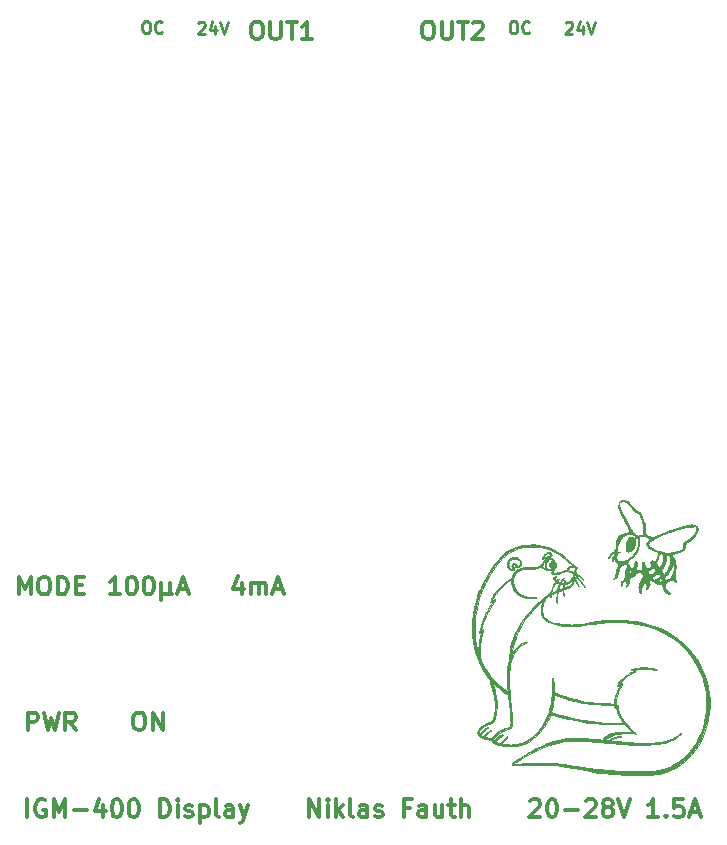
<source format=gto>
G04 #@! TF.GenerationSoftware,KiCad,Pcbnew,5.0.2-bee76a0~70~ubuntu18.04.1*
G04 #@! TF.CreationDate,2019-01-09T05:36:41+01:00*
G04 #@! TF.ProjectId,front,66726f6e-742e-46b6-9963-61645f706362,rev?*
G04 #@! TF.SameCoordinates,Original*
G04 #@! TF.FileFunction,Legend,Top*
G04 #@! TF.FilePolarity,Positive*
%FSLAX46Y46*%
G04 Gerber Fmt 4.6, Leading zero omitted, Abs format (unit mm)*
G04 Created by KiCad (PCBNEW 5.0.2-bee76a0~70~ubuntu18.04.1) date Mi 09 Jan 2019 05:36:41 CET*
%MOMM*%
%LPD*%
G01*
G04 APERTURE LIST*
%ADD10C,0.300000*%
%ADD11C,0.250000*%
%ADD12C,0.010000*%
G04 APERTURE END LIST*
D10*
X121737222Y-129040011D02*
X121737222Y-127540011D01*
X123237222Y-127611440D02*
X123094365Y-127540011D01*
X122880080Y-127540011D01*
X122665794Y-127611440D01*
X122522937Y-127754297D01*
X122451508Y-127897154D01*
X122380080Y-128182868D01*
X122380080Y-128397154D01*
X122451508Y-128682868D01*
X122522937Y-128825725D01*
X122665794Y-128968582D01*
X122880080Y-129040011D01*
X123022937Y-129040011D01*
X123237222Y-128968582D01*
X123308651Y-128897154D01*
X123308651Y-128397154D01*
X123022937Y-128397154D01*
X123951508Y-129040011D02*
X123951508Y-127540011D01*
X124451508Y-128611440D01*
X124951508Y-127540011D01*
X124951508Y-129040011D01*
X125665794Y-128468582D02*
X126808651Y-128468582D01*
X128165794Y-128040011D02*
X128165794Y-129040011D01*
X127808651Y-127468582D02*
X127451508Y-128540011D01*
X128380080Y-128540011D01*
X129237222Y-127540011D02*
X129380080Y-127540011D01*
X129522937Y-127611440D01*
X129594365Y-127682868D01*
X129665794Y-127825725D01*
X129737222Y-128111440D01*
X129737222Y-128468582D01*
X129665794Y-128754297D01*
X129594365Y-128897154D01*
X129522937Y-128968582D01*
X129380080Y-129040011D01*
X129237222Y-129040011D01*
X129094365Y-128968582D01*
X129022937Y-128897154D01*
X128951508Y-128754297D01*
X128880080Y-128468582D01*
X128880080Y-128111440D01*
X128951508Y-127825725D01*
X129022937Y-127682868D01*
X129094365Y-127611440D01*
X129237222Y-127540011D01*
X130665794Y-127540011D02*
X130808651Y-127540011D01*
X130951508Y-127611440D01*
X131022937Y-127682868D01*
X131094365Y-127825725D01*
X131165794Y-128111440D01*
X131165794Y-128468582D01*
X131094365Y-128754297D01*
X131022937Y-128897154D01*
X130951508Y-128968582D01*
X130808651Y-129040011D01*
X130665794Y-129040011D01*
X130522937Y-128968582D01*
X130451508Y-128897154D01*
X130380080Y-128754297D01*
X130308651Y-128468582D01*
X130308651Y-128111440D01*
X130380080Y-127825725D01*
X130451508Y-127682868D01*
X130522937Y-127611440D01*
X130665794Y-127540011D01*
X132951508Y-129040011D02*
X132951508Y-127540011D01*
X133308651Y-127540011D01*
X133522937Y-127611440D01*
X133665794Y-127754297D01*
X133737222Y-127897154D01*
X133808651Y-128182868D01*
X133808651Y-128397154D01*
X133737222Y-128682868D01*
X133665794Y-128825725D01*
X133522937Y-128968582D01*
X133308651Y-129040011D01*
X132951508Y-129040011D01*
X134451508Y-129040011D02*
X134451508Y-128040011D01*
X134451508Y-127540011D02*
X134380080Y-127611440D01*
X134451508Y-127682868D01*
X134522937Y-127611440D01*
X134451508Y-127540011D01*
X134451508Y-127682868D01*
X135094365Y-128968582D02*
X135237222Y-129040011D01*
X135522937Y-129040011D01*
X135665794Y-128968582D01*
X135737222Y-128825725D01*
X135737222Y-128754297D01*
X135665794Y-128611440D01*
X135522937Y-128540011D01*
X135308651Y-128540011D01*
X135165794Y-128468582D01*
X135094365Y-128325725D01*
X135094365Y-128254297D01*
X135165794Y-128111440D01*
X135308651Y-128040011D01*
X135522937Y-128040011D01*
X135665794Y-128111440D01*
X136380080Y-128040011D02*
X136380080Y-129540011D01*
X136380080Y-128111440D02*
X136522937Y-128040011D01*
X136808651Y-128040011D01*
X136951508Y-128111440D01*
X137022937Y-128182868D01*
X137094365Y-128325725D01*
X137094365Y-128754297D01*
X137022937Y-128897154D01*
X136951508Y-128968582D01*
X136808651Y-129040011D01*
X136522937Y-129040011D01*
X136380080Y-128968582D01*
X137951508Y-129040011D02*
X137808651Y-128968582D01*
X137737222Y-128825725D01*
X137737222Y-127540011D01*
X139165794Y-129040011D02*
X139165794Y-128254297D01*
X139094365Y-128111440D01*
X138951508Y-128040011D01*
X138665794Y-128040011D01*
X138522937Y-128111440D01*
X139165794Y-128968582D02*
X139022937Y-129040011D01*
X138665794Y-129040011D01*
X138522937Y-128968582D01*
X138451508Y-128825725D01*
X138451508Y-128682868D01*
X138522937Y-128540011D01*
X138665794Y-128468582D01*
X139022937Y-128468582D01*
X139165794Y-128397154D01*
X139737222Y-128040011D02*
X140094365Y-129040011D01*
X140451508Y-128040011D02*
X140094365Y-129040011D01*
X139951508Y-129397154D01*
X139880080Y-129468582D01*
X139737222Y-129540011D01*
X145594365Y-129040011D02*
X145594365Y-127540011D01*
X146451508Y-129040011D01*
X146451508Y-127540011D01*
X147165794Y-129040011D02*
X147165794Y-128040011D01*
X147165794Y-127540011D02*
X147094365Y-127611440D01*
X147165794Y-127682868D01*
X147237222Y-127611440D01*
X147165794Y-127540011D01*
X147165794Y-127682868D01*
X147880080Y-129040011D02*
X147880080Y-127540011D01*
X148022937Y-128468582D02*
X148451508Y-129040011D01*
X148451508Y-128040011D02*
X147880080Y-128611440D01*
X149308651Y-129040011D02*
X149165794Y-128968582D01*
X149094365Y-128825725D01*
X149094365Y-127540011D01*
X150522937Y-129040011D02*
X150522937Y-128254297D01*
X150451508Y-128111440D01*
X150308651Y-128040011D01*
X150022937Y-128040011D01*
X149880080Y-128111440D01*
X150522937Y-128968582D02*
X150380080Y-129040011D01*
X150022937Y-129040011D01*
X149880080Y-128968582D01*
X149808651Y-128825725D01*
X149808651Y-128682868D01*
X149880080Y-128540011D01*
X150022937Y-128468582D01*
X150380080Y-128468582D01*
X150522937Y-128397154D01*
X151165794Y-128968582D02*
X151308651Y-129040011D01*
X151594365Y-129040011D01*
X151737222Y-128968582D01*
X151808651Y-128825725D01*
X151808651Y-128754297D01*
X151737222Y-128611440D01*
X151594365Y-128540011D01*
X151380080Y-128540011D01*
X151237222Y-128468582D01*
X151165794Y-128325725D01*
X151165794Y-128254297D01*
X151237222Y-128111440D01*
X151380080Y-128040011D01*
X151594365Y-128040011D01*
X151737222Y-128111440D01*
X154094365Y-128254297D02*
X153594365Y-128254297D01*
X153594365Y-129040011D02*
X153594365Y-127540011D01*
X154308651Y-127540011D01*
X155522937Y-129040011D02*
X155522937Y-128254297D01*
X155451508Y-128111440D01*
X155308651Y-128040011D01*
X155022937Y-128040011D01*
X154880080Y-128111440D01*
X155522937Y-128968582D02*
X155380080Y-129040011D01*
X155022937Y-129040011D01*
X154880080Y-128968582D01*
X154808651Y-128825725D01*
X154808651Y-128682868D01*
X154880080Y-128540011D01*
X155022937Y-128468582D01*
X155380080Y-128468582D01*
X155522937Y-128397154D01*
X156880080Y-128040011D02*
X156880080Y-129040011D01*
X156237222Y-128040011D02*
X156237222Y-128825725D01*
X156308651Y-128968582D01*
X156451508Y-129040011D01*
X156665794Y-129040011D01*
X156808651Y-128968582D01*
X156880080Y-128897154D01*
X157380080Y-128040011D02*
X157951508Y-128040011D01*
X157594365Y-127540011D02*
X157594365Y-128825725D01*
X157665794Y-128968582D01*
X157808651Y-129040011D01*
X157951508Y-129040011D01*
X158451508Y-129040011D02*
X158451508Y-127540011D01*
X159094365Y-129040011D02*
X159094365Y-128254297D01*
X159022937Y-128111440D01*
X158880080Y-128040011D01*
X158665794Y-128040011D01*
X158522937Y-128111440D01*
X158451508Y-128182868D01*
X164308651Y-127682868D02*
X164380080Y-127611440D01*
X164522937Y-127540011D01*
X164880080Y-127540011D01*
X165022937Y-127611440D01*
X165094365Y-127682868D01*
X165165794Y-127825725D01*
X165165794Y-127968582D01*
X165094365Y-128182868D01*
X164237222Y-129040011D01*
X165165794Y-129040011D01*
X166094365Y-127540011D02*
X166237222Y-127540011D01*
X166380080Y-127611440D01*
X166451508Y-127682868D01*
X166522937Y-127825725D01*
X166594365Y-128111440D01*
X166594365Y-128468582D01*
X166522937Y-128754297D01*
X166451508Y-128897154D01*
X166380080Y-128968582D01*
X166237222Y-129040011D01*
X166094365Y-129040011D01*
X165951508Y-128968582D01*
X165880080Y-128897154D01*
X165808651Y-128754297D01*
X165737222Y-128468582D01*
X165737222Y-128111440D01*
X165808651Y-127825725D01*
X165880080Y-127682868D01*
X165951508Y-127611440D01*
X166094365Y-127540011D01*
X167237222Y-128468582D02*
X168380080Y-128468582D01*
X169022937Y-127682868D02*
X169094365Y-127611440D01*
X169237222Y-127540011D01*
X169594365Y-127540011D01*
X169737222Y-127611440D01*
X169808651Y-127682868D01*
X169880080Y-127825725D01*
X169880080Y-127968582D01*
X169808651Y-128182868D01*
X168951508Y-129040011D01*
X169880080Y-129040011D01*
X170737222Y-128182868D02*
X170594365Y-128111440D01*
X170522937Y-128040011D01*
X170451508Y-127897154D01*
X170451508Y-127825725D01*
X170522937Y-127682868D01*
X170594365Y-127611440D01*
X170737222Y-127540011D01*
X171022937Y-127540011D01*
X171165794Y-127611440D01*
X171237222Y-127682868D01*
X171308651Y-127825725D01*
X171308651Y-127897154D01*
X171237222Y-128040011D01*
X171165794Y-128111440D01*
X171022937Y-128182868D01*
X170737222Y-128182868D01*
X170594365Y-128254297D01*
X170522937Y-128325725D01*
X170451508Y-128468582D01*
X170451508Y-128754297D01*
X170522937Y-128897154D01*
X170594365Y-128968582D01*
X170737222Y-129040011D01*
X171022937Y-129040011D01*
X171165794Y-128968582D01*
X171237222Y-128897154D01*
X171308651Y-128754297D01*
X171308651Y-128468582D01*
X171237222Y-128325725D01*
X171165794Y-128254297D01*
X171022937Y-128182868D01*
X171737222Y-127540011D02*
X172237222Y-129040011D01*
X172737222Y-127540011D01*
X175165794Y-129040011D02*
X174308651Y-129040011D01*
X174737222Y-129040011D02*
X174737222Y-127540011D01*
X174594365Y-127754297D01*
X174451508Y-127897154D01*
X174308651Y-127968582D01*
X175808651Y-128897154D02*
X175880080Y-128968582D01*
X175808651Y-129040011D01*
X175737222Y-128968582D01*
X175808651Y-128897154D01*
X175808651Y-129040011D01*
X177237222Y-127540011D02*
X176522937Y-127540011D01*
X176451508Y-128254297D01*
X176522937Y-128182868D01*
X176665794Y-128111440D01*
X177022937Y-128111440D01*
X177165794Y-128182868D01*
X177237222Y-128254297D01*
X177308651Y-128397154D01*
X177308651Y-128754297D01*
X177237222Y-128897154D01*
X177165794Y-128968582D01*
X177022937Y-129040011D01*
X176665794Y-129040011D01*
X176522937Y-128968582D01*
X176451508Y-128897154D01*
X177880080Y-128611440D02*
X178594365Y-128611440D01*
X177737222Y-129040011D02*
X178237222Y-127540011D01*
X178737222Y-129040011D01*
D11*
X136209523Y-61797619D02*
X136257142Y-61750000D01*
X136352380Y-61702380D01*
X136590476Y-61702380D01*
X136685714Y-61750000D01*
X136733333Y-61797619D01*
X136780952Y-61892857D01*
X136780952Y-61988095D01*
X136733333Y-62130952D01*
X136161904Y-62702380D01*
X136780952Y-62702380D01*
X137638095Y-62035714D02*
X137638095Y-62702380D01*
X137400000Y-61654761D02*
X137161904Y-62369047D01*
X137780952Y-62369047D01*
X138019047Y-61702380D02*
X138352380Y-62702380D01*
X138685714Y-61702380D01*
X131704761Y-61652380D02*
X131895238Y-61652380D01*
X131990476Y-61700000D01*
X132085714Y-61795238D01*
X132133333Y-61985714D01*
X132133333Y-62319047D01*
X132085714Y-62509523D01*
X131990476Y-62604761D01*
X131895238Y-62652380D01*
X131704761Y-62652380D01*
X131609523Y-62604761D01*
X131514285Y-62509523D01*
X131466666Y-62319047D01*
X131466666Y-61985714D01*
X131514285Y-61795238D01*
X131609523Y-61700000D01*
X131704761Y-61652380D01*
X133133333Y-62557142D02*
X133085714Y-62604761D01*
X132942857Y-62652380D01*
X132847619Y-62652380D01*
X132704761Y-62604761D01*
X132609523Y-62509523D01*
X132561904Y-62414285D01*
X132514285Y-62223809D01*
X132514285Y-62080952D01*
X132561904Y-61890476D01*
X132609523Y-61795238D01*
X132704761Y-61700000D01*
X132847619Y-61652380D01*
X132942857Y-61652380D01*
X133085714Y-61700000D01*
X133133333Y-61747619D01*
X162804761Y-61652380D02*
X162995238Y-61652380D01*
X163090476Y-61700000D01*
X163185714Y-61795238D01*
X163233333Y-61985714D01*
X163233333Y-62319047D01*
X163185714Y-62509523D01*
X163090476Y-62604761D01*
X162995238Y-62652380D01*
X162804761Y-62652380D01*
X162709523Y-62604761D01*
X162614285Y-62509523D01*
X162566666Y-62319047D01*
X162566666Y-61985714D01*
X162614285Y-61795238D01*
X162709523Y-61700000D01*
X162804761Y-61652380D01*
X164233333Y-62557142D02*
X164185714Y-62604761D01*
X164042857Y-62652380D01*
X163947619Y-62652380D01*
X163804761Y-62604761D01*
X163709523Y-62509523D01*
X163661904Y-62414285D01*
X163614285Y-62223809D01*
X163614285Y-62080952D01*
X163661904Y-61890476D01*
X163709523Y-61795238D01*
X163804761Y-61700000D01*
X163947619Y-61652380D01*
X164042857Y-61652380D01*
X164185714Y-61700000D01*
X164233333Y-61747619D01*
X167309523Y-61797619D02*
X167357142Y-61750000D01*
X167452380Y-61702380D01*
X167690476Y-61702380D01*
X167785714Y-61750000D01*
X167833333Y-61797619D01*
X167880952Y-61892857D01*
X167880952Y-61988095D01*
X167833333Y-62130952D01*
X167261904Y-62702380D01*
X167880952Y-62702380D01*
X168738095Y-62035714D02*
X168738095Y-62702380D01*
X168500000Y-61654761D02*
X168261904Y-62369047D01*
X168880952Y-62369047D01*
X169119047Y-61702380D02*
X169452380Y-62702380D01*
X169785714Y-61702380D01*
D10*
X155535714Y-61678571D02*
X155821428Y-61678571D01*
X155964285Y-61750000D01*
X156107142Y-61892857D01*
X156178571Y-62178571D01*
X156178571Y-62678571D01*
X156107142Y-62964285D01*
X155964285Y-63107142D01*
X155821428Y-63178571D01*
X155535714Y-63178571D01*
X155392857Y-63107142D01*
X155250000Y-62964285D01*
X155178571Y-62678571D01*
X155178571Y-62178571D01*
X155250000Y-61892857D01*
X155392857Y-61750000D01*
X155535714Y-61678571D01*
X156821428Y-61678571D02*
X156821428Y-62892857D01*
X156892857Y-63035714D01*
X156964285Y-63107142D01*
X157107142Y-63178571D01*
X157392857Y-63178571D01*
X157535714Y-63107142D01*
X157607142Y-63035714D01*
X157678571Y-62892857D01*
X157678571Y-61678571D01*
X158178571Y-61678571D02*
X159035714Y-61678571D01*
X158607142Y-63178571D02*
X158607142Y-61678571D01*
X159464285Y-61821428D02*
X159535714Y-61750000D01*
X159678571Y-61678571D01*
X160035714Y-61678571D01*
X160178571Y-61750000D01*
X160250000Y-61821428D01*
X160321428Y-61964285D01*
X160321428Y-62107142D01*
X160250000Y-62321428D01*
X159392857Y-63178571D01*
X160321428Y-63178571D01*
X141035714Y-61678571D02*
X141321428Y-61678571D01*
X141464285Y-61750000D01*
X141607142Y-61892857D01*
X141678571Y-62178571D01*
X141678571Y-62678571D01*
X141607142Y-62964285D01*
X141464285Y-63107142D01*
X141321428Y-63178571D01*
X141035714Y-63178571D01*
X140892857Y-63107142D01*
X140750000Y-62964285D01*
X140678571Y-62678571D01*
X140678571Y-62178571D01*
X140750000Y-61892857D01*
X140892857Y-61750000D01*
X141035714Y-61678571D01*
X142321428Y-61678571D02*
X142321428Y-62892857D01*
X142392857Y-63035714D01*
X142464285Y-63107142D01*
X142607142Y-63178571D01*
X142892857Y-63178571D01*
X143035714Y-63107142D01*
X143107142Y-63035714D01*
X143178571Y-62892857D01*
X143178571Y-61678571D01*
X143678571Y-61678571D02*
X144535714Y-61678571D01*
X144107142Y-63178571D02*
X144107142Y-61678571D01*
X145821428Y-63178571D02*
X144964285Y-63178571D01*
X145392857Y-63178571D02*
X145392857Y-61678571D01*
X145250000Y-61892857D01*
X145107142Y-62035714D01*
X144964285Y-62107142D01*
X131071428Y-120178571D02*
X131357142Y-120178571D01*
X131500000Y-120250000D01*
X131642857Y-120392857D01*
X131714285Y-120678571D01*
X131714285Y-121178571D01*
X131642857Y-121464285D01*
X131500000Y-121607142D01*
X131357142Y-121678571D01*
X131071428Y-121678571D01*
X130928571Y-121607142D01*
X130785714Y-121464285D01*
X130714285Y-121178571D01*
X130714285Y-120678571D01*
X130785714Y-120392857D01*
X130928571Y-120250000D01*
X131071428Y-120178571D01*
X132357142Y-121678571D02*
X132357142Y-120178571D01*
X133214285Y-121678571D01*
X133214285Y-120178571D01*
X139892857Y-109178571D02*
X139892857Y-110178571D01*
X139535714Y-108607142D02*
X139178571Y-109678571D01*
X140107142Y-109678571D01*
X140678571Y-110178571D02*
X140678571Y-109178571D01*
X140678571Y-109321428D02*
X140750000Y-109250000D01*
X140892857Y-109178571D01*
X141107142Y-109178571D01*
X141250000Y-109250000D01*
X141321428Y-109392857D01*
X141321428Y-110178571D01*
X141321428Y-109392857D02*
X141392857Y-109250000D01*
X141535714Y-109178571D01*
X141750000Y-109178571D01*
X141892857Y-109250000D01*
X141964285Y-109392857D01*
X141964285Y-110178571D01*
X142607142Y-109750000D02*
X143321428Y-109750000D01*
X142464285Y-110178571D02*
X142964285Y-108678571D01*
X143464285Y-110178571D01*
X129571428Y-110178571D02*
X128714285Y-110178571D01*
X129142857Y-110178571D02*
X129142857Y-108678571D01*
X129000000Y-108892857D01*
X128857142Y-109035714D01*
X128714285Y-109107142D01*
X130500000Y-108678571D02*
X130642857Y-108678571D01*
X130785714Y-108750000D01*
X130857142Y-108821428D01*
X130928571Y-108964285D01*
X131000000Y-109250000D01*
X131000000Y-109607142D01*
X130928571Y-109892857D01*
X130857142Y-110035714D01*
X130785714Y-110107142D01*
X130642857Y-110178571D01*
X130500000Y-110178571D01*
X130357142Y-110107142D01*
X130285714Y-110035714D01*
X130214285Y-109892857D01*
X130142857Y-109607142D01*
X130142857Y-109250000D01*
X130214285Y-108964285D01*
X130285714Y-108821428D01*
X130357142Y-108750000D01*
X130500000Y-108678571D01*
X131928571Y-108678571D02*
X132071428Y-108678571D01*
X132214285Y-108750000D01*
X132285714Y-108821428D01*
X132357142Y-108964285D01*
X132428571Y-109250000D01*
X132428571Y-109607142D01*
X132357142Y-109892857D01*
X132285714Y-110035714D01*
X132214285Y-110107142D01*
X132071428Y-110178571D01*
X131928571Y-110178571D01*
X131785714Y-110107142D01*
X131714285Y-110035714D01*
X131642857Y-109892857D01*
X131571428Y-109607142D01*
X131571428Y-109250000D01*
X131642857Y-108964285D01*
X131714285Y-108821428D01*
X131785714Y-108750000D01*
X131928571Y-108678571D01*
X133071428Y-109178571D02*
X133071428Y-110678571D01*
X133785714Y-109964285D02*
X133857142Y-110107142D01*
X134000000Y-110178571D01*
X133071428Y-109964285D02*
X133142857Y-110107142D01*
X133285714Y-110178571D01*
X133571428Y-110178571D01*
X133714285Y-110107142D01*
X133785714Y-109964285D01*
X133785714Y-109178571D01*
X134571428Y-109750000D02*
X135285714Y-109750000D01*
X134428571Y-110178571D02*
X134928571Y-108678571D01*
X135428571Y-110178571D01*
X121035714Y-110178571D02*
X121035714Y-108678571D01*
X121535714Y-109750000D01*
X122035714Y-108678571D01*
X122035714Y-110178571D01*
X123035714Y-108678571D02*
X123321428Y-108678571D01*
X123464285Y-108750000D01*
X123607142Y-108892857D01*
X123678571Y-109178571D01*
X123678571Y-109678571D01*
X123607142Y-109964285D01*
X123464285Y-110107142D01*
X123321428Y-110178571D01*
X123035714Y-110178571D01*
X122892857Y-110107142D01*
X122750000Y-109964285D01*
X122678571Y-109678571D01*
X122678571Y-109178571D01*
X122750000Y-108892857D01*
X122892857Y-108750000D01*
X123035714Y-108678571D01*
X124321428Y-110178571D02*
X124321428Y-108678571D01*
X124678571Y-108678571D01*
X124892857Y-108750000D01*
X125035714Y-108892857D01*
X125107142Y-109035714D01*
X125178571Y-109321428D01*
X125178571Y-109535714D01*
X125107142Y-109821428D01*
X125035714Y-109964285D01*
X124892857Y-110107142D01*
X124678571Y-110178571D01*
X124321428Y-110178571D01*
X125821428Y-109392857D02*
X126321428Y-109392857D01*
X126535714Y-110178571D02*
X125821428Y-110178571D01*
X125821428Y-108678571D01*
X126535714Y-108678571D01*
X121750000Y-121678571D02*
X121750000Y-120178571D01*
X122321428Y-120178571D01*
X122464285Y-120250000D01*
X122535714Y-120321428D01*
X122607142Y-120464285D01*
X122607142Y-120678571D01*
X122535714Y-120821428D01*
X122464285Y-120892857D01*
X122321428Y-120964285D01*
X121750000Y-120964285D01*
X123107142Y-120178571D02*
X123464285Y-121678571D01*
X123750000Y-120607142D01*
X124035714Y-121678571D01*
X124392857Y-120178571D01*
X125821428Y-121678571D02*
X125321428Y-120964285D01*
X124964285Y-121678571D02*
X124964285Y-120178571D01*
X125535714Y-120178571D01*
X125678571Y-120250000D01*
X125750000Y-120321428D01*
X125821428Y-120464285D01*
X125821428Y-120678571D01*
X125750000Y-120821428D01*
X125678571Y-120892857D01*
X125535714Y-120964285D01*
X124964285Y-120964285D01*
D12*
G04 #@! TO.C,G\002A\002A\002A*
G36*
X165963365Y-106607143D02*
X166038930Y-106658914D01*
X166090819Y-106733251D01*
X166092764Y-106737939D01*
X166118506Y-106812384D01*
X166122446Y-106863607D01*
X166103443Y-106905337D01*
X166076338Y-106935793D01*
X166018720Y-106973275D01*
X165924290Y-107005857D01*
X165859379Y-107021345D01*
X165751926Y-107046253D01*
X165630311Y-107077332D01*
X165520705Y-107107891D01*
X165519849Y-107108144D01*
X165428905Y-107134980D01*
X165371143Y-107150588D01*
X165339050Y-107155407D01*
X165325112Y-107149875D01*
X165321818Y-107134433D01*
X165321827Y-107119724D01*
X165333464Y-107069082D01*
X165340232Y-107052975D01*
X165408319Y-107052975D01*
X165419165Y-107069597D01*
X165443535Y-107063758D01*
X165480095Y-107049968D01*
X165544604Y-107026826D01*
X165624947Y-106998659D01*
X165649910Y-106990020D01*
X165737701Y-106960763D01*
X165818461Y-106935632D01*
X165877492Y-106919160D01*
X165886572Y-106917046D01*
X165958933Y-106890377D01*
X165991257Y-106850181D01*
X165983693Y-106796235D01*
X165976969Y-106782992D01*
X165925174Y-106728589D01*
X165853651Y-106705066D01*
X165769324Y-106710418D01*
X165679121Y-106742637D01*
X165589966Y-106799715D01*
X165508786Y-106879645D01*
X165472206Y-106929293D01*
X165425959Y-107006397D01*
X165408319Y-107052975D01*
X165340232Y-107052975D01*
X165364099Y-106996181D01*
X165407317Y-106912619D01*
X165456705Y-106829994D01*
X165505845Y-106759905D01*
X165544433Y-106717240D01*
X165613776Y-106671148D01*
X165704974Y-106629401D01*
X165799498Y-106599192D01*
X165878094Y-106587713D01*
X165963365Y-106607143D01*
X165963365Y-106607143D01*
G37*
X165963365Y-106607143D02*
X166038930Y-106658914D01*
X166090819Y-106733251D01*
X166092764Y-106737939D01*
X166118506Y-106812384D01*
X166122446Y-106863607D01*
X166103443Y-106905337D01*
X166076338Y-106935793D01*
X166018720Y-106973275D01*
X165924290Y-107005857D01*
X165859379Y-107021345D01*
X165751926Y-107046253D01*
X165630311Y-107077332D01*
X165520705Y-107107891D01*
X165519849Y-107108144D01*
X165428905Y-107134980D01*
X165371143Y-107150588D01*
X165339050Y-107155407D01*
X165325112Y-107149875D01*
X165321818Y-107134433D01*
X165321827Y-107119724D01*
X165333464Y-107069082D01*
X165340232Y-107052975D01*
X165408319Y-107052975D01*
X165419165Y-107069597D01*
X165443535Y-107063758D01*
X165480095Y-107049968D01*
X165544604Y-107026826D01*
X165624947Y-106998659D01*
X165649910Y-106990020D01*
X165737701Y-106960763D01*
X165818461Y-106935632D01*
X165877492Y-106919160D01*
X165886572Y-106917046D01*
X165958933Y-106890377D01*
X165991257Y-106850181D01*
X165983693Y-106796235D01*
X165976969Y-106782992D01*
X165925174Y-106728589D01*
X165853651Y-106705066D01*
X165769324Y-106710418D01*
X165679121Y-106742637D01*
X165589966Y-106799715D01*
X165508786Y-106879645D01*
X165472206Y-106929293D01*
X165425959Y-107006397D01*
X165408319Y-107052975D01*
X165340232Y-107052975D01*
X165364099Y-106996181D01*
X165407317Y-106912619D01*
X165456705Y-106829994D01*
X165505845Y-106759905D01*
X165544433Y-106717240D01*
X165613776Y-106671148D01*
X165704974Y-106629401D01*
X165799498Y-106599192D01*
X165878094Y-106587713D01*
X165963365Y-106607143D01*
G36*
X163104436Y-107051873D02*
X163243267Y-107094070D01*
X163364862Y-107157772D01*
X163394574Y-107179519D01*
X163478011Y-107268520D01*
X163530592Y-107373782D01*
X163550523Y-107486185D01*
X163536009Y-107596608D01*
X163493833Y-107684162D01*
X163418301Y-107770880D01*
X163335370Y-107818956D01*
X163237526Y-107832083D01*
X163198707Y-107829145D01*
X163128259Y-107824356D01*
X163079263Y-107833768D01*
X163031967Y-107861864D01*
X163022144Y-107869225D01*
X162959528Y-107939610D01*
X162939035Y-107996071D01*
X162907264Y-108070794D01*
X162850082Y-108126389D01*
X162779208Y-108152396D01*
X162763097Y-108153111D01*
X162708026Y-108142539D01*
X162643024Y-108117659D01*
X162630930Y-108111586D01*
X162520363Y-108030247D01*
X162433558Y-107919704D01*
X162375556Y-107788721D01*
X162351398Y-107646062D01*
X162351111Y-107630627D01*
X162464327Y-107630627D01*
X162479711Y-107727556D01*
X162520419Y-107833149D01*
X162578285Y-107930174D01*
X162636930Y-107994800D01*
X162698187Y-108032106D01*
X162759679Y-108047130D01*
X162809380Y-108038748D01*
X162833090Y-108013137D01*
X162830385Y-107972179D01*
X162804296Y-107914859D01*
X162796039Y-107901735D01*
X162746840Y-107816650D01*
X162726483Y-107748926D01*
X162727849Y-107734738D01*
X162824160Y-107734738D01*
X162833591Y-107773751D01*
X162855898Y-107821730D01*
X162882106Y-107862247D01*
X162902923Y-107878880D01*
X162924104Y-107866862D01*
X162966541Y-107836225D01*
X162995293Y-107813954D01*
X163043270Y-107774114D01*
X163062674Y-107747705D01*
X163058566Y-107722449D01*
X163043367Y-107697289D01*
X162991805Y-107646998D01*
X162931607Y-107630568D01*
X162874016Y-107650524D01*
X162865640Y-107657402D01*
X162833865Y-107700445D01*
X162824160Y-107734738D01*
X162727849Y-107734738D01*
X162732393Y-107687553D01*
X162740553Y-107664655D01*
X162789181Y-107598762D01*
X162865148Y-107554848D01*
X162949323Y-107540213D01*
X162994111Y-107548648D01*
X163042335Y-107578098D01*
X163103623Y-107634782D01*
X163116817Y-107648390D01*
X163177515Y-107707657D01*
X163220425Y-107738213D01*
X163253354Y-107745063D01*
X163264024Y-107742768D01*
X163352788Y-107695736D01*
X163412411Y-107625653D01*
X163442119Y-107540891D01*
X163441139Y-107449821D01*
X163408695Y-107360816D01*
X163344014Y-107282248D01*
X163309059Y-107255695D01*
X163217087Y-107208196D01*
X163107218Y-107171120D01*
X162995881Y-107148649D01*
X162899504Y-107144964D01*
X162882157Y-107147055D01*
X162749325Y-107188208D01*
X162635579Y-107262439D01*
X162546480Y-107363310D01*
X162487588Y-107484386D01*
X162464465Y-107619231D01*
X162464327Y-107630627D01*
X162351111Y-107630627D01*
X162351004Y-107624880D01*
X162370892Y-107465561D01*
X162428220Y-107322685D01*
X162519992Y-107200925D01*
X162643212Y-107104955D01*
X162704843Y-107072906D01*
X162823191Y-107039431D01*
X162960400Y-107033040D01*
X163104436Y-107051873D01*
X163104436Y-107051873D01*
G37*
X163104436Y-107051873D02*
X163243267Y-107094070D01*
X163364862Y-107157772D01*
X163394574Y-107179519D01*
X163478011Y-107268520D01*
X163530592Y-107373782D01*
X163550523Y-107486185D01*
X163536009Y-107596608D01*
X163493833Y-107684162D01*
X163418301Y-107770880D01*
X163335370Y-107818956D01*
X163237526Y-107832083D01*
X163198707Y-107829145D01*
X163128259Y-107824356D01*
X163079263Y-107833768D01*
X163031967Y-107861864D01*
X163022144Y-107869225D01*
X162959528Y-107939610D01*
X162939035Y-107996071D01*
X162907264Y-108070794D01*
X162850082Y-108126389D01*
X162779208Y-108152396D01*
X162763097Y-108153111D01*
X162708026Y-108142539D01*
X162643024Y-108117659D01*
X162630930Y-108111586D01*
X162520363Y-108030247D01*
X162433558Y-107919704D01*
X162375556Y-107788721D01*
X162351398Y-107646062D01*
X162351111Y-107630627D01*
X162464327Y-107630627D01*
X162479711Y-107727556D01*
X162520419Y-107833149D01*
X162578285Y-107930174D01*
X162636930Y-107994800D01*
X162698187Y-108032106D01*
X162759679Y-108047130D01*
X162809380Y-108038748D01*
X162833090Y-108013137D01*
X162830385Y-107972179D01*
X162804296Y-107914859D01*
X162796039Y-107901735D01*
X162746840Y-107816650D01*
X162726483Y-107748926D01*
X162727849Y-107734738D01*
X162824160Y-107734738D01*
X162833591Y-107773751D01*
X162855898Y-107821730D01*
X162882106Y-107862247D01*
X162902923Y-107878880D01*
X162924104Y-107866862D01*
X162966541Y-107836225D01*
X162995293Y-107813954D01*
X163043270Y-107774114D01*
X163062674Y-107747705D01*
X163058566Y-107722449D01*
X163043367Y-107697289D01*
X162991805Y-107646998D01*
X162931607Y-107630568D01*
X162874016Y-107650524D01*
X162865640Y-107657402D01*
X162833865Y-107700445D01*
X162824160Y-107734738D01*
X162727849Y-107734738D01*
X162732393Y-107687553D01*
X162740553Y-107664655D01*
X162789181Y-107598762D01*
X162865148Y-107554848D01*
X162949323Y-107540213D01*
X162994111Y-107548648D01*
X163042335Y-107578098D01*
X163103623Y-107634782D01*
X163116817Y-107648390D01*
X163177515Y-107707657D01*
X163220425Y-107738213D01*
X163253354Y-107745063D01*
X163264024Y-107742768D01*
X163352788Y-107695736D01*
X163412411Y-107625653D01*
X163442119Y-107540891D01*
X163441139Y-107449821D01*
X163408695Y-107360816D01*
X163344014Y-107282248D01*
X163309059Y-107255695D01*
X163217087Y-107208196D01*
X163107218Y-107171120D01*
X162995881Y-107148649D01*
X162899504Y-107144964D01*
X162882157Y-107147055D01*
X162749325Y-107188208D01*
X162635579Y-107262439D01*
X162546480Y-107363310D01*
X162487588Y-107484386D01*
X162464465Y-107619231D01*
X162464327Y-107630627D01*
X162351111Y-107630627D01*
X162351004Y-107624880D01*
X162370892Y-107465561D01*
X162428220Y-107322685D01*
X162519992Y-107200925D01*
X162643212Y-107104955D01*
X162704843Y-107072906D01*
X162823191Y-107039431D01*
X162960400Y-107033040D01*
X163104436Y-107051873D01*
G36*
X164990596Y-105974926D02*
X165394263Y-106047405D01*
X165791945Y-106161619D01*
X166184194Y-106317631D01*
X166477592Y-106463428D01*
X166784759Y-106651832D01*
X167084714Y-106881076D01*
X167376032Y-107150062D01*
X167396160Y-107170449D01*
X167541172Y-107309590D01*
X167702461Y-107449726D01*
X167868734Y-107581795D01*
X168028699Y-107696732D01*
X168140481Y-107767863D01*
X168200950Y-107823590D01*
X168237065Y-107897095D01*
X168242620Y-107938084D01*
X168233918Y-107976486D01*
X168211741Y-108037045D01*
X168191417Y-108083658D01*
X168140421Y-108193185D01*
X168188959Y-108312612D01*
X168225424Y-108388987D01*
X168269058Y-108444170D01*
X168334269Y-108495391D01*
X168351287Y-108506755D01*
X168451845Y-108576199D01*
X168550419Y-108650348D01*
X168641514Y-108724354D01*
X168719633Y-108793370D01*
X168779281Y-108852551D01*
X168814962Y-108897050D01*
X168821557Y-108921471D01*
X168801087Y-108919505D01*
X168761825Y-108893173D01*
X168732517Y-108867302D01*
X168677944Y-108820979D01*
X168598799Y-108761046D01*
X168506803Y-108695688D01*
X168413675Y-108633091D01*
X168331135Y-108581441D01*
X168290452Y-108558524D01*
X168255475Y-108544510D01*
X168243749Y-108559084D01*
X168242827Y-108579353D01*
X168257669Y-108617549D01*
X168298726Y-108676827D01*
X168360788Y-108749902D01*
X168377912Y-108768346D01*
X168460639Y-108861000D01*
X168546667Y-108965996D01*
X168632072Y-109077559D01*
X168712928Y-109189915D01*
X168785310Y-109297290D01*
X168845293Y-109393909D01*
X168888950Y-109473998D01*
X168912358Y-109531783D01*
X168914184Y-109557243D01*
X168899888Y-109554926D01*
X168871913Y-109522808D01*
X168843930Y-109480176D01*
X168732923Y-109310559D01*
X168601509Y-109135384D01*
X168463640Y-108972685D01*
X168395189Y-108900171D01*
X168330138Y-108835920D01*
X168275372Y-108784891D01*
X168237990Y-108753525D01*
X168226083Y-108746713D01*
X168203098Y-108762175D01*
X168169031Y-108800293D01*
X168162037Y-108809496D01*
X168115620Y-108872278D01*
X168252125Y-109142871D01*
X168302396Y-109243985D01*
X168346279Y-109334987D01*
X168379870Y-109407575D01*
X168399263Y-109453447D01*
X168401821Y-109461088D01*
X168408313Y-109501339D01*
X168398106Y-109507901D01*
X168375044Y-109484101D01*
X168342969Y-109433266D01*
X168320958Y-109391090D01*
X168277018Y-109307849D01*
X168224624Y-109218214D01*
X168168847Y-109129737D01*
X168114757Y-109049973D01*
X168067426Y-108986476D01*
X168031924Y-108946798D01*
X168016263Y-108937213D01*
X167996387Y-108957162D01*
X167988870Y-109015347D01*
X167988827Y-109021653D01*
X167974450Y-109125663D01*
X167935686Y-109241030D01*
X167879080Y-109350210D01*
X167851223Y-109390441D01*
X167782343Y-109458082D01*
X167679288Y-109528777D01*
X167549547Y-109598077D01*
X167400610Y-109661533D01*
X167385061Y-109667345D01*
X167302912Y-109697885D01*
X167228439Y-109725950D01*
X167177524Y-109745552D01*
X167176881Y-109745807D01*
X167116353Y-109769771D01*
X167127091Y-109972617D01*
X167133349Y-110066402D01*
X167141162Y-110148512D01*
X167149263Y-110206711D01*
X167153046Y-110223088D01*
X167157608Y-110259762D01*
X167147979Y-110270713D01*
X167126996Y-110250635D01*
X167106171Y-110194706D01*
X167087146Y-110109382D01*
X167071562Y-110001118D01*
X167066380Y-109949710D01*
X167051978Y-109787457D01*
X166869527Y-109852476D01*
X166785803Y-109883800D01*
X166716174Y-109912591D01*
X166671250Y-109934344D01*
X166661909Y-109940646D01*
X166646278Y-109974196D01*
X166629896Y-110042071D01*
X166613754Y-110136299D01*
X166598844Y-110248906D01*
X166586156Y-110371919D01*
X166576681Y-110497367D01*
X166571410Y-110617277D01*
X166570660Y-110674857D01*
X166568861Y-110785296D01*
X166563600Y-110858809D01*
X166555080Y-110893287D01*
X166549493Y-110895130D01*
X166540629Y-110869111D01*
X166534234Y-110808966D01*
X166530290Y-110722828D01*
X166528783Y-110618832D01*
X166529697Y-110505110D01*
X166533016Y-110389797D01*
X166538726Y-110281026D01*
X166546810Y-110186932D01*
X166550913Y-110153720D01*
X166560232Y-110075357D01*
X166564518Y-110014437D01*
X166563073Y-109981977D01*
X166561962Y-109979794D01*
X166538455Y-109982479D01*
X166485909Y-110000006D01*
X166413306Y-110028596D01*
X166329627Y-110064472D01*
X166243851Y-110103854D01*
X166164959Y-110142963D01*
X166131452Y-110160930D01*
X166076943Y-110194273D01*
X166050512Y-110225090D01*
X166042093Y-110269225D01*
X166041493Y-110302542D01*
X166038194Y-110379880D01*
X166029892Y-110425416D01*
X166018977Y-110436551D01*
X166007843Y-110410685D01*
X165999160Y-110348538D01*
X165988577Y-110225279D01*
X165838142Y-110331091D01*
X165726957Y-110416407D01*
X165640070Y-110502339D01*
X165566548Y-110601797D01*
X165495457Y-110727694D01*
X165485221Y-110747875D01*
X165405729Y-110922596D01*
X165352743Y-111082227D01*
X165322622Y-111241395D01*
X165311723Y-111414728D01*
X165311519Y-111445463D01*
X165323539Y-111656194D01*
X165360610Y-111837746D01*
X165424252Y-111996129D01*
X165470641Y-112074801D01*
X165572159Y-112192807D01*
X165712448Y-112300932D01*
X165888953Y-112398468D01*
X166099116Y-112484705D01*
X166340382Y-112558936D01*
X166610195Y-112620452D01*
X166905998Y-112668544D01*
X167225235Y-112702504D01*
X167565349Y-112721624D01*
X167819493Y-112725802D01*
X168016647Y-112724777D01*
X168190760Y-112720862D01*
X168350111Y-112713119D01*
X168502978Y-112700612D01*
X168657638Y-112682403D01*
X168822369Y-112657553D01*
X169005450Y-112625126D01*
X169215159Y-112584184D01*
X169394391Y-112547429D01*
X169958423Y-112447582D01*
X170541672Y-112377519D01*
X171135840Y-112337417D01*
X171732629Y-112327454D01*
X172323742Y-112347808D01*
X172900882Y-112398657D01*
X173354577Y-112462679D01*
X173926455Y-112577834D01*
X174477591Y-112728732D01*
X175007072Y-112914793D01*
X175513983Y-113135439D01*
X175997412Y-113390089D01*
X176456444Y-113678165D01*
X176890166Y-113999086D01*
X177297665Y-114352274D01*
X177678027Y-114737149D01*
X178030339Y-115153132D01*
X178353686Y-115599644D01*
X178392059Y-115657630D01*
X178661992Y-116107810D01*
X178894619Y-116575671D01*
X179089802Y-117058627D01*
X179247404Y-117554093D01*
X179367285Y-118059486D01*
X179449307Y-118572219D01*
X179493334Y-119089709D01*
X179499226Y-119609371D01*
X179466846Y-120128620D01*
X179396055Y-120644872D01*
X179286716Y-121155541D01*
X179138691Y-121658043D01*
X178951840Y-122149794D01*
X178760764Y-122560606D01*
X178525224Y-122981488D01*
X178257719Y-123376443D01*
X177955438Y-123749388D01*
X177748634Y-123971989D01*
X177424472Y-124279265D01*
X177090324Y-124546846D01*
X176743203Y-124776791D01*
X176380120Y-124971157D01*
X176148577Y-125073515D01*
X175832319Y-125191529D01*
X175520865Y-125283538D01*
X175202889Y-125352040D01*
X174867068Y-125399530D01*
X174550493Y-125425761D01*
X174387708Y-125433802D01*
X174190510Y-125440796D01*
X173966809Y-125446671D01*
X173724516Y-125451357D01*
X173471539Y-125454781D01*
X173215789Y-125456873D01*
X172965175Y-125457562D01*
X172727607Y-125456776D01*
X172510994Y-125454445D01*
X172323247Y-125450496D01*
X172214360Y-125446779D01*
X171690869Y-125419146D01*
X171175068Y-125379711D01*
X170659278Y-125327508D01*
X170135820Y-125261566D01*
X169597016Y-125180917D01*
X169035188Y-125084594D01*
X168442657Y-124971626D01*
X168434070Y-124969915D01*
X168099368Y-124903591D01*
X167801095Y-124845656D01*
X167534315Y-124795509D01*
X167294090Y-124752548D01*
X167075482Y-124716175D01*
X166873553Y-124685788D01*
X166683365Y-124660787D01*
X166499981Y-124640572D01*
X166318462Y-124624543D01*
X166133872Y-124612098D01*
X165941272Y-124602638D01*
X165735724Y-124595562D01*
X165512290Y-124590271D01*
X165279493Y-124586357D01*
X164883579Y-124583018D01*
X164509604Y-124585220D01*
X164137500Y-124593258D01*
X163747197Y-124607426D01*
X163697046Y-124609602D01*
X163468802Y-124619280D01*
X163279321Y-124626250D01*
X163125109Y-124630326D01*
X163002669Y-124631326D01*
X162908508Y-124629065D01*
X162839131Y-124623359D01*
X162791042Y-124614025D01*
X162760746Y-124600877D01*
X162744750Y-124583733D01*
X162739557Y-124562409D01*
X162739493Y-124559196D01*
X162757448Y-124521003D01*
X162809058Y-124464635D01*
X162890941Y-124392420D01*
X162999716Y-124306687D01*
X163132000Y-124209763D01*
X163284413Y-124103976D01*
X163453570Y-123991654D01*
X163636092Y-123875126D01*
X163828597Y-123756719D01*
X164027701Y-123638762D01*
X164230024Y-123523582D01*
X164300452Y-123484641D01*
X164801177Y-123222827D01*
X165290957Y-122992462D01*
X165767536Y-122794412D01*
X166228657Y-122629544D01*
X166672063Y-122498723D01*
X167095498Y-122402816D01*
X167140441Y-122394492D01*
X167285135Y-122374503D01*
X167466985Y-122359528D01*
X167681124Y-122349460D01*
X167922685Y-122344193D01*
X168186802Y-122343620D01*
X168468607Y-122347635D01*
X168763234Y-122356132D01*
X169065816Y-122369003D01*
X169371487Y-122386144D01*
X169675379Y-122407447D01*
X169972625Y-122432807D01*
X170258360Y-122462116D01*
X170264243Y-122462777D01*
X170348849Y-122471566D01*
X170401709Y-122473579D01*
X170433070Y-122467414D01*
X170453176Y-122451669D01*
X170465327Y-122435245D01*
X170593123Y-122283566D01*
X170756724Y-122148989D01*
X170952261Y-122033838D01*
X171175867Y-121940438D01*
X171391637Y-121878353D01*
X171578860Y-121842924D01*
X171796335Y-121815631D01*
X172032655Y-121797091D01*
X172276412Y-121787920D01*
X172516197Y-121788737D01*
X172740603Y-121800158D01*
X172777978Y-121803341D01*
X172854216Y-121808927D01*
X172910129Y-121810424D01*
X172936074Y-121807657D01*
X172936728Y-121806232D01*
X172919837Y-121788344D01*
X172877385Y-121747759D01*
X172815321Y-121690052D01*
X172739591Y-121620798D01*
X172719119Y-121602242D01*
X172627819Y-121517972D01*
X172536406Y-121430739D01*
X172455541Y-121350882D01*
X172396281Y-121289172D01*
X172285566Y-121168032D01*
X171835821Y-121182530D01*
X171382295Y-121187088D01*
X170896533Y-121173170D01*
X170384025Y-121141507D01*
X169850258Y-121092831D01*
X169300723Y-121027874D01*
X168740907Y-120947368D01*
X168176300Y-120852046D01*
X167612390Y-120742639D01*
X167054667Y-120619880D01*
X166508619Y-120484501D01*
X166414153Y-120459428D01*
X166296246Y-120427663D01*
X166191970Y-120399289D01*
X166108461Y-120376270D01*
X166052854Y-120360570D01*
X166033060Y-120354526D01*
X166014759Y-120368373D01*
X165988903Y-120414071D01*
X165960307Y-120482988D01*
X165958258Y-120488652D01*
X165874101Y-120694619D01*
X165764581Y-120917436D01*
X165635833Y-121145673D01*
X165493996Y-121367900D01*
X165458835Y-121418862D01*
X165320498Y-121600557D01*
X165153564Y-121794153D01*
X164966556Y-121991196D01*
X164767995Y-122183231D01*
X164566404Y-122361805D01*
X164370304Y-122518463D01*
X164295243Y-122573145D01*
X164046225Y-122723994D01*
X163766573Y-122846978D01*
X163458134Y-122941380D01*
X163216172Y-122991779D01*
X162833681Y-123038949D01*
X162456314Y-123049617D01*
X162089059Y-123024016D01*
X161736904Y-122962380D01*
X161554311Y-122914055D01*
X161366814Y-122848820D01*
X161220975Y-122777447D01*
X161116541Y-122699765D01*
X161053259Y-122615600D01*
X161034458Y-122559446D01*
X161021147Y-122488493D01*
X160859029Y-122473953D01*
X160714098Y-122455036D01*
X161199669Y-122455036D01*
X161208383Y-122529073D01*
X161211647Y-122536809D01*
X161237623Y-122579613D01*
X161261051Y-122582837D01*
X161285311Y-122545536D01*
X161298384Y-122512570D01*
X161339444Y-122439123D01*
X161409640Y-122354660D01*
X161500298Y-122267205D01*
X161602744Y-122184782D01*
X161708304Y-122115414D01*
X161754648Y-122090528D01*
X161849709Y-122048850D01*
X161920333Y-122028990D01*
X161963113Y-122031336D01*
X161974639Y-122056274D01*
X161972316Y-122065849D01*
X161949578Y-122092301D01*
X161903630Y-122125672D01*
X161887641Y-122135165D01*
X161768980Y-122211157D01*
X161658549Y-122298618D01*
X161562407Y-122391178D01*
X161486607Y-122482467D01*
X161437206Y-122566116D01*
X161420489Y-122626530D01*
X161422260Y-122659094D01*
X161438894Y-122682600D01*
X161479222Y-122704381D01*
X161543577Y-122728749D01*
X161644865Y-122763888D01*
X161713695Y-122784400D01*
X161757016Y-122791127D01*
X161781774Y-122784909D01*
X161794918Y-122766588D01*
X161797438Y-122759481D01*
X161829390Y-122696327D01*
X161888589Y-122614318D01*
X161968921Y-122520661D01*
X162064273Y-122422562D01*
X162152100Y-122341473D01*
X162225154Y-122279348D01*
X162288110Y-122229264D01*
X162333394Y-122197037D01*
X162351952Y-122188015D01*
X162380943Y-122195006D01*
X162384066Y-122219202D01*
X162359853Y-122263133D01*
X162306834Y-122329325D01*
X162223542Y-122420307D01*
X162206811Y-122437851D01*
X162091672Y-122563148D01*
X162008297Y-122665321D01*
X161957171Y-122743660D01*
X161938777Y-122797450D01*
X161946424Y-122820932D01*
X161978144Y-122833143D01*
X162044146Y-122845666D01*
X162136393Y-122857727D01*
X162246848Y-122868551D01*
X162367473Y-122877363D01*
X162490232Y-122883389D01*
X162607087Y-122885853D01*
X162620028Y-122885873D01*
X162921769Y-122872829D01*
X163215569Y-122835285D01*
X163494480Y-122774883D01*
X163751556Y-122693267D01*
X163979847Y-122592081D01*
X164065977Y-122543841D01*
X164191158Y-122460135D01*
X164334840Y-122350041D01*
X164489353Y-122220449D01*
X164647028Y-122078244D01*
X164800195Y-121930315D01*
X164941183Y-121783548D01*
X165048391Y-121661659D01*
X165287892Y-121347309D01*
X165495938Y-121014716D01*
X165673519Y-120661320D01*
X165821631Y-120284561D01*
X165866101Y-120134875D01*
X166100182Y-120134875D01*
X166101145Y-120158849D01*
X166125965Y-120169239D01*
X166185123Y-120188642D01*
X166272050Y-120215179D01*
X166380175Y-120246965D01*
X166502931Y-120282121D01*
X166633746Y-120318764D01*
X166766053Y-120355012D01*
X166893282Y-120388984D01*
X167006936Y-120418312D01*
X167604339Y-120560125D01*
X168214333Y-120687882D01*
X168828560Y-120800255D01*
X169438661Y-120895917D01*
X170036281Y-120973540D01*
X170613059Y-121031797D01*
X171079160Y-121065012D01*
X171171393Y-121069277D01*
X171284889Y-121073092D01*
X171413211Y-121076390D01*
X171549916Y-121079105D01*
X171688565Y-121081170D01*
X171822719Y-121082518D01*
X171945937Y-121083082D01*
X172051779Y-121082797D01*
X172133805Y-121081594D01*
X172185576Y-121079407D01*
X172200993Y-121076641D01*
X172189064Y-121057932D01*
X172156672Y-121012504D01*
X172108908Y-120947388D01*
X172056745Y-120877441D01*
X171893126Y-120637440D01*
X171765746Y-120402181D01*
X171675748Y-120174259D01*
X171624272Y-119956264D01*
X171614878Y-119874396D01*
X171601945Y-119709662D01*
X171553296Y-119755366D01*
X171505016Y-119788281D01*
X171468914Y-119783081D01*
X171443414Y-119738564D01*
X171427658Y-119659441D01*
X171412949Y-119541713D01*
X171050263Y-119541508D01*
X170525550Y-119529243D01*
X169983610Y-119493972D01*
X169436972Y-119437115D01*
X168898167Y-119360090D01*
X168379725Y-119264318D01*
X168141184Y-119211965D01*
X167633355Y-119082695D01*
X167136021Y-118931925D01*
X166633765Y-118754829D01*
X166430226Y-118676405D01*
X166321542Y-118633574D01*
X166307125Y-118838935D01*
X166290203Y-119026166D01*
X166265085Y-119233419D01*
X166233903Y-119446600D01*
X166198791Y-119651616D01*
X166161884Y-119834372D01*
X166146252Y-119901547D01*
X166124178Y-119997601D01*
X166108321Y-120078233D01*
X166100182Y-120134875D01*
X165866101Y-120134875D01*
X165941264Y-119881879D01*
X166033412Y-119450715D01*
X166099068Y-118988507D01*
X166104425Y-118938463D01*
X166119527Y-118765851D01*
X166132558Y-118564067D01*
X166143081Y-118345415D01*
X166150661Y-118122199D01*
X166154863Y-117906721D01*
X166155251Y-117711287D01*
X166152566Y-117578939D01*
X166148768Y-117454619D01*
X166147510Y-117366171D01*
X166149260Y-117307186D01*
X166154486Y-117271253D01*
X166163658Y-117251963D01*
X166177127Y-117242949D01*
X166213432Y-117237318D01*
X166225153Y-117241817D01*
X166235510Y-117271256D01*
X166247251Y-117336031D01*
X166259743Y-117429192D01*
X166272351Y-117543791D01*
X166284442Y-117672877D01*
X166295383Y-117809502D01*
X166304540Y-117946715D01*
X166311280Y-118077568D01*
X166314969Y-118195112D01*
X166315425Y-118232160D01*
X166316660Y-118436023D01*
X166496067Y-118513095D01*
X166861242Y-118659493D01*
X167257074Y-118799060D01*
X167672016Y-118928273D01*
X168094521Y-119043609D01*
X168513042Y-119141544D01*
X168644993Y-119168782D01*
X169073616Y-119248212D01*
X169478332Y-119310042D01*
X169873002Y-119355800D01*
X170271483Y-119387016D01*
X170687636Y-119405217D01*
X170816491Y-119408338D01*
X171411073Y-119420330D01*
X171424164Y-119221730D01*
X171459257Y-118930571D01*
X171524031Y-118661896D01*
X171543891Y-118601429D01*
X171577177Y-118517206D01*
X171626062Y-118408043D01*
X171684779Y-118285504D01*
X171747557Y-118161150D01*
X171808628Y-118046545D01*
X171862222Y-117953250D01*
X171885817Y-117916110D01*
X171920410Y-117863168D01*
X171942588Y-117826397D01*
X171946993Y-117816740D01*
X171929597Y-117820321D01*
X171884338Y-117838017D01*
X171830858Y-117861557D01*
X171765478Y-117887641D01*
X171714075Y-117901191D01*
X171691559Y-117900410D01*
X171677900Y-117868852D01*
X171690751Y-117812070D01*
X171726989Y-117735076D01*
X171783492Y-117642878D01*
X171857136Y-117540485D01*
X171944798Y-117432907D01*
X172043356Y-117325152D01*
X172062184Y-117305952D01*
X172246039Y-117142229D01*
X172464857Y-116985052D01*
X172711294Y-116839445D01*
X172840799Y-116773410D01*
X172924374Y-116731990D01*
X172991636Y-116696910D01*
X173034775Y-116672354D01*
X173046676Y-116663047D01*
X173028996Y-116649477D01*
X172983413Y-116625599D01*
X172939404Y-116605318D01*
X172877142Y-116572731D01*
X172844016Y-116544010D01*
X172840985Y-116531234D01*
X172866869Y-116510025D01*
X172927611Y-116484846D01*
X173016145Y-116457600D01*
X173125405Y-116430194D01*
X173248325Y-116404534D01*
X173377840Y-116382525D01*
X173409329Y-116377968D01*
X173728147Y-116350600D01*
X174061234Y-116353532D01*
X174395525Y-116385725D01*
X174717952Y-116446140D01*
X174905035Y-116496964D01*
X174980164Y-116523061D01*
X175021454Y-116546222D01*
X175036676Y-116571282D01*
X175037327Y-116579230D01*
X175037594Y-116601522D01*
X175032904Y-116614036D01*
X175015016Y-116617197D01*
X174975693Y-116611429D01*
X174906694Y-116597158D01*
X174864159Y-116588157D01*
X174520277Y-116531929D01*
X174154787Y-116502040D01*
X173779620Y-116498997D01*
X173406704Y-116523304D01*
X173386327Y-116525463D01*
X173279864Y-116536913D01*
X173188158Y-116546653D01*
X173119628Y-116553797D01*
X173082691Y-116557461D01*
X173079410Y-116557728D01*
X173082711Y-116566995D01*
X173115602Y-116588829D01*
X173137618Y-116600988D01*
X173186617Y-116632513D01*
X173214217Y-116661263D01*
X173216487Y-116668844D01*
X173198735Y-116689064D01*
X173151168Y-116723300D01*
X173081645Y-116766264D01*
X173020695Y-116800562D01*
X172760398Y-116949743D01*
X172534192Y-117098062D01*
X172334385Y-117251464D01*
X172153287Y-117415897D01*
X171983205Y-117597309D01*
X171968859Y-117613878D01*
X171912829Y-117682169D01*
X171888061Y-117722310D01*
X171895573Y-117735771D01*
X171936387Y-117724025D01*
X172011520Y-117688545D01*
X172018217Y-117685147D01*
X172075576Y-117665164D01*
X172105369Y-117676017D01*
X172106739Y-117715702D01*
X172078832Y-117782211D01*
X172067891Y-117801589D01*
X171999541Y-117924042D01*
X171923548Y-118070145D01*
X171846839Y-118225753D01*
X171776344Y-118376724D01*
X171718993Y-118508911D01*
X171707944Y-118536297D01*
X171628611Y-118775015D01*
X171577478Y-119023481D01*
X171555714Y-119224213D01*
X171548234Y-119326991D01*
X171540645Y-119431618D01*
X171534450Y-119517371D01*
X171533841Y-119525838D01*
X171531780Y-119591095D01*
X171535419Y-119635267D01*
X171541852Y-119647547D01*
X171566355Y-119633529D01*
X171603863Y-119599311D01*
X171608327Y-119594630D01*
X171652798Y-119558246D01*
X171693231Y-119541795D01*
X171695384Y-119541713D01*
X171714211Y-119546790D01*
X171725515Y-119567559D01*
X171731162Y-119612330D01*
X171733017Y-119689415D01*
X171733098Y-119709695D01*
X171753723Y-119928955D01*
X171814715Y-120157871D01*
X171916163Y-120396584D01*
X172058156Y-120645235D01*
X172240783Y-120903965D01*
X172464132Y-121172915D01*
X172728294Y-121452226D01*
X172991776Y-121704126D01*
X173082016Y-121788144D01*
X173160819Y-121863892D01*
X173223002Y-121926196D01*
X173263385Y-121969883D01*
X173276754Y-121988719D01*
X173269236Y-122013381D01*
X173235626Y-122015151D01*
X173184724Y-121995111D01*
X173149593Y-121973103D01*
X173113398Y-121951712D01*
X173070320Y-121937870D01*
X173010096Y-121929789D01*
X172922461Y-121925685D01*
X172871159Y-121924656D01*
X172523672Y-121927754D01*
X172193330Y-121947595D01*
X171884477Y-121983493D01*
X171601459Y-122034762D01*
X171348621Y-122100718D01*
X171130307Y-122180673D01*
X171068577Y-122209041D01*
X170984262Y-122254449D01*
X170898419Y-122308042D01*
X170818985Y-122363932D01*
X170753898Y-122416228D01*
X170711095Y-122459044D01*
X170698160Y-122483842D01*
X170717397Y-122495070D01*
X170767643Y-122506887D01*
X170832513Y-122516065D01*
X170905059Y-122522636D01*
X170954415Y-122519981D01*
X170996975Y-122503334D01*
X171049131Y-122467927D01*
X171081221Y-122443754D01*
X171274056Y-122320987D01*
X171481491Y-122235349D01*
X171708669Y-122184946D01*
X171814032Y-122173609D01*
X171899722Y-122167584D01*
X171951665Y-122166735D01*
X171978291Y-122172600D01*
X171988029Y-122186717D01*
X171989327Y-122205591D01*
X171983545Y-122234497D01*
X171958708Y-122247855D01*
X171903575Y-122251390D01*
X171899368Y-122251414D01*
X171794943Y-122260012D01*
X171668022Y-122282794D01*
X171534597Y-122316323D01*
X171414761Y-122355608D01*
X171348459Y-122384673D01*
X171277818Y-122422032D01*
X171211791Y-122461994D01*
X171159327Y-122498866D01*
X171129378Y-122526958D01*
X171126887Y-122538663D01*
X171150250Y-122543392D01*
X171210714Y-122551041D01*
X171303182Y-122561144D01*
X171422556Y-122573234D01*
X171563741Y-122586847D01*
X171721638Y-122601515D01*
X171891152Y-122616772D01*
X172067185Y-122632153D01*
X172244639Y-122647192D01*
X172418420Y-122661421D01*
X172583428Y-122674376D01*
X172730160Y-122685274D01*
X173265705Y-122717402D01*
X173763050Y-122734076D01*
X174223488Y-122735090D01*
X174648311Y-122720235D01*
X175038814Y-122689303D01*
X175396288Y-122642088D01*
X175722026Y-122578381D01*
X176017323Y-122497974D01*
X176283469Y-122400660D01*
X176521759Y-122286231D01*
X176733485Y-122154479D01*
X176910577Y-122013637D01*
X176980348Y-121958187D01*
X177032207Y-121931565D01*
X177062644Y-121935035D01*
X177069327Y-121956416D01*
X177053419Y-121989749D01*
X177009947Y-122042112D01*
X176945283Y-122107233D01*
X176865802Y-122178838D01*
X176777879Y-122250656D01*
X176744781Y-122275805D01*
X176540340Y-122410035D01*
X176308847Y-122528324D01*
X176049188Y-122630802D01*
X175760252Y-122717603D01*
X175440925Y-122788859D01*
X175090096Y-122844704D01*
X174706652Y-122885269D01*
X174289481Y-122910688D01*
X173837469Y-122921093D01*
X173349506Y-122916618D01*
X172824477Y-122897394D01*
X172261271Y-122863555D01*
X171989327Y-122843138D01*
X171817907Y-122829321D01*
X171638001Y-122814479D01*
X171460999Y-122799575D01*
X171298289Y-122785572D01*
X171161262Y-122773434D01*
X171110910Y-122768827D01*
X170746771Y-122735122D01*
X170421442Y-122705230D01*
X170131595Y-122678923D01*
X169873898Y-122655977D01*
X169645022Y-122636164D01*
X169441638Y-122619260D01*
X169260415Y-122605037D01*
X169098025Y-122593271D01*
X168951136Y-122583733D01*
X168816420Y-122576200D01*
X168690546Y-122570444D01*
X168570185Y-122566239D01*
X168452007Y-122563359D01*
X168332683Y-122561579D01*
X168208882Y-122560671D01*
X168077274Y-122560410D01*
X168041743Y-122560420D01*
X167825645Y-122561334D01*
X167643509Y-122564405D01*
X167486980Y-122570575D01*
X167347703Y-122580786D01*
X167217326Y-122595983D01*
X167087493Y-122617105D01*
X166949850Y-122645097D01*
X166796042Y-122680901D01*
X166648857Y-122717545D01*
X166277039Y-122823273D01*
X165881690Y-122957235D01*
X165468411Y-123116952D01*
X165042803Y-123299943D01*
X164610468Y-123503729D01*
X164177007Y-123725829D01*
X163748021Y-123963763D01*
X163489359Y-124116569D01*
X163368246Y-124191320D01*
X163250878Y-124266412D01*
X163142657Y-124338119D01*
X163048983Y-124402717D01*
X162975258Y-124456480D01*
X162926883Y-124495685D01*
X162909260Y-124516605D01*
X162909259Y-124516618D01*
X162913793Y-124520347D01*
X162930123Y-124522649D01*
X162961836Y-124523372D01*
X163012523Y-124522364D01*
X163085772Y-124519472D01*
X163185171Y-124514543D01*
X163314309Y-124507424D01*
X163476774Y-124497964D01*
X163676156Y-124486008D01*
X163787243Y-124479264D01*
X163975061Y-124469445D01*
X164188536Y-124461077D01*
X164421946Y-124454180D01*
X164669570Y-124448773D01*
X164925685Y-124444878D01*
X165184569Y-124442514D01*
X165440500Y-124441702D01*
X165687756Y-124442462D01*
X165920615Y-124444814D01*
X166133355Y-124448779D01*
X166320253Y-124454377D01*
X166475588Y-124461628D01*
X166581243Y-124469357D01*
X166869657Y-124500328D01*
X167196738Y-124543212D01*
X167563034Y-124598087D01*
X167969090Y-124665032D01*
X168155938Y-124697528D01*
X168330090Y-124728015D01*
X168515967Y-124760150D01*
X168701553Y-124791881D01*
X168874830Y-124821160D01*
X169023783Y-124845938D01*
X169078910Y-124854949D01*
X170021269Y-124988965D01*
X170967952Y-125085647D01*
X171923224Y-125145254D01*
X172891349Y-125168043D01*
X173876591Y-125154272D01*
X173978993Y-125150795D01*
X174252165Y-125139981D01*
X174488884Y-125127988D01*
X174695033Y-125113988D01*
X174876490Y-125097155D01*
X175039136Y-125076662D01*
X175188851Y-125051684D01*
X175331515Y-125021393D01*
X175473008Y-124984963D01*
X175619212Y-124941568D01*
X175735635Y-124903906D01*
X176128099Y-124751399D01*
X176503490Y-124561464D01*
X176860503Y-124335961D01*
X177197831Y-124076750D01*
X177514168Y-123785692D01*
X177808207Y-123464646D01*
X178078642Y-123115473D01*
X178324166Y-122740033D01*
X178543474Y-122340186D01*
X178735258Y-121917792D01*
X178898213Y-121474711D01*
X179031031Y-121012803D01*
X179132407Y-120533929D01*
X179201034Y-120039948D01*
X179209008Y-119958332D01*
X179220239Y-119785343D01*
X179225743Y-119582422D01*
X179225828Y-119360530D01*
X179220800Y-119130626D01*
X179210967Y-118903672D01*
X179196636Y-118690629D01*
X179178113Y-118502458D01*
X179165610Y-118409297D01*
X179065339Y-117878500D01*
X178928789Y-117369104D01*
X178755434Y-116879844D01*
X178544748Y-116409454D01*
X178296205Y-115956668D01*
X178009280Y-115520220D01*
X177908266Y-115382463D01*
X177563743Y-114958705D01*
X177192591Y-114567663D01*
X176795337Y-114209575D01*
X176372505Y-113884681D01*
X175924623Y-113593217D01*
X175452216Y-113335425D01*
X174955810Y-113111542D01*
X174435931Y-112921807D01*
X173893104Y-112766458D01*
X173327857Y-112645735D01*
X172740714Y-112559877D01*
X172132202Y-112509122D01*
X171544827Y-112493632D01*
X170864316Y-112513827D01*
X170195078Y-112574344D01*
X169538112Y-112675084D01*
X169322327Y-112717522D01*
X168825365Y-112804498D01*
X168343725Y-112855296D01*
X167871481Y-112870350D01*
X167459660Y-112854427D01*
X167084372Y-112819127D01*
X166741329Y-112769425D01*
X166431623Y-112705724D01*
X166156346Y-112628428D01*
X165916592Y-112537938D01*
X165713452Y-112434659D01*
X165548019Y-112318992D01*
X165421385Y-112191341D01*
X165345508Y-112074583D01*
X165266616Y-111874738D01*
X165221575Y-111657032D01*
X165210212Y-111428794D01*
X165232355Y-111197349D01*
X165287829Y-110970026D01*
X165376463Y-110754153D01*
X165376704Y-110753678D01*
X165431061Y-110646409D01*
X165364732Y-110693639D01*
X165315187Y-110733733D01*
X165242066Y-110799232D01*
X165150829Y-110884737D01*
X165046936Y-110984844D01*
X164935844Y-111094153D01*
X164823014Y-111207263D01*
X164713905Y-111318772D01*
X164613977Y-111423278D01*
X164528687Y-111515379D01*
X164487910Y-111561179D01*
X164186660Y-111925855D01*
X163908708Y-112301484D01*
X163655826Y-112684511D01*
X163429788Y-113071377D01*
X163232367Y-113458525D01*
X163065337Y-113842397D01*
X162930472Y-114219437D01*
X162829544Y-114586088D01*
X162764327Y-114938790D01*
X162751736Y-115043797D01*
X162738560Y-115170797D01*
X162840888Y-115012047D01*
X162995513Y-114803044D01*
X163174009Y-114615684D01*
X163369224Y-114456441D01*
X163574005Y-114331788D01*
X163614261Y-114312147D01*
X163706971Y-114272304D01*
X163800373Y-114238144D01*
X163884948Y-114212512D01*
X163951176Y-114198251D01*
X163989537Y-114198203D01*
X163991916Y-114199348D01*
X164010741Y-114226655D01*
X163989673Y-114258492D01*
X163930639Y-114292810D01*
X163887785Y-114310150D01*
X163670763Y-114411531D01*
X163465172Y-114550719D01*
X163274362Y-114723964D01*
X163101685Y-114927519D01*
X162950489Y-115157635D01*
X162824127Y-115410563D01*
X162762514Y-115569153D01*
X162708353Y-115730563D01*
X162663394Y-115880950D01*
X162626856Y-116026484D01*
X162597956Y-116173336D01*
X162575911Y-116327677D01*
X162559940Y-116495676D01*
X162549261Y-116683505D01*
X162543092Y-116897334D01*
X162540649Y-117143334D01*
X162540677Y-117319213D01*
X162542886Y-117604861D01*
X162548048Y-117871028D01*
X162556668Y-118126556D01*
X162569252Y-118380287D01*
X162586304Y-118641064D01*
X162608328Y-118917727D01*
X162635829Y-119219120D01*
X162666946Y-119531130D01*
X162684126Y-119698254D01*
X162702188Y-119874290D01*
X162719911Y-120047321D01*
X162736076Y-120205431D01*
X162749462Y-120336706D01*
X162752564Y-120367213D01*
X162769407Y-120571711D01*
X162778005Y-120767287D01*
X162778536Y-120947845D01*
X162771183Y-121107292D01*
X162756124Y-121239532D01*
X162733539Y-121338471D01*
X162723063Y-121365974D01*
X162692858Y-121424546D01*
X162657025Y-121469680D01*
X162607889Y-121506212D01*
X162537779Y-121538978D01*
X162439020Y-121572815D01*
X162355101Y-121597885D01*
X162063853Y-121702390D01*
X161796804Y-121839570D01*
X161556495Y-122007952D01*
X161395129Y-122154041D01*
X161292252Y-122269166D01*
X161227362Y-122368949D01*
X161199669Y-122455036D01*
X160714098Y-122455036D01*
X160643429Y-122445812D01*
X160442603Y-122402401D01*
X160263244Y-122345845D01*
X160112049Y-122278269D01*
X159995714Y-122201798D01*
X159992190Y-122198846D01*
X159907349Y-122100873D01*
X159855573Y-121983510D01*
X159838911Y-121857052D01*
X159987827Y-121857052D01*
X159992595Y-121924130D01*
X160007731Y-121950306D01*
X160034484Y-121936018D01*
X160071211Y-121886279D01*
X160127560Y-121812919D01*
X160205287Y-121732363D01*
X160296688Y-121650538D01*
X160394061Y-121573372D01*
X160489702Y-121506791D01*
X160575908Y-121456723D01*
X160644977Y-121429096D01*
X160669970Y-121425547D01*
X160703665Y-121435348D01*
X160702662Y-121462337D01*
X160669124Y-121502888D01*
X160605219Y-121553377D01*
X160585785Y-121566452D01*
X160492502Y-121634520D01*
X160397107Y-121716128D01*
X160306962Y-121803668D01*
X160229429Y-121889534D01*
X160171870Y-121966118D01*
X160141838Y-122025161D01*
X160117772Y-122106192D01*
X160227424Y-122157246D01*
X160303748Y-122190893D01*
X160351693Y-122204447D01*
X160380359Y-122197491D01*
X160398849Y-122169609D01*
X160406649Y-122149056D01*
X160435930Y-122095978D01*
X160489245Y-122027027D01*
X160559756Y-121948650D01*
X160640628Y-121867295D01*
X160725025Y-121789409D01*
X160806112Y-121721439D01*
X160877053Y-121669834D01*
X160931013Y-121641041D01*
X160949302Y-121637213D01*
X160978588Y-121649654D01*
X160977883Y-121681821D01*
X160949417Y-121725980D01*
X160913868Y-121760132D01*
X160812976Y-121847987D01*
X160717606Y-121939661D01*
X160633008Y-122029227D01*
X160564432Y-122110760D01*
X160517128Y-122178334D01*
X160496346Y-122226024D01*
X160495827Y-122232008D01*
X160515523Y-122245415D01*
X160569224Y-122261666D01*
X160648842Y-122279061D01*
X160746293Y-122295901D01*
X160853491Y-122310488D01*
X160887410Y-122314285D01*
X160962695Y-122322447D01*
X161020357Y-122329060D01*
X161048458Y-122332754D01*
X161048884Y-122332839D01*
X161064834Y-122317395D01*
X161086767Y-122275710D01*
X161090503Y-122266922D01*
X161133458Y-122195527D01*
X161206383Y-122110101D01*
X161302200Y-122017098D01*
X161413833Y-121922971D01*
X161534203Y-121834172D01*
X161637754Y-121767909D01*
X161810380Y-121672166D01*
X161975769Y-121595252D01*
X162150252Y-121530379D01*
X162350163Y-121470759D01*
X162357364Y-121468807D01*
X162446161Y-121443914D01*
X162514464Y-121419496D01*
X162564923Y-121389924D01*
X162600186Y-121349569D01*
X162622905Y-121292804D01*
X162635727Y-121213999D01*
X162641303Y-121107525D01*
X162642282Y-120967755D01*
X162641759Y-120864630D01*
X162637678Y-120652421D01*
X162627361Y-120454011D01*
X162609523Y-120251005D01*
X162583334Y-120028547D01*
X162562026Y-119860703D01*
X162538075Y-119667799D01*
X162513558Y-119466841D01*
X162490554Y-119274838D01*
X162474918Y-119141536D01*
X162459258Y-119008179D01*
X162444949Y-118889849D01*
X162432771Y-118792710D01*
X162423503Y-118722928D01*
X162417926Y-118686667D01*
X162416927Y-118682949D01*
X162398502Y-118669289D01*
X162352530Y-118636255D01*
X162286051Y-118588882D01*
X162210327Y-118535191D01*
X162024696Y-118399076D01*
X161829051Y-118247153D01*
X161635476Y-118089243D01*
X161456060Y-117935164D01*
X161326463Y-117817136D01*
X161254342Y-117750510D01*
X161195812Y-117699046D01*
X161156170Y-117667197D01*
X161140708Y-117659420D01*
X161140943Y-117661037D01*
X161160801Y-117725137D01*
X161186999Y-117824061D01*
X161218075Y-117951024D01*
X161252566Y-118099240D01*
X161289009Y-118261926D01*
X161325942Y-118432296D01*
X161361902Y-118603566D01*
X161395428Y-118768951D01*
X161425056Y-118921666D01*
X161449324Y-119054928D01*
X161466769Y-119161950D01*
X161471060Y-119192463D01*
X161487540Y-119389642D01*
X161489161Y-119607521D01*
X161477100Y-119837194D01*
X161452534Y-120069759D01*
X161416641Y-120296312D01*
X161370597Y-120507948D01*
X161315582Y-120695763D01*
X161252772Y-120850854D01*
X161251368Y-120853716D01*
X161183743Y-120990968D01*
X161003827Y-121055683D01*
X160791447Y-121140708D01*
X160596573Y-121235719D01*
X160422652Y-121338000D01*
X160273128Y-121444831D01*
X160151447Y-121553495D01*
X160061054Y-121661275D01*
X160005396Y-121765452D01*
X159987827Y-121857052D01*
X159838911Y-121857052D01*
X159838776Y-121856034D01*
X159858874Y-121727724D01*
X159882576Y-121667758D01*
X159957904Y-121551592D01*
X160070593Y-121432913D01*
X160216053Y-121314880D01*
X160389693Y-121200653D01*
X160586923Y-121093391D01*
X160803152Y-120996253D01*
X160927392Y-120948691D01*
X161094375Y-120888564D01*
X161153915Y-120760180D01*
X161202042Y-120631598D01*
X161244503Y-120470108D01*
X161280158Y-120284893D01*
X161307869Y-120085135D01*
X161326496Y-119880018D01*
X161334901Y-119678723D01*
X161331945Y-119490434D01*
X161324199Y-119387076D01*
X161301519Y-119213375D01*
X161265883Y-119004842D01*
X161218421Y-118766569D01*
X161160262Y-118503646D01*
X161092536Y-118221164D01*
X161016373Y-117924212D01*
X160932901Y-117617881D01*
X160926863Y-117596393D01*
X160895991Y-117488922D01*
X160869802Y-117408819D01*
X160842312Y-117344412D01*
X160807535Y-117284027D01*
X160759487Y-117215991D01*
X160692183Y-117128632D01*
X160677252Y-117109560D01*
X160393081Y-116718118D01*
X160147617Y-116317460D01*
X159938711Y-115902950D01*
X159764211Y-115469948D01*
X159679021Y-115196772D01*
X160030495Y-115196772D01*
X160031748Y-115312902D01*
X160037418Y-115410553D01*
X160049914Y-115498203D01*
X160071643Y-115584337D01*
X160105014Y-115677434D01*
X160152434Y-115785976D01*
X160216312Y-115918446D01*
X160260491Y-116006880D01*
X160475865Y-116394068D01*
X160726174Y-116767855D01*
X161012782Y-117129808D01*
X161337051Y-117481497D01*
X161700341Y-117824490D01*
X162104016Y-118160355D01*
X162185438Y-118223529D01*
X162263664Y-118282683D01*
X162328778Y-118330244D01*
X162374066Y-118361425D01*
X162392813Y-118371440D01*
X162392866Y-118371396D01*
X162393803Y-118349045D01*
X162391500Y-118293196D01*
X162386417Y-118212519D01*
X162379793Y-118125179D01*
X162373229Y-118029861D01*
X162366212Y-117902887D01*
X162359237Y-117754928D01*
X162352799Y-117596649D01*
X162347394Y-117438720D01*
X162346433Y-117406505D01*
X162342294Y-117045139D01*
X162352236Y-116718872D01*
X162376735Y-116422716D01*
X162416262Y-116151684D01*
X162471293Y-115900786D01*
X162498968Y-115800806D01*
X162523794Y-115709781D01*
X162539566Y-115630248D01*
X162547982Y-115547636D01*
X162550738Y-115447378D01*
X162550229Y-115360548D01*
X162564756Y-115031895D01*
X162615703Y-114687609D01*
X162701504Y-114330744D01*
X162820594Y-113964353D01*
X162971406Y-113591489D01*
X163152375Y-113215205D01*
X163361934Y-112838555D01*
X163598518Y-112464592D01*
X163860561Y-112096368D01*
X164146497Y-111736938D01*
X164454759Y-111389354D01*
X164732010Y-111106628D01*
X164914440Y-110931282D01*
X165075380Y-110781901D01*
X165221560Y-110652890D01*
X165359710Y-110538658D01*
X165496558Y-110433612D01*
X165638835Y-110332159D01*
X165770133Y-110243869D01*
X166011406Y-110085221D01*
X166018816Y-110053785D01*
X166069642Y-110053785D01*
X166069867Y-110058782D01*
X166089408Y-110050805D01*
X166140606Y-110029130D01*
X166216248Y-109996828D01*
X166309122Y-109956972D01*
X166334984Y-109945844D01*
X166596726Y-109833172D01*
X166616255Y-109773684D01*
X166700036Y-109773684D01*
X166704261Y-109797046D01*
X166719114Y-109794286D01*
X166751511Y-109779287D01*
X166812132Y-109755136D01*
X166889180Y-109726489D01*
X166907626Y-109719881D01*
X167068077Y-109662820D01*
X167070857Y-109637656D01*
X167136448Y-109637656D01*
X167229262Y-109602426D01*
X167289407Y-109577695D01*
X167373783Y-109540567D01*
X167468568Y-109497194D01*
X167518012Y-109473913D01*
X167611213Y-109427896D01*
X167675789Y-109390219D01*
X167722179Y-109352915D01*
X167760825Y-109308015D01*
X167789652Y-109266609D01*
X167829597Y-109196062D01*
X167860126Y-109122748D01*
X167878773Y-109056114D01*
X167883073Y-109005608D01*
X167870562Y-108980676D01*
X167864558Y-108979547D01*
X167837909Y-108994169D01*
X167795276Y-109031715D01*
X167763959Y-109064323D01*
X167690969Y-109127942D01*
X167591344Y-109192441D01*
X167479884Y-109250044D01*
X167371394Y-109292978D01*
X167292004Y-109312206D01*
X167237778Y-109323937D01*
X167201442Y-109347275D01*
X167177570Y-109390584D01*
X167160737Y-109462228D01*
X167150726Y-109530022D01*
X167136448Y-109637656D01*
X167070857Y-109637656D01*
X167085045Y-109509249D01*
X167092471Y-109434068D01*
X167096372Y-109377741D01*
X167096021Y-109351153D01*
X167095628Y-109350451D01*
X167072839Y-109345717D01*
X167020551Y-109338905D01*
X166968931Y-109333392D01*
X166848619Y-109321560D01*
X166782170Y-109505095D01*
X166738460Y-109630138D01*
X166711259Y-109718858D01*
X166700036Y-109773684D01*
X166616255Y-109773684D01*
X166684561Y-109565621D01*
X166772397Y-109298070D01*
X166711731Y-109272941D01*
X166653598Y-109244009D01*
X166588121Y-109204926D01*
X166576630Y-109197300D01*
X166530114Y-109167751D01*
X166501244Y-109153235D01*
X166497372Y-109153125D01*
X166418692Y-109265991D01*
X166336533Y-109399926D01*
X166258832Y-109540704D01*
X166193527Y-109674098D01*
X166155774Y-109765304D01*
X166135755Y-109823641D01*
X166113810Y-109893009D01*
X166093261Y-109962056D01*
X166077430Y-110019432D01*
X166069642Y-110053785D01*
X166018816Y-110053785D01*
X166050650Y-109918754D01*
X166120386Y-109686940D01*
X166220672Y-109458887D01*
X166355431Y-109226023D01*
X166395150Y-109165778D01*
X166447999Y-109087426D01*
X166405573Y-109027843D01*
X166367084Y-108964851D01*
X166333256Y-108895788D01*
X166332734Y-108894529D01*
X166312383Y-108848779D01*
X166300281Y-108838676D01*
X166289575Y-108860316D01*
X166286898Y-108868422D01*
X166264933Y-108909216D01*
X166244145Y-108909854D01*
X166232528Y-108871962D01*
X166231993Y-108857256D01*
X166244795Y-108802321D01*
X166277787Y-108736109D01*
X166322848Y-108669830D01*
X166371859Y-108614689D01*
X166416700Y-108581896D01*
X166434772Y-108577380D01*
X166467965Y-108591880D01*
X166475205Y-108627038D01*
X166456840Y-108670335D01*
X166431464Y-108696811D01*
X166374294Y-108742397D01*
X166420619Y-108838092D01*
X166462650Y-108917417D01*
X166497000Y-108959173D01*
X166529734Y-108965834D01*
X166566915Y-108939871D01*
X166594459Y-108908961D01*
X166638080Y-108862938D01*
X166675403Y-108835129D01*
X166687368Y-108831380D01*
X166723562Y-108843038D01*
X166725660Y-108875932D01*
X166694188Y-108926938D01*
X166665910Y-108958380D01*
X166624355Y-109007469D01*
X166602052Y-109047097D01*
X166601416Y-109062605D01*
X166630665Y-109088078D01*
X166683291Y-109119685D01*
X166742930Y-109148969D01*
X166793220Y-109167475D01*
X166809336Y-109170047D01*
X166835495Y-109152890D01*
X166869595Y-109109289D01*
X166887076Y-109080088D01*
X166958801Y-108953754D01*
X167016452Y-108864571D01*
X167061888Y-108810468D01*
X167096966Y-108789374D01*
X167123544Y-108799218D01*
X167130607Y-108808644D01*
X167125195Y-108833887D01*
X167100622Y-108885323D01*
X167061405Y-108954052D01*
X167036609Y-108993852D01*
X166990260Y-109067651D01*
X166954177Y-109127883D01*
X166933479Y-109165860D01*
X166930496Y-109173912D01*
X166948989Y-109193390D01*
X166994379Y-109205043D01*
X167051519Y-109205988D01*
X167077935Y-109201956D01*
X167115047Y-109189049D01*
X167138506Y-109163120D01*
X167156132Y-109112685D01*
X167165494Y-109073378D01*
X167184020Y-109004759D01*
X167203574Y-108969410D01*
X167229346Y-108958473D01*
X167232841Y-108958380D01*
X167255012Y-108962154D01*
X167265085Y-108978684D01*
X167263211Y-109015782D01*
X167249540Y-109081261D01*
X167236263Y-109135331D01*
X167222486Y-109190220D01*
X167335781Y-109157158D01*
X167502174Y-109091016D01*
X167639779Y-108996910D01*
X167701922Y-108935704D01*
X167756094Y-108862812D01*
X167910882Y-108862812D01*
X167922952Y-108864735D01*
X167950183Y-108851562D01*
X167999703Y-108819418D01*
X168053838Y-108775387D01*
X168057956Y-108771593D01*
X168119887Y-108685960D01*
X168146256Y-108579602D01*
X168136546Y-108457820D01*
X168112209Y-108365722D01*
X168088473Y-108315877D01*
X168066167Y-108308204D01*
X168046117Y-108342624D01*
X168029153Y-108419056D01*
X168022552Y-108468846D01*
X168004099Y-108582273D01*
X167976149Y-108695789D01*
X167943192Y-108792671D01*
X167925081Y-108831839D01*
X167910882Y-108862812D01*
X167756094Y-108862812D01*
X167776830Y-108834912D01*
X167843099Y-108713201D01*
X167892913Y-108587137D01*
X167917923Y-108478009D01*
X167923822Y-108415043D01*
X167917912Y-108379496D01*
X167893754Y-108356796D01*
X167855857Y-108337571D01*
X167783450Y-108313285D01*
X167708695Y-108302272D01*
X167704118Y-108302213D01*
X167597950Y-108283119D01*
X167507340Y-108229651D01*
X167466818Y-108185578D01*
X167439372Y-108152258D01*
X167412889Y-108141987D01*
X167370768Y-108151488D01*
X167342912Y-108161120D01*
X167274848Y-108189819D01*
X167194708Y-108229927D01*
X167152743Y-108253456D01*
X167042539Y-108312045D01*
X166933429Y-108354432D01*
X166811463Y-108384915D01*
X166662692Y-108407789D01*
X166644743Y-108409949D01*
X166494080Y-108427258D01*
X166379571Y-108439020D01*
X166295412Y-108445321D01*
X166235800Y-108446247D01*
X166194933Y-108441882D01*
X166167006Y-108432313D01*
X166146218Y-108417625D01*
X166145861Y-108417303D01*
X166109807Y-108365814D01*
X166106284Y-108303102D01*
X166136192Y-108225571D01*
X166200430Y-108129625D01*
X166225983Y-108097384D01*
X166298059Y-108008972D01*
X166185651Y-108054045D01*
X166119460Y-108076483D01*
X166048248Y-108090498D01*
X165959388Y-108097814D01*
X165847855Y-108100124D01*
X165746646Y-108099992D01*
X165674583Y-108096623D01*
X165618481Y-108087167D01*
X165565153Y-108068774D01*
X165501416Y-108038595D01*
X165456272Y-108015490D01*
X165365831Y-107965537D01*
X165306942Y-107923684D01*
X165271394Y-107883503D01*
X165259614Y-107861602D01*
X165236624Y-107818401D01*
X165219239Y-107799897D01*
X165217281Y-107800182D01*
X165137310Y-107841175D01*
X165035010Y-107886837D01*
X164927088Y-107930291D01*
X164830250Y-107964661D01*
X164786216Y-107977603D01*
X164717562Y-107992234D01*
X164643808Y-108000616D01*
X164554350Y-108003258D01*
X164438578Y-108000672D01*
X164369327Y-107997665D01*
X164085334Y-107994788D01*
X163834369Y-108015486D01*
X163613863Y-108060427D01*
X163421246Y-108130277D01*
X163253946Y-108225702D01*
X163141928Y-108315945D01*
X163017908Y-108458688D01*
X162926959Y-108623955D01*
X162869576Y-108807233D01*
X162846258Y-109004007D01*
X162857501Y-109209762D01*
X162903803Y-109419983D01*
X162985662Y-109630155D01*
X162995045Y-109649430D01*
X163112642Y-109840244D01*
X163262724Y-110005602D01*
X163443218Y-110144502D01*
X163652054Y-110255942D01*
X163887162Y-110338922D01*
X164146470Y-110392441D01*
X164427907Y-110415496D01*
X164578921Y-110415213D01*
X164693393Y-110413405D01*
X164770276Y-110415933D01*
X164814125Y-110423140D01*
X164829133Y-110433974D01*
X164825311Y-110453753D01*
X164796210Y-110468950D01*
X164738391Y-110480004D01*
X164648415Y-110487355D01*
X164522844Y-110491441D01*
X164369327Y-110492697D01*
X164184131Y-110489923D01*
X164030415Y-110479963D01*
X163897649Y-110460829D01*
X163775299Y-110430532D01*
X163652834Y-110387084D01*
X163533243Y-110334827D01*
X163313326Y-110210946D01*
X163125387Y-110059648D01*
X162970313Y-109882246D01*
X162848990Y-109680054D01*
X162762306Y-109454384D01*
X162711148Y-109206551D01*
X162700871Y-109102096D01*
X162686577Y-108896562D01*
X162600117Y-108954732D01*
X162340889Y-109146334D01*
X162081747Y-109370258D01*
X161831683Y-109617438D01*
X161599688Y-109878809D01*
X161394755Y-110145307D01*
X161339263Y-110225846D01*
X161274993Y-110324632D01*
X161214172Y-110423156D01*
X161160320Y-110515101D01*
X161116957Y-110594154D01*
X161087601Y-110653999D01*
X161075773Y-110688322D01*
X161078309Y-110694047D01*
X161102079Y-110685219D01*
X161151227Y-110662447D01*
X161195824Y-110640371D01*
X161275195Y-110606627D01*
X161323869Y-110601522D01*
X161342293Y-110625021D01*
X161342493Y-110629591D01*
X161331845Y-110653696D01*
X161302989Y-110705406D01*
X161260560Y-110776685D01*
X161218134Y-110845300D01*
X161076677Y-111076193D01*
X160937926Y-111313438D01*
X160805503Y-111550245D01*
X160683027Y-111779826D01*
X160574119Y-111995390D01*
X160482398Y-112190149D01*
X160411485Y-112357313D01*
X160410285Y-112360378D01*
X160379719Y-112443115D01*
X160344580Y-112545593D01*
X160306931Y-112660920D01*
X160268834Y-112782201D01*
X160232354Y-112902544D01*
X160199552Y-113015056D01*
X160172493Y-113112842D01*
X160153240Y-113189010D01*
X160143855Y-113236666D01*
X160144219Y-113249328D01*
X160161169Y-113240195D01*
X160191910Y-113206070D01*
X160201610Y-113193377D01*
X160244983Y-113149310D01*
X160286569Y-113129638D01*
X160316753Y-113136528D01*
X160326264Y-113165255D01*
X160320159Y-113206247D01*
X160304851Y-113269562D01*
X160293766Y-113308130D01*
X160259969Y-113430476D01*
X160223046Y-113583679D01*
X160185294Y-113756611D01*
X160149008Y-113938145D01*
X160116485Y-114117152D01*
X160090021Y-114282506D01*
X160084108Y-114324130D01*
X160068939Y-114456576D01*
X160055202Y-114617714D01*
X160043736Y-114793906D01*
X160035378Y-114971516D01*
X160030967Y-115136905D01*
X160030495Y-115196772D01*
X159679021Y-115196772D01*
X159621966Y-115013817D01*
X159532580Y-114641630D01*
X159443662Y-114122953D01*
X159392607Y-113588603D01*
X159379211Y-113041430D01*
X159379576Y-113032963D01*
X159618505Y-113032963D01*
X159619832Y-113302690D01*
X159625431Y-113539010D01*
X159636281Y-113750721D01*
X159653358Y-113946622D01*
X159677642Y-114135512D01*
X159710110Y-114326188D01*
X159751740Y-114527450D01*
X159803510Y-114748094D01*
X159813795Y-114789797D01*
X159892571Y-115107297D01*
X159908647Y-114906213D01*
X159917738Y-114803069D01*
X159930277Y-114674950D01*
X159944541Y-114538894D01*
X159957491Y-114423205D01*
X159980921Y-114248865D01*
X160011552Y-114061355D01*
X160046836Y-113874086D01*
X160084224Y-113700471D01*
X160121168Y-113553919D01*
X160125762Y-113537705D01*
X160148468Y-113451315D01*
X160155589Y-113403608D01*
X160147115Y-113393903D01*
X160124210Y-113419837D01*
X160084584Y-113456673D01*
X160044303Y-113466486D01*
X160015621Y-113449053D01*
X160008993Y-113421914D01*
X160015888Y-113340851D01*
X160035201Y-113227814D01*
X160064872Y-113090611D01*
X160102843Y-112937049D01*
X160147056Y-112774937D01*
X160195451Y-112612082D01*
X160245970Y-112456291D01*
X160296553Y-112315372D01*
X160309694Y-112281547D01*
X160383343Y-112110652D01*
X160478774Y-111913153D01*
X160592096Y-111696104D01*
X160719416Y-111466558D01*
X160856840Y-111231569D01*
X161000477Y-110998192D01*
X161119985Y-110813243D01*
X161160153Y-110752523D01*
X161068888Y-110799083D01*
X161000510Y-110827518D01*
X160961249Y-110825837D01*
X160948421Y-110791865D01*
X160959341Y-110723427D01*
X160962169Y-110712614D01*
X161031196Y-110518821D01*
X161135754Y-110312598D01*
X161272358Y-110097945D01*
X161437526Y-109878865D01*
X161627773Y-109659359D01*
X161839616Y-109443427D01*
X162069572Y-109235073D01*
X162314155Y-109038296D01*
X162569884Y-108857098D01*
X162587965Y-108845197D01*
X162658275Y-108797061D01*
X162703176Y-108756939D01*
X162733548Y-108711045D01*
X162760269Y-108645589D01*
X162771988Y-108611963D01*
X162857337Y-108423446D01*
X162975066Y-108262086D01*
X163125631Y-108127355D01*
X163265487Y-108040765D01*
X163361758Y-107992115D01*
X163449205Y-107953592D01*
X163534708Y-107924007D01*
X163625144Y-107902166D01*
X163727390Y-107886878D01*
X163848325Y-107876951D01*
X163994826Y-107871193D01*
X164173771Y-107868412D01*
X164263493Y-107867830D01*
X164431323Y-107866787D01*
X164562881Y-107865155D01*
X164664226Y-107862497D01*
X164741419Y-107858375D01*
X164800520Y-107852351D01*
X164847590Y-107843987D01*
X164888689Y-107832846D01*
X164925855Y-107819982D01*
X165052299Y-107769871D01*
X165088517Y-107751743D01*
X165346779Y-107751743D01*
X165346940Y-107785572D01*
X165354276Y-107831077D01*
X165373206Y-107863334D01*
X165413279Y-107893075D01*
X165469993Y-107923820D01*
X165533566Y-107955437D01*
X165581817Y-107977342D01*
X165601945Y-107984256D01*
X165602195Y-107967959D01*
X165585605Y-107925882D01*
X165570195Y-107894755D01*
X165538672Y-107803873D01*
X165522826Y-107691527D01*
X165522834Y-107686413D01*
X165621099Y-107686413D01*
X165649062Y-107822337D01*
X165719212Y-107956626D01*
X165726808Y-107967500D01*
X165752945Y-108001605D01*
X165778219Y-108019976D01*
X165814958Y-108025953D01*
X165875492Y-108022872D01*
X165917340Y-108019090D01*
X166012230Y-108005138D01*
X166108700Y-107982889D01*
X166168644Y-107963487D01*
X166264424Y-107923070D01*
X166326469Y-107888112D01*
X166361664Y-107852141D01*
X166376890Y-107808683D01*
X166379331Y-107765320D01*
X166378503Y-107677797D01*
X166350073Y-107743092D01*
X166298227Y-107820937D01*
X166225946Y-107876224D01*
X166145690Y-107899785D01*
X166136743Y-107900047D01*
X166054792Y-107880366D01*
X165982847Y-107827073D01*
X165928003Y-107748785D01*
X165897359Y-107654123D01*
X165893327Y-107604393D01*
X165898069Y-107559798D01*
X165921176Y-107542681D01*
X165960451Y-107540213D01*
X166035837Y-107523607D01*
X166086420Y-107478120D01*
X166104993Y-107410252D01*
X166104993Y-107409933D01*
X166111136Y-107366384D01*
X166138364Y-107351018D01*
X166164260Y-107349713D01*
X166219347Y-107358814D01*
X166253901Y-107376172D01*
X166261393Y-107379631D01*
X166244073Y-107356842D01*
X166231676Y-107342362D01*
X166144645Y-107268359D01*
X166040355Y-107218835D01*
X165938696Y-107201547D01*
X165878703Y-107207974D01*
X165832013Y-107233582D01*
X165789646Y-107276411D01*
X165691461Y-107412692D01*
X165635255Y-107549612D01*
X165621099Y-107686413D01*
X165522834Y-107686413D01*
X165523024Y-107574197D01*
X165539628Y-107468363D01*
X165559555Y-107413213D01*
X165596201Y-107339130D01*
X165513185Y-107430396D01*
X165427415Y-107541308D01*
X165370751Y-107650977D01*
X165346779Y-107751743D01*
X165088517Y-107751743D01*
X165145575Y-107723185D01*
X165213794Y-107673953D01*
X165265066Y-107616204D01*
X165307501Y-107543966D01*
X165311365Y-107536136D01*
X165398297Y-107395241D01*
X165507225Y-107277717D01*
X165632131Y-107186475D01*
X165766997Y-107124426D01*
X165905805Y-107094481D01*
X166042536Y-107099549D01*
X166148021Y-107131492D01*
X166260303Y-107203116D01*
X166355340Y-107307107D01*
X166427647Y-107435166D01*
X166471740Y-107578994D01*
X166479682Y-107633347D01*
X166477043Y-107771960D01*
X166438869Y-107910149D01*
X166363311Y-108053254D01*
X166305968Y-108134911D01*
X166254413Y-108205809D01*
X166214576Y-108266013D01*
X166192349Y-108306362D01*
X166189660Y-108315745D01*
X166208112Y-108352347D01*
X166260203Y-108370140D01*
X166341040Y-108367838D01*
X166370052Y-108363059D01*
X166437086Y-108351677D01*
X166531163Y-108337554D01*
X166637278Y-108322886D01*
X166698781Y-108314950D01*
X166806096Y-108300041D01*
X166886146Y-108283686D01*
X166953874Y-108261161D01*
X167024220Y-108227743D01*
X167090364Y-108191165D01*
X167175827Y-108144662D01*
X167257294Y-108104072D01*
X167321004Y-108076134D01*
X167336527Y-108070603D01*
X167394661Y-108043362D01*
X167402672Y-108031924D01*
X167534641Y-108031924D01*
X167536396Y-108072531D01*
X167545376Y-108094981D01*
X167594374Y-108154384D01*
X167670859Y-108189431D01*
X167730531Y-108196413D01*
X167787497Y-108206525D01*
X167852607Y-108231294D01*
X167861827Y-108236000D01*
X167914195Y-108260341D01*
X167951794Y-108271430D01*
X167957077Y-108271342D01*
X167976676Y-108251717D01*
X168008190Y-108204103D01*
X168044994Y-108138570D01*
X168047035Y-108134655D01*
X168082075Y-108058752D01*
X168106853Y-107988994D01*
X168115827Y-107942172D01*
X168108845Y-107899437D01*
X168080130Y-107873065D01*
X168038697Y-107856708D01*
X167926271Y-107837735D01*
X167807709Y-107847986D01*
X167695516Y-107884070D01*
X167602200Y-107942597D01*
X167561130Y-107986190D01*
X167534641Y-108031924D01*
X167402672Y-108031924D01*
X167422970Y-108002943D01*
X167427514Y-107986517D01*
X167463665Y-107912198D01*
X167533332Y-107843134D01*
X167627704Y-107785378D01*
X167737970Y-107744981D01*
X167796272Y-107733190D01*
X167893577Y-107718935D01*
X167724243Y-107604530D01*
X167647378Y-107548229D01*
X167550768Y-107470946D01*
X167444856Y-107381376D01*
X167340082Y-107288216D01*
X167300910Y-107251969D01*
X167157074Y-107119143D01*
X167034242Y-107010908D01*
X166924427Y-106921004D01*
X166819643Y-106843175D01*
X166711901Y-106771162D01*
X166599617Y-106702485D01*
X166256630Y-106521564D01*
X165890278Y-106368946D01*
X165512055Y-106248919D01*
X165184243Y-106174699D01*
X165055330Y-106156452D01*
X164896110Y-106142099D01*
X164718462Y-106131993D01*
X164534266Y-106126490D01*
X164355401Y-106125943D01*
X164193744Y-106130707D01*
X164061176Y-106141136D01*
X164060826Y-106141177D01*
X163705712Y-106193470D01*
X163384485Y-106263875D01*
X163091815Y-106354568D01*
X162822368Y-106467723D01*
X162570814Y-106605515D01*
X162331821Y-106770118D01*
X162146827Y-106921918D01*
X161938188Y-107117808D01*
X161734505Y-107335087D01*
X161533782Y-107576588D01*
X161334022Y-107845144D01*
X161133229Y-108143587D01*
X160929405Y-108474750D01*
X160720554Y-108841465D01*
X160504679Y-109246565D01*
X160494998Y-109265297D01*
X160308253Y-109651962D01*
X160145990Y-110042835D01*
X160006266Y-110444413D01*
X159887134Y-110863191D01*
X159786650Y-111305665D01*
X159702869Y-111778333D01*
X159665594Y-112035726D01*
X159651646Y-112145640D01*
X159640708Y-112249455D01*
X159632426Y-112354697D01*
X159626443Y-112468895D01*
X159622404Y-112599574D01*
X159619955Y-112754261D01*
X159618738Y-112940484D01*
X159618505Y-113032963D01*
X159379576Y-113032963D01*
X159403272Y-112484285D01*
X159464586Y-111920018D01*
X159562951Y-111351481D01*
X159698163Y-110781523D01*
X159841793Y-110298442D01*
X159922492Y-110065102D01*
X160013086Y-109832563D01*
X160116449Y-109594698D01*
X160235452Y-109345379D01*
X160372970Y-109078480D01*
X160531874Y-108787874D01*
X160636677Y-108603067D01*
X160886340Y-108186327D01*
X161134104Y-107810546D01*
X161381186Y-107474465D01*
X161628804Y-107176824D01*
X161878173Y-106916364D01*
X162130512Y-106691825D01*
X162387036Y-106501948D01*
X162648964Y-106345474D01*
X162917512Y-106221143D01*
X162951160Y-106207971D01*
X163020841Y-106183841D01*
X163117281Y-106153893D01*
X163226140Y-106122455D01*
X163305031Y-106101100D01*
X163738162Y-106007269D01*
X164163098Y-105954921D01*
X164580392Y-105944119D01*
X164990596Y-105974926D01*
X164990596Y-105974926D01*
G37*
X164990596Y-105974926D02*
X165394263Y-106047405D01*
X165791945Y-106161619D01*
X166184194Y-106317631D01*
X166477592Y-106463428D01*
X166784759Y-106651832D01*
X167084714Y-106881076D01*
X167376032Y-107150062D01*
X167396160Y-107170449D01*
X167541172Y-107309590D01*
X167702461Y-107449726D01*
X167868734Y-107581795D01*
X168028699Y-107696732D01*
X168140481Y-107767863D01*
X168200950Y-107823590D01*
X168237065Y-107897095D01*
X168242620Y-107938084D01*
X168233918Y-107976486D01*
X168211741Y-108037045D01*
X168191417Y-108083658D01*
X168140421Y-108193185D01*
X168188959Y-108312612D01*
X168225424Y-108388987D01*
X168269058Y-108444170D01*
X168334269Y-108495391D01*
X168351287Y-108506755D01*
X168451845Y-108576199D01*
X168550419Y-108650348D01*
X168641514Y-108724354D01*
X168719633Y-108793370D01*
X168779281Y-108852551D01*
X168814962Y-108897050D01*
X168821557Y-108921471D01*
X168801087Y-108919505D01*
X168761825Y-108893173D01*
X168732517Y-108867302D01*
X168677944Y-108820979D01*
X168598799Y-108761046D01*
X168506803Y-108695688D01*
X168413675Y-108633091D01*
X168331135Y-108581441D01*
X168290452Y-108558524D01*
X168255475Y-108544510D01*
X168243749Y-108559084D01*
X168242827Y-108579353D01*
X168257669Y-108617549D01*
X168298726Y-108676827D01*
X168360788Y-108749902D01*
X168377912Y-108768346D01*
X168460639Y-108861000D01*
X168546667Y-108965996D01*
X168632072Y-109077559D01*
X168712928Y-109189915D01*
X168785310Y-109297290D01*
X168845293Y-109393909D01*
X168888950Y-109473998D01*
X168912358Y-109531783D01*
X168914184Y-109557243D01*
X168899888Y-109554926D01*
X168871913Y-109522808D01*
X168843930Y-109480176D01*
X168732923Y-109310559D01*
X168601509Y-109135384D01*
X168463640Y-108972685D01*
X168395189Y-108900171D01*
X168330138Y-108835920D01*
X168275372Y-108784891D01*
X168237990Y-108753525D01*
X168226083Y-108746713D01*
X168203098Y-108762175D01*
X168169031Y-108800293D01*
X168162037Y-108809496D01*
X168115620Y-108872278D01*
X168252125Y-109142871D01*
X168302396Y-109243985D01*
X168346279Y-109334987D01*
X168379870Y-109407575D01*
X168399263Y-109453447D01*
X168401821Y-109461088D01*
X168408313Y-109501339D01*
X168398106Y-109507901D01*
X168375044Y-109484101D01*
X168342969Y-109433266D01*
X168320958Y-109391090D01*
X168277018Y-109307849D01*
X168224624Y-109218214D01*
X168168847Y-109129737D01*
X168114757Y-109049973D01*
X168067426Y-108986476D01*
X168031924Y-108946798D01*
X168016263Y-108937213D01*
X167996387Y-108957162D01*
X167988870Y-109015347D01*
X167988827Y-109021653D01*
X167974450Y-109125663D01*
X167935686Y-109241030D01*
X167879080Y-109350210D01*
X167851223Y-109390441D01*
X167782343Y-109458082D01*
X167679288Y-109528777D01*
X167549547Y-109598077D01*
X167400610Y-109661533D01*
X167385061Y-109667345D01*
X167302912Y-109697885D01*
X167228439Y-109725950D01*
X167177524Y-109745552D01*
X167176881Y-109745807D01*
X167116353Y-109769771D01*
X167127091Y-109972617D01*
X167133349Y-110066402D01*
X167141162Y-110148512D01*
X167149263Y-110206711D01*
X167153046Y-110223088D01*
X167157608Y-110259762D01*
X167147979Y-110270713D01*
X167126996Y-110250635D01*
X167106171Y-110194706D01*
X167087146Y-110109382D01*
X167071562Y-110001118D01*
X167066380Y-109949710D01*
X167051978Y-109787457D01*
X166869527Y-109852476D01*
X166785803Y-109883800D01*
X166716174Y-109912591D01*
X166671250Y-109934344D01*
X166661909Y-109940646D01*
X166646278Y-109974196D01*
X166629896Y-110042071D01*
X166613754Y-110136299D01*
X166598844Y-110248906D01*
X166586156Y-110371919D01*
X166576681Y-110497367D01*
X166571410Y-110617277D01*
X166570660Y-110674857D01*
X166568861Y-110785296D01*
X166563600Y-110858809D01*
X166555080Y-110893287D01*
X166549493Y-110895130D01*
X166540629Y-110869111D01*
X166534234Y-110808966D01*
X166530290Y-110722828D01*
X166528783Y-110618832D01*
X166529697Y-110505110D01*
X166533016Y-110389797D01*
X166538726Y-110281026D01*
X166546810Y-110186932D01*
X166550913Y-110153720D01*
X166560232Y-110075357D01*
X166564518Y-110014437D01*
X166563073Y-109981977D01*
X166561962Y-109979794D01*
X166538455Y-109982479D01*
X166485909Y-110000006D01*
X166413306Y-110028596D01*
X166329627Y-110064472D01*
X166243851Y-110103854D01*
X166164959Y-110142963D01*
X166131452Y-110160930D01*
X166076943Y-110194273D01*
X166050512Y-110225090D01*
X166042093Y-110269225D01*
X166041493Y-110302542D01*
X166038194Y-110379880D01*
X166029892Y-110425416D01*
X166018977Y-110436551D01*
X166007843Y-110410685D01*
X165999160Y-110348538D01*
X165988577Y-110225279D01*
X165838142Y-110331091D01*
X165726957Y-110416407D01*
X165640070Y-110502339D01*
X165566548Y-110601797D01*
X165495457Y-110727694D01*
X165485221Y-110747875D01*
X165405729Y-110922596D01*
X165352743Y-111082227D01*
X165322622Y-111241395D01*
X165311723Y-111414728D01*
X165311519Y-111445463D01*
X165323539Y-111656194D01*
X165360610Y-111837746D01*
X165424252Y-111996129D01*
X165470641Y-112074801D01*
X165572159Y-112192807D01*
X165712448Y-112300932D01*
X165888953Y-112398468D01*
X166099116Y-112484705D01*
X166340382Y-112558936D01*
X166610195Y-112620452D01*
X166905998Y-112668544D01*
X167225235Y-112702504D01*
X167565349Y-112721624D01*
X167819493Y-112725802D01*
X168016647Y-112724777D01*
X168190760Y-112720862D01*
X168350111Y-112713119D01*
X168502978Y-112700612D01*
X168657638Y-112682403D01*
X168822369Y-112657553D01*
X169005450Y-112625126D01*
X169215159Y-112584184D01*
X169394391Y-112547429D01*
X169958423Y-112447582D01*
X170541672Y-112377519D01*
X171135840Y-112337417D01*
X171732629Y-112327454D01*
X172323742Y-112347808D01*
X172900882Y-112398657D01*
X173354577Y-112462679D01*
X173926455Y-112577834D01*
X174477591Y-112728732D01*
X175007072Y-112914793D01*
X175513983Y-113135439D01*
X175997412Y-113390089D01*
X176456444Y-113678165D01*
X176890166Y-113999086D01*
X177297665Y-114352274D01*
X177678027Y-114737149D01*
X178030339Y-115153132D01*
X178353686Y-115599644D01*
X178392059Y-115657630D01*
X178661992Y-116107810D01*
X178894619Y-116575671D01*
X179089802Y-117058627D01*
X179247404Y-117554093D01*
X179367285Y-118059486D01*
X179449307Y-118572219D01*
X179493334Y-119089709D01*
X179499226Y-119609371D01*
X179466846Y-120128620D01*
X179396055Y-120644872D01*
X179286716Y-121155541D01*
X179138691Y-121658043D01*
X178951840Y-122149794D01*
X178760764Y-122560606D01*
X178525224Y-122981488D01*
X178257719Y-123376443D01*
X177955438Y-123749388D01*
X177748634Y-123971989D01*
X177424472Y-124279265D01*
X177090324Y-124546846D01*
X176743203Y-124776791D01*
X176380120Y-124971157D01*
X176148577Y-125073515D01*
X175832319Y-125191529D01*
X175520865Y-125283538D01*
X175202889Y-125352040D01*
X174867068Y-125399530D01*
X174550493Y-125425761D01*
X174387708Y-125433802D01*
X174190510Y-125440796D01*
X173966809Y-125446671D01*
X173724516Y-125451357D01*
X173471539Y-125454781D01*
X173215789Y-125456873D01*
X172965175Y-125457562D01*
X172727607Y-125456776D01*
X172510994Y-125454445D01*
X172323247Y-125450496D01*
X172214360Y-125446779D01*
X171690869Y-125419146D01*
X171175068Y-125379711D01*
X170659278Y-125327508D01*
X170135820Y-125261566D01*
X169597016Y-125180917D01*
X169035188Y-125084594D01*
X168442657Y-124971626D01*
X168434070Y-124969915D01*
X168099368Y-124903591D01*
X167801095Y-124845656D01*
X167534315Y-124795509D01*
X167294090Y-124752548D01*
X167075482Y-124716175D01*
X166873553Y-124685788D01*
X166683365Y-124660787D01*
X166499981Y-124640572D01*
X166318462Y-124624543D01*
X166133872Y-124612098D01*
X165941272Y-124602638D01*
X165735724Y-124595562D01*
X165512290Y-124590271D01*
X165279493Y-124586357D01*
X164883579Y-124583018D01*
X164509604Y-124585220D01*
X164137500Y-124593258D01*
X163747197Y-124607426D01*
X163697046Y-124609602D01*
X163468802Y-124619280D01*
X163279321Y-124626250D01*
X163125109Y-124630326D01*
X163002669Y-124631326D01*
X162908508Y-124629065D01*
X162839131Y-124623359D01*
X162791042Y-124614025D01*
X162760746Y-124600877D01*
X162744750Y-124583733D01*
X162739557Y-124562409D01*
X162739493Y-124559196D01*
X162757448Y-124521003D01*
X162809058Y-124464635D01*
X162890941Y-124392420D01*
X162999716Y-124306687D01*
X163132000Y-124209763D01*
X163284413Y-124103976D01*
X163453570Y-123991654D01*
X163636092Y-123875126D01*
X163828597Y-123756719D01*
X164027701Y-123638762D01*
X164230024Y-123523582D01*
X164300452Y-123484641D01*
X164801177Y-123222827D01*
X165290957Y-122992462D01*
X165767536Y-122794412D01*
X166228657Y-122629544D01*
X166672063Y-122498723D01*
X167095498Y-122402816D01*
X167140441Y-122394492D01*
X167285135Y-122374503D01*
X167466985Y-122359528D01*
X167681124Y-122349460D01*
X167922685Y-122344193D01*
X168186802Y-122343620D01*
X168468607Y-122347635D01*
X168763234Y-122356132D01*
X169065816Y-122369003D01*
X169371487Y-122386144D01*
X169675379Y-122407447D01*
X169972625Y-122432807D01*
X170258360Y-122462116D01*
X170264243Y-122462777D01*
X170348849Y-122471566D01*
X170401709Y-122473579D01*
X170433070Y-122467414D01*
X170453176Y-122451669D01*
X170465327Y-122435245D01*
X170593123Y-122283566D01*
X170756724Y-122148989D01*
X170952261Y-122033838D01*
X171175867Y-121940438D01*
X171391637Y-121878353D01*
X171578860Y-121842924D01*
X171796335Y-121815631D01*
X172032655Y-121797091D01*
X172276412Y-121787920D01*
X172516197Y-121788737D01*
X172740603Y-121800158D01*
X172777978Y-121803341D01*
X172854216Y-121808927D01*
X172910129Y-121810424D01*
X172936074Y-121807657D01*
X172936728Y-121806232D01*
X172919837Y-121788344D01*
X172877385Y-121747759D01*
X172815321Y-121690052D01*
X172739591Y-121620798D01*
X172719119Y-121602242D01*
X172627819Y-121517972D01*
X172536406Y-121430739D01*
X172455541Y-121350882D01*
X172396281Y-121289172D01*
X172285566Y-121168032D01*
X171835821Y-121182530D01*
X171382295Y-121187088D01*
X170896533Y-121173170D01*
X170384025Y-121141507D01*
X169850258Y-121092831D01*
X169300723Y-121027874D01*
X168740907Y-120947368D01*
X168176300Y-120852046D01*
X167612390Y-120742639D01*
X167054667Y-120619880D01*
X166508619Y-120484501D01*
X166414153Y-120459428D01*
X166296246Y-120427663D01*
X166191970Y-120399289D01*
X166108461Y-120376270D01*
X166052854Y-120360570D01*
X166033060Y-120354526D01*
X166014759Y-120368373D01*
X165988903Y-120414071D01*
X165960307Y-120482988D01*
X165958258Y-120488652D01*
X165874101Y-120694619D01*
X165764581Y-120917436D01*
X165635833Y-121145673D01*
X165493996Y-121367900D01*
X165458835Y-121418862D01*
X165320498Y-121600557D01*
X165153564Y-121794153D01*
X164966556Y-121991196D01*
X164767995Y-122183231D01*
X164566404Y-122361805D01*
X164370304Y-122518463D01*
X164295243Y-122573145D01*
X164046225Y-122723994D01*
X163766573Y-122846978D01*
X163458134Y-122941380D01*
X163216172Y-122991779D01*
X162833681Y-123038949D01*
X162456314Y-123049617D01*
X162089059Y-123024016D01*
X161736904Y-122962380D01*
X161554311Y-122914055D01*
X161366814Y-122848820D01*
X161220975Y-122777447D01*
X161116541Y-122699765D01*
X161053259Y-122615600D01*
X161034458Y-122559446D01*
X161021147Y-122488493D01*
X160859029Y-122473953D01*
X160714098Y-122455036D01*
X161199669Y-122455036D01*
X161208383Y-122529073D01*
X161211647Y-122536809D01*
X161237623Y-122579613D01*
X161261051Y-122582837D01*
X161285311Y-122545536D01*
X161298384Y-122512570D01*
X161339444Y-122439123D01*
X161409640Y-122354660D01*
X161500298Y-122267205D01*
X161602744Y-122184782D01*
X161708304Y-122115414D01*
X161754648Y-122090528D01*
X161849709Y-122048850D01*
X161920333Y-122028990D01*
X161963113Y-122031336D01*
X161974639Y-122056274D01*
X161972316Y-122065849D01*
X161949578Y-122092301D01*
X161903630Y-122125672D01*
X161887641Y-122135165D01*
X161768980Y-122211157D01*
X161658549Y-122298618D01*
X161562407Y-122391178D01*
X161486607Y-122482467D01*
X161437206Y-122566116D01*
X161420489Y-122626530D01*
X161422260Y-122659094D01*
X161438894Y-122682600D01*
X161479222Y-122704381D01*
X161543577Y-122728749D01*
X161644865Y-122763888D01*
X161713695Y-122784400D01*
X161757016Y-122791127D01*
X161781774Y-122784909D01*
X161794918Y-122766588D01*
X161797438Y-122759481D01*
X161829390Y-122696327D01*
X161888589Y-122614318D01*
X161968921Y-122520661D01*
X162064273Y-122422562D01*
X162152100Y-122341473D01*
X162225154Y-122279348D01*
X162288110Y-122229264D01*
X162333394Y-122197037D01*
X162351952Y-122188015D01*
X162380943Y-122195006D01*
X162384066Y-122219202D01*
X162359853Y-122263133D01*
X162306834Y-122329325D01*
X162223542Y-122420307D01*
X162206811Y-122437851D01*
X162091672Y-122563148D01*
X162008297Y-122665321D01*
X161957171Y-122743660D01*
X161938777Y-122797450D01*
X161946424Y-122820932D01*
X161978144Y-122833143D01*
X162044146Y-122845666D01*
X162136393Y-122857727D01*
X162246848Y-122868551D01*
X162367473Y-122877363D01*
X162490232Y-122883389D01*
X162607087Y-122885853D01*
X162620028Y-122885873D01*
X162921769Y-122872829D01*
X163215569Y-122835285D01*
X163494480Y-122774883D01*
X163751556Y-122693267D01*
X163979847Y-122592081D01*
X164065977Y-122543841D01*
X164191158Y-122460135D01*
X164334840Y-122350041D01*
X164489353Y-122220449D01*
X164647028Y-122078244D01*
X164800195Y-121930315D01*
X164941183Y-121783548D01*
X165048391Y-121661659D01*
X165287892Y-121347309D01*
X165495938Y-121014716D01*
X165673519Y-120661320D01*
X165821631Y-120284561D01*
X165866101Y-120134875D01*
X166100182Y-120134875D01*
X166101145Y-120158849D01*
X166125965Y-120169239D01*
X166185123Y-120188642D01*
X166272050Y-120215179D01*
X166380175Y-120246965D01*
X166502931Y-120282121D01*
X166633746Y-120318764D01*
X166766053Y-120355012D01*
X166893282Y-120388984D01*
X167006936Y-120418312D01*
X167604339Y-120560125D01*
X168214333Y-120687882D01*
X168828560Y-120800255D01*
X169438661Y-120895917D01*
X170036281Y-120973540D01*
X170613059Y-121031797D01*
X171079160Y-121065012D01*
X171171393Y-121069277D01*
X171284889Y-121073092D01*
X171413211Y-121076390D01*
X171549916Y-121079105D01*
X171688565Y-121081170D01*
X171822719Y-121082518D01*
X171945937Y-121083082D01*
X172051779Y-121082797D01*
X172133805Y-121081594D01*
X172185576Y-121079407D01*
X172200993Y-121076641D01*
X172189064Y-121057932D01*
X172156672Y-121012504D01*
X172108908Y-120947388D01*
X172056745Y-120877441D01*
X171893126Y-120637440D01*
X171765746Y-120402181D01*
X171675748Y-120174259D01*
X171624272Y-119956264D01*
X171614878Y-119874396D01*
X171601945Y-119709662D01*
X171553296Y-119755366D01*
X171505016Y-119788281D01*
X171468914Y-119783081D01*
X171443414Y-119738564D01*
X171427658Y-119659441D01*
X171412949Y-119541713D01*
X171050263Y-119541508D01*
X170525550Y-119529243D01*
X169983610Y-119493972D01*
X169436972Y-119437115D01*
X168898167Y-119360090D01*
X168379725Y-119264318D01*
X168141184Y-119211965D01*
X167633355Y-119082695D01*
X167136021Y-118931925D01*
X166633765Y-118754829D01*
X166430226Y-118676405D01*
X166321542Y-118633574D01*
X166307125Y-118838935D01*
X166290203Y-119026166D01*
X166265085Y-119233419D01*
X166233903Y-119446600D01*
X166198791Y-119651616D01*
X166161884Y-119834372D01*
X166146252Y-119901547D01*
X166124178Y-119997601D01*
X166108321Y-120078233D01*
X166100182Y-120134875D01*
X165866101Y-120134875D01*
X165941264Y-119881879D01*
X166033412Y-119450715D01*
X166099068Y-118988507D01*
X166104425Y-118938463D01*
X166119527Y-118765851D01*
X166132558Y-118564067D01*
X166143081Y-118345415D01*
X166150661Y-118122199D01*
X166154863Y-117906721D01*
X166155251Y-117711287D01*
X166152566Y-117578939D01*
X166148768Y-117454619D01*
X166147510Y-117366171D01*
X166149260Y-117307186D01*
X166154486Y-117271253D01*
X166163658Y-117251963D01*
X166177127Y-117242949D01*
X166213432Y-117237318D01*
X166225153Y-117241817D01*
X166235510Y-117271256D01*
X166247251Y-117336031D01*
X166259743Y-117429192D01*
X166272351Y-117543791D01*
X166284442Y-117672877D01*
X166295383Y-117809502D01*
X166304540Y-117946715D01*
X166311280Y-118077568D01*
X166314969Y-118195112D01*
X166315425Y-118232160D01*
X166316660Y-118436023D01*
X166496067Y-118513095D01*
X166861242Y-118659493D01*
X167257074Y-118799060D01*
X167672016Y-118928273D01*
X168094521Y-119043609D01*
X168513042Y-119141544D01*
X168644993Y-119168782D01*
X169073616Y-119248212D01*
X169478332Y-119310042D01*
X169873002Y-119355800D01*
X170271483Y-119387016D01*
X170687636Y-119405217D01*
X170816491Y-119408338D01*
X171411073Y-119420330D01*
X171424164Y-119221730D01*
X171459257Y-118930571D01*
X171524031Y-118661896D01*
X171543891Y-118601429D01*
X171577177Y-118517206D01*
X171626062Y-118408043D01*
X171684779Y-118285504D01*
X171747557Y-118161150D01*
X171808628Y-118046545D01*
X171862222Y-117953250D01*
X171885817Y-117916110D01*
X171920410Y-117863168D01*
X171942588Y-117826397D01*
X171946993Y-117816740D01*
X171929597Y-117820321D01*
X171884338Y-117838017D01*
X171830858Y-117861557D01*
X171765478Y-117887641D01*
X171714075Y-117901191D01*
X171691559Y-117900410D01*
X171677900Y-117868852D01*
X171690751Y-117812070D01*
X171726989Y-117735076D01*
X171783492Y-117642878D01*
X171857136Y-117540485D01*
X171944798Y-117432907D01*
X172043356Y-117325152D01*
X172062184Y-117305952D01*
X172246039Y-117142229D01*
X172464857Y-116985052D01*
X172711294Y-116839445D01*
X172840799Y-116773410D01*
X172924374Y-116731990D01*
X172991636Y-116696910D01*
X173034775Y-116672354D01*
X173046676Y-116663047D01*
X173028996Y-116649477D01*
X172983413Y-116625599D01*
X172939404Y-116605318D01*
X172877142Y-116572731D01*
X172844016Y-116544010D01*
X172840985Y-116531234D01*
X172866869Y-116510025D01*
X172927611Y-116484846D01*
X173016145Y-116457600D01*
X173125405Y-116430194D01*
X173248325Y-116404534D01*
X173377840Y-116382525D01*
X173409329Y-116377968D01*
X173728147Y-116350600D01*
X174061234Y-116353532D01*
X174395525Y-116385725D01*
X174717952Y-116446140D01*
X174905035Y-116496964D01*
X174980164Y-116523061D01*
X175021454Y-116546222D01*
X175036676Y-116571282D01*
X175037327Y-116579230D01*
X175037594Y-116601522D01*
X175032904Y-116614036D01*
X175015016Y-116617197D01*
X174975693Y-116611429D01*
X174906694Y-116597158D01*
X174864159Y-116588157D01*
X174520277Y-116531929D01*
X174154787Y-116502040D01*
X173779620Y-116498997D01*
X173406704Y-116523304D01*
X173386327Y-116525463D01*
X173279864Y-116536913D01*
X173188158Y-116546653D01*
X173119628Y-116553797D01*
X173082691Y-116557461D01*
X173079410Y-116557728D01*
X173082711Y-116566995D01*
X173115602Y-116588829D01*
X173137618Y-116600988D01*
X173186617Y-116632513D01*
X173214217Y-116661263D01*
X173216487Y-116668844D01*
X173198735Y-116689064D01*
X173151168Y-116723300D01*
X173081645Y-116766264D01*
X173020695Y-116800562D01*
X172760398Y-116949743D01*
X172534192Y-117098062D01*
X172334385Y-117251464D01*
X172153287Y-117415897D01*
X171983205Y-117597309D01*
X171968859Y-117613878D01*
X171912829Y-117682169D01*
X171888061Y-117722310D01*
X171895573Y-117735771D01*
X171936387Y-117724025D01*
X172011520Y-117688545D01*
X172018217Y-117685147D01*
X172075576Y-117665164D01*
X172105369Y-117676017D01*
X172106739Y-117715702D01*
X172078832Y-117782211D01*
X172067891Y-117801589D01*
X171999541Y-117924042D01*
X171923548Y-118070145D01*
X171846839Y-118225753D01*
X171776344Y-118376724D01*
X171718993Y-118508911D01*
X171707944Y-118536297D01*
X171628611Y-118775015D01*
X171577478Y-119023481D01*
X171555714Y-119224213D01*
X171548234Y-119326991D01*
X171540645Y-119431618D01*
X171534450Y-119517371D01*
X171533841Y-119525838D01*
X171531780Y-119591095D01*
X171535419Y-119635267D01*
X171541852Y-119647547D01*
X171566355Y-119633529D01*
X171603863Y-119599311D01*
X171608327Y-119594630D01*
X171652798Y-119558246D01*
X171693231Y-119541795D01*
X171695384Y-119541713D01*
X171714211Y-119546790D01*
X171725515Y-119567559D01*
X171731162Y-119612330D01*
X171733017Y-119689415D01*
X171733098Y-119709695D01*
X171753723Y-119928955D01*
X171814715Y-120157871D01*
X171916163Y-120396584D01*
X172058156Y-120645235D01*
X172240783Y-120903965D01*
X172464132Y-121172915D01*
X172728294Y-121452226D01*
X172991776Y-121704126D01*
X173082016Y-121788144D01*
X173160819Y-121863892D01*
X173223002Y-121926196D01*
X173263385Y-121969883D01*
X173276754Y-121988719D01*
X173269236Y-122013381D01*
X173235626Y-122015151D01*
X173184724Y-121995111D01*
X173149593Y-121973103D01*
X173113398Y-121951712D01*
X173070320Y-121937870D01*
X173010096Y-121929789D01*
X172922461Y-121925685D01*
X172871159Y-121924656D01*
X172523672Y-121927754D01*
X172193330Y-121947595D01*
X171884477Y-121983493D01*
X171601459Y-122034762D01*
X171348621Y-122100718D01*
X171130307Y-122180673D01*
X171068577Y-122209041D01*
X170984262Y-122254449D01*
X170898419Y-122308042D01*
X170818985Y-122363932D01*
X170753898Y-122416228D01*
X170711095Y-122459044D01*
X170698160Y-122483842D01*
X170717397Y-122495070D01*
X170767643Y-122506887D01*
X170832513Y-122516065D01*
X170905059Y-122522636D01*
X170954415Y-122519981D01*
X170996975Y-122503334D01*
X171049131Y-122467927D01*
X171081221Y-122443754D01*
X171274056Y-122320987D01*
X171481491Y-122235349D01*
X171708669Y-122184946D01*
X171814032Y-122173609D01*
X171899722Y-122167584D01*
X171951665Y-122166735D01*
X171978291Y-122172600D01*
X171988029Y-122186717D01*
X171989327Y-122205591D01*
X171983545Y-122234497D01*
X171958708Y-122247855D01*
X171903575Y-122251390D01*
X171899368Y-122251414D01*
X171794943Y-122260012D01*
X171668022Y-122282794D01*
X171534597Y-122316323D01*
X171414761Y-122355608D01*
X171348459Y-122384673D01*
X171277818Y-122422032D01*
X171211791Y-122461994D01*
X171159327Y-122498866D01*
X171129378Y-122526958D01*
X171126887Y-122538663D01*
X171150250Y-122543392D01*
X171210714Y-122551041D01*
X171303182Y-122561144D01*
X171422556Y-122573234D01*
X171563741Y-122586847D01*
X171721638Y-122601515D01*
X171891152Y-122616772D01*
X172067185Y-122632153D01*
X172244639Y-122647192D01*
X172418420Y-122661421D01*
X172583428Y-122674376D01*
X172730160Y-122685274D01*
X173265705Y-122717402D01*
X173763050Y-122734076D01*
X174223488Y-122735090D01*
X174648311Y-122720235D01*
X175038814Y-122689303D01*
X175396288Y-122642088D01*
X175722026Y-122578381D01*
X176017323Y-122497974D01*
X176283469Y-122400660D01*
X176521759Y-122286231D01*
X176733485Y-122154479D01*
X176910577Y-122013637D01*
X176980348Y-121958187D01*
X177032207Y-121931565D01*
X177062644Y-121935035D01*
X177069327Y-121956416D01*
X177053419Y-121989749D01*
X177009947Y-122042112D01*
X176945283Y-122107233D01*
X176865802Y-122178838D01*
X176777879Y-122250656D01*
X176744781Y-122275805D01*
X176540340Y-122410035D01*
X176308847Y-122528324D01*
X176049188Y-122630802D01*
X175760252Y-122717603D01*
X175440925Y-122788859D01*
X175090096Y-122844704D01*
X174706652Y-122885269D01*
X174289481Y-122910688D01*
X173837469Y-122921093D01*
X173349506Y-122916618D01*
X172824477Y-122897394D01*
X172261271Y-122863555D01*
X171989327Y-122843138D01*
X171817907Y-122829321D01*
X171638001Y-122814479D01*
X171460999Y-122799575D01*
X171298289Y-122785572D01*
X171161262Y-122773434D01*
X171110910Y-122768827D01*
X170746771Y-122735122D01*
X170421442Y-122705230D01*
X170131595Y-122678923D01*
X169873898Y-122655977D01*
X169645022Y-122636164D01*
X169441638Y-122619260D01*
X169260415Y-122605037D01*
X169098025Y-122593271D01*
X168951136Y-122583733D01*
X168816420Y-122576200D01*
X168690546Y-122570444D01*
X168570185Y-122566239D01*
X168452007Y-122563359D01*
X168332683Y-122561579D01*
X168208882Y-122560671D01*
X168077274Y-122560410D01*
X168041743Y-122560420D01*
X167825645Y-122561334D01*
X167643509Y-122564405D01*
X167486980Y-122570575D01*
X167347703Y-122580786D01*
X167217326Y-122595983D01*
X167087493Y-122617105D01*
X166949850Y-122645097D01*
X166796042Y-122680901D01*
X166648857Y-122717545D01*
X166277039Y-122823273D01*
X165881690Y-122957235D01*
X165468411Y-123116952D01*
X165042803Y-123299943D01*
X164610468Y-123503729D01*
X164177007Y-123725829D01*
X163748021Y-123963763D01*
X163489359Y-124116569D01*
X163368246Y-124191320D01*
X163250878Y-124266412D01*
X163142657Y-124338119D01*
X163048983Y-124402717D01*
X162975258Y-124456480D01*
X162926883Y-124495685D01*
X162909260Y-124516605D01*
X162909259Y-124516618D01*
X162913793Y-124520347D01*
X162930123Y-124522649D01*
X162961836Y-124523372D01*
X163012523Y-124522364D01*
X163085772Y-124519472D01*
X163185171Y-124514543D01*
X163314309Y-124507424D01*
X163476774Y-124497964D01*
X163676156Y-124486008D01*
X163787243Y-124479264D01*
X163975061Y-124469445D01*
X164188536Y-124461077D01*
X164421946Y-124454180D01*
X164669570Y-124448773D01*
X164925685Y-124444878D01*
X165184569Y-124442514D01*
X165440500Y-124441702D01*
X165687756Y-124442462D01*
X165920615Y-124444814D01*
X166133355Y-124448779D01*
X166320253Y-124454377D01*
X166475588Y-124461628D01*
X166581243Y-124469357D01*
X166869657Y-124500328D01*
X167196738Y-124543212D01*
X167563034Y-124598087D01*
X167969090Y-124665032D01*
X168155938Y-124697528D01*
X168330090Y-124728015D01*
X168515967Y-124760150D01*
X168701553Y-124791881D01*
X168874830Y-124821160D01*
X169023783Y-124845938D01*
X169078910Y-124854949D01*
X170021269Y-124988965D01*
X170967952Y-125085647D01*
X171923224Y-125145254D01*
X172891349Y-125168043D01*
X173876591Y-125154272D01*
X173978993Y-125150795D01*
X174252165Y-125139981D01*
X174488884Y-125127988D01*
X174695033Y-125113988D01*
X174876490Y-125097155D01*
X175039136Y-125076662D01*
X175188851Y-125051684D01*
X175331515Y-125021393D01*
X175473008Y-124984963D01*
X175619212Y-124941568D01*
X175735635Y-124903906D01*
X176128099Y-124751399D01*
X176503490Y-124561464D01*
X176860503Y-124335961D01*
X177197831Y-124076750D01*
X177514168Y-123785692D01*
X177808207Y-123464646D01*
X178078642Y-123115473D01*
X178324166Y-122740033D01*
X178543474Y-122340186D01*
X178735258Y-121917792D01*
X178898213Y-121474711D01*
X179031031Y-121012803D01*
X179132407Y-120533929D01*
X179201034Y-120039948D01*
X179209008Y-119958332D01*
X179220239Y-119785343D01*
X179225743Y-119582422D01*
X179225828Y-119360530D01*
X179220800Y-119130626D01*
X179210967Y-118903672D01*
X179196636Y-118690629D01*
X179178113Y-118502458D01*
X179165610Y-118409297D01*
X179065339Y-117878500D01*
X178928789Y-117369104D01*
X178755434Y-116879844D01*
X178544748Y-116409454D01*
X178296205Y-115956668D01*
X178009280Y-115520220D01*
X177908266Y-115382463D01*
X177563743Y-114958705D01*
X177192591Y-114567663D01*
X176795337Y-114209575D01*
X176372505Y-113884681D01*
X175924623Y-113593217D01*
X175452216Y-113335425D01*
X174955810Y-113111542D01*
X174435931Y-112921807D01*
X173893104Y-112766458D01*
X173327857Y-112645735D01*
X172740714Y-112559877D01*
X172132202Y-112509122D01*
X171544827Y-112493632D01*
X170864316Y-112513827D01*
X170195078Y-112574344D01*
X169538112Y-112675084D01*
X169322327Y-112717522D01*
X168825365Y-112804498D01*
X168343725Y-112855296D01*
X167871481Y-112870350D01*
X167459660Y-112854427D01*
X167084372Y-112819127D01*
X166741329Y-112769425D01*
X166431623Y-112705724D01*
X166156346Y-112628428D01*
X165916592Y-112537938D01*
X165713452Y-112434659D01*
X165548019Y-112318992D01*
X165421385Y-112191341D01*
X165345508Y-112074583D01*
X165266616Y-111874738D01*
X165221575Y-111657032D01*
X165210212Y-111428794D01*
X165232355Y-111197349D01*
X165287829Y-110970026D01*
X165376463Y-110754153D01*
X165376704Y-110753678D01*
X165431061Y-110646409D01*
X165364732Y-110693639D01*
X165315187Y-110733733D01*
X165242066Y-110799232D01*
X165150829Y-110884737D01*
X165046936Y-110984844D01*
X164935844Y-111094153D01*
X164823014Y-111207263D01*
X164713905Y-111318772D01*
X164613977Y-111423278D01*
X164528687Y-111515379D01*
X164487910Y-111561179D01*
X164186660Y-111925855D01*
X163908708Y-112301484D01*
X163655826Y-112684511D01*
X163429788Y-113071377D01*
X163232367Y-113458525D01*
X163065337Y-113842397D01*
X162930472Y-114219437D01*
X162829544Y-114586088D01*
X162764327Y-114938790D01*
X162751736Y-115043797D01*
X162738560Y-115170797D01*
X162840888Y-115012047D01*
X162995513Y-114803044D01*
X163174009Y-114615684D01*
X163369224Y-114456441D01*
X163574005Y-114331788D01*
X163614261Y-114312147D01*
X163706971Y-114272304D01*
X163800373Y-114238144D01*
X163884948Y-114212512D01*
X163951176Y-114198251D01*
X163989537Y-114198203D01*
X163991916Y-114199348D01*
X164010741Y-114226655D01*
X163989673Y-114258492D01*
X163930639Y-114292810D01*
X163887785Y-114310150D01*
X163670763Y-114411531D01*
X163465172Y-114550719D01*
X163274362Y-114723964D01*
X163101685Y-114927519D01*
X162950489Y-115157635D01*
X162824127Y-115410563D01*
X162762514Y-115569153D01*
X162708353Y-115730563D01*
X162663394Y-115880950D01*
X162626856Y-116026484D01*
X162597956Y-116173336D01*
X162575911Y-116327677D01*
X162559940Y-116495676D01*
X162549261Y-116683505D01*
X162543092Y-116897334D01*
X162540649Y-117143334D01*
X162540677Y-117319213D01*
X162542886Y-117604861D01*
X162548048Y-117871028D01*
X162556668Y-118126556D01*
X162569252Y-118380287D01*
X162586304Y-118641064D01*
X162608328Y-118917727D01*
X162635829Y-119219120D01*
X162666946Y-119531130D01*
X162684126Y-119698254D01*
X162702188Y-119874290D01*
X162719911Y-120047321D01*
X162736076Y-120205431D01*
X162749462Y-120336706D01*
X162752564Y-120367213D01*
X162769407Y-120571711D01*
X162778005Y-120767287D01*
X162778536Y-120947845D01*
X162771183Y-121107292D01*
X162756124Y-121239532D01*
X162733539Y-121338471D01*
X162723063Y-121365974D01*
X162692858Y-121424546D01*
X162657025Y-121469680D01*
X162607889Y-121506212D01*
X162537779Y-121538978D01*
X162439020Y-121572815D01*
X162355101Y-121597885D01*
X162063853Y-121702390D01*
X161796804Y-121839570D01*
X161556495Y-122007952D01*
X161395129Y-122154041D01*
X161292252Y-122269166D01*
X161227362Y-122368949D01*
X161199669Y-122455036D01*
X160714098Y-122455036D01*
X160643429Y-122445812D01*
X160442603Y-122402401D01*
X160263244Y-122345845D01*
X160112049Y-122278269D01*
X159995714Y-122201798D01*
X159992190Y-122198846D01*
X159907349Y-122100873D01*
X159855573Y-121983510D01*
X159838911Y-121857052D01*
X159987827Y-121857052D01*
X159992595Y-121924130D01*
X160007731Y-121950306D01*
X160034484Y-121936018D01*
X160071211Y-121886279D01*
X160127560Y-121812919D01*
X160205287Y-121732363D01*
X160296688Y-121650538D01*
X160394061Y-121573372D01*
X160489702Y-121506791D01*
X160575908Y-121456723D01*
X160644977Y-121429096D01*
X160669970Y-121425547D01*
X160703665Y-121435348D01*
X160702662Y-121462337D01*
X160669124Y-121502888D01*
X160605219Y-121553377D01*
X160585785Y-121566452D01*
X160492502Y-121634520D01*
X160397107Y-121716128D01*
X160306962Y-121803668D01*
X160229429Y-121889534D01*
X160171870Y-121966118D01*
X160141838Y-122025161D01*
X160117772Y-122106192D01*
X160227424Y-122157246D01*
X160303748Y-122190893D01*
X160351693Y-122204447D01*
X160380359Y-122197491D01*
X160398849Y-122169609D01*
X160406649Y-122149056D01*
X160435930Y-122095978D01*
X160489245Y-122027027D01*
X160559756Y-121948650D01*
X160640628Y-121867295D01*
X160725025Y-121789409D01*
X160806112Y-121721439D01*
X160877053Y-121669834D01*
X160931013Y-121641041D01*
X160949302Y-121637213D01*
X160978588Y-121649654D01*
X160977883Y-121681821D01*
X160949417Y-121725980D01*
X160913868Y-121760132D01*
X160812976Y-121847987D01*
X160717606Y-121939661D01*
X160633008Y-122029227D01*
X160564432Y-122110760D01*
X160517128Y-122178334D01*
X160496346Y-122226024D01*
X160495827Y-122232008D01*
X160515523Y-122245415D01*
X160569224Y-122261666D01*
X160648842Y-122279061D01*
X160746293Y-122295901D01*
X160853491Y-122310488D01*
X160887410Y-122314285D01*
X160962695Y-122322447D01*
X161020357Y-122329060D01*
X161048458Y-122332754D01*
X161048884Y-122332839D01*
X161064834Y-122317395D01*
X161086767Y-122275710D01*
X161090503Y-122266922D01*
X161133458Y-122195527D01*
X161206383Y-122110101D01*
X161302200Y-122017098D01*
X161413833Y-121922971D01*
X161534203Y-121834172D01*
X161637754Y-121767909D01*
X161810380Y-121672166D01*
X161975769Y-121595252D01*
X162150252Y-121530379D01*
X162350163Y-121470759D01*
X162357364Y-121468807D01*
X162446161Y-121443914D01*
X162514464Y-121419496D01*
X162564923Y-121389924D01*
X162600186Y-121349569D01*
X162622905Y-121292804D01*
X162635727Y-121213999D01*
X162641303Y-121107525D01*
X162642282Y-120967755D01*
X162641759Y-120864630D01*
X162637678Y-120652421D01*
X162627361Y-120454011D01*
X162609523Y-120251005D01*
X162583334Y-120028547D01*
X162562026Y-119860703D01*
X162538075Y-119667799D01*
X162513558Y-119466841D01*
X162490554Y-119274838D01*
X162474918Y-119141536D01*
X162459258Y-119008179D01*
X162444949Y-118889849D01*
X162432771Y-118792710D01*
X162423503Y-118722928D01*
X162417926Y-118686667D01*
X162416927Y-118682949D01*
X162398502Y-118669289D01*
X162352530Y-118636255D01*
X162286051Y-118588882D01*
X162210327Y-118535191D01*
X162024696Y-118399076D01*
X161829051Y-118247153D01*
X161635476Y-118089243D01*
X161456060Y-117935164D01*
X161326463Y-117817136D01*
X161254342Y-117750510D01*
X161195812Y-117699046D01*
X161156170Y-117667197D01*
X161140708Y-117659420D01*
X161140943Y-117661037D01*
X161160801Y-117725137D01*
X161186999Y-117824061D01*
X161218075Y-117951024D01*
X161252566Y-118099240D01*
X161289009Y-118261926D01*
X161325942Y-118432296D01*
X161361902Y-118603566D01*
X161395428Y-118768951D01*
X161425056Y-118921666D01*
X161449324Y-119054928D01*
X161466769Y-119161950D01*
X161471060Y-119192463D01*
X161487540Y-119389642D01*
X161489161Y-119607521D01*
X161477100Y-119837194D01*
X161452534Y-120069759D01*
X161416641Y-120296312D01*
X161370597Y-120507948D01*
X161315582Y-120695763D01*
X161252772Y-120850854D01*
X161251368Y-120853716D01*
X161183743Y-120990968D01*
X161003827Y-121055683D01*
X160791447Y-121140708D01*
X160596573Y-121235719D01*
X160422652Y-121338000D01*
X160273128Y-121444831D01*
X160151447Y-121553495D01*
X160061054Y-121661275D01*
X160005396Y-121765452D01*
X159987827Y-121857052D01*
X159838911Y-121857052D01*
X159838776Y-121856034D01*
X159858874Y-121727724D01*
X159882576Y-121667758D01*
X159957904Y-121551592D01*
X160070593Y-121432913D01*
X160216053Y-121314880D01*
X160389693Y-121200653D01*
X160586923Y-121093391D01*
X160803152Y-120996253D01*
X160927392Y-120948691D01*
X161094375Y-120888564D01*
X161153915Y-120760180D01*
X161202042Y-120631598D01*
X161244503Y-120470108D01*
X161280158Y-120284893D01*
X161307869Y-120085135D01*
X161326496Y-119880018D01*
X161334901Y-119678723D01*
X161331945Y-119490434D01*
X161324199Y-119387076D01*
X161301519Y-119213375D01*
X161265883Y-119004842D01*
X161218421Y-118766569D01*
X161160262Y-118503646D01*
X161092536Y-118221164D01*
X161016373Y-117924212D01*
X160932901Y-117617881D01*
X160926863Y-117596393D01*
X160895991Y-117488922D01*
X160869802Y-117408819D01*
X160842312Y-117344412D01*
X160807535Y-117284027D01*
X160759487Y-117215991D01*
X160692183Y-117128632D01*
X160677252Y-117109560D01*
X160393081Y-116718118D01*
X160147617Y-116317460D01*
X159938711Y-115902950D01*
X159764211Y-115469948D01*
X159679021Y-115196772D01*
X160030495Y-115196772D01*
X160031748Y-115312902D01*
X160037418Y-115410553D01*
X160049914Y-115498203D01*
X160071643Y-115584337D01*
X160105014Y-115677434D01*
X160152434Y-115785976D01*
X160216312Y-115918446D01*
X160260491Y-116006880D01*
X160475865Y-116394068D01*
X160726174Y-116767855D01*
X161012782Y-117129808D01*
X161337051Y-117481497D01*
X161700341Y-117824490D01*
X162104016Y-118160355D01*
X162185438Y-118223529D01*
X162263664Y-118282683D01*
X162328778Y-118330244D01*
X162374066Y-118361425D01*
X162392813Y-118371440D01*
X162392866Y-118371396D01*
X162393803Y-118349045D01*
X162391500Y-118293196D01*
X162386417Y-118212519D01*
X162379793Y-118125179D01*
X162373229Y-118029861D01*
X162366212Y-117902887D01*
X162359237Y-117754928D01*
X162352799Y-117596649D01*
X162347394Y-117438720D01*
X162346433Y-117406505D01*
X162342294Y-117045139D01*
X162352236Y-116718872D01*
X162376735Y-116422716D01*
X162416262Y-116151684D01*
X162471293Y-115900786D01*
X162498968Y-115800806D01*
X162523794Y-115709781D01*
X162539566Y-115630248D01*
X162547982Y-115547636D01*
X162550738Y-115447378D01*
X162550229Y-115360548D01*
X162564756Y-115031895D01*
X162615703Y-114687609D01*
X162701504Y-114330744D01*
X162820594Y-113964353D01*
X162971406Y-113591489D01*
X163152375Y-113215205D01*
X163361934Y-112838555D01*
X163598518Y-112464592D01*
X163860561Y-112096368D01*
X164146497Y-111736938D01*
X164454759Y-111389354D01*
X164732010Y-111106628D01*
X164914440Y-110931282D01*
X165075380Y-110781901D01*
X165221560Y-110652890D01*
X165359710Y-110538658D01*
X165496558Y-110433612D01*
X165638835Y-110332159D01*
X165770133Y-110243869D01*
X166011406Y-110085221D01*
X166018816Y-110053785D01*
X166069642Y-110053785D01*
X166069867Y-110058782D01*
X166089408Y-110050805D01*
X166140606Y-110029130D01*
X166216248Y-109996828D01*
X166309122Y-109956972D01*
X166334984Y-109945844D01*
X166596726Y-109833172D01*
X166616255Y-109773684D01*
X166700036Y-109773684D01*
X166704261Y-109797046D01*
X166719114Y-109794286D01*
X166751511Y-109779287D01*
X166812132Y-109755136D01*
X166889180Y-109726489D01*
X166907626Y-109719881D01*
X167068077Y-109662820D01*
X167070857Y-109637656D01*
X167136448Y-109637656D01*
X167229262Y-109602426D01*
X167289407Y-109577695D01*
X167373783Y-109540567D01*
X167468568Y-109497194D01*
X167518012Y-109473913D01*
X167611213Y-109427896D01*
X167675789Y-109390219D01*
X167722179Y-109352915D01*
X167760825Y-109308015D01*
X167789652Y-109266609D01*
X167829597Y-109196062D01*
X167860126Y-109122748D01*
X167878773Y-109056114D01*
X167883073Y-109005608D01*
X167870562Y-108980676D01*
X167864558Y-108979547D01*
X167837909Y-108994169D01*
X167795276Y-109031715D01*
X167763959Y-109064323D01*
X167690969Y-109127942D01*
X167591344Y-109192441D01*
X167479884Y-109250044D01*
X167371394Y-109292978D01*
X167292004Y-109312206D01*
X167237778Y-109323937D01*
X167201442Y-109347275D01*
X167177570Y-109390584D01*
X167160737Y-109462228D01*
X167150726Y-109530022D01*
X167136448Y-109637656D01*
X167070857Y-109637656D01*
X167085045Y-109509249D01*
X167092471Y-109434068D01*
X167096372Y-109377741D01*
X167096021Y-109351153D01*
X167095628Y-109350451D01*
X167072839Y-109345717D01*
X167020551Y-109338905D01*
X166968931Y-109333392D01*
X166848619Y-109321560D01*
X166782170Y-109505095D01*
X166738460Y-109630138D01*
X166711259Y-109718858D01*
X166700036Y-109773684D01*
X166616255Y-109773684D01*
X166684561Y-109565621D01*
X166772397Y-109298070D01*
X166711731Y-109272941D01*
X166653598Y-109244009D01*
X166588121Y-109204926D01*
X166576630Y-109197300D01*
X166530114Y-109167751D01*
X166501244Y-109153235D01*
X166497372Y-109153125D01*
X166418692Y-109265991D01*
X166336533Y-109399926D01*
X166258832Y-109540704D01*
X166193527Y-109674098D01*
X166155774Y-109765304D01*
X166135755Y-109823641D01*
X166113810Y-109893009D01*
X166093261Y-109962056D01*
X166077430Y-110019432D01*
X166069642Y-110053785D01*
X166018816Y-110053785D01*
X166050650Y-109918754D01*
X166120386Y-109686940D01*
X166220672Y-109458887D01*
X166355431Y-109226023D01*
X166395150Y-109165778D01*
X166447999Y-109087426D01*
X166405573Y-109027843D01*
X166367084Y-108964851D01*
X166333256Y-108895788D01*
X166332734Y-108894529D01*
X166312383Y-108848779D01*
X166300281Y-108838676D01*
X166289575Y-108860316D01*
X166286898Y-108868422D01*
X166264933Y-108909216D01*
X166244145Y-108909854D01*
X166232528Y-108871962D01*
X166231993Y-108857256D01*
X166244795Y-108802321D01*
X166277787Y-108736109D01*
X166322848Y-108669830D01*
X166371859Y-108614689D01*
X166416700Y-108581896D01*
X166434772Y-108577380D01*
X166467965Y-108591880D01*
X166475205Y-108627038D01*
X166456840Y-108670335D01*
X166431464Y-108696811D01*
X166374294Y-108742397D01*
X166420619Y-108838092D01*
X166462650Y-108917417D01*
X166497000Y-108959173D01*
X166529734Y-108965834D01*
X166566915Y-108939871D01*
X166594459Y-108908961D01*
X166638080Y-108862938D01*
X166675403Y-108835129D01*
X166687368Y-108831380D01*
X166723562Y-108843038D01*
X166725660Y-108875932D01*
X166694188Y-108926938D01*
X166665910Y-108958380D01*
X166624355Y-109007469D01*
X166602052Y-109047097D01*
X166601416Y-109062605D01*
X166630665Y-109088078D01*
X166683291Y-109119685D01*
X166742930Y-109148969D01*
X166793220Y-109167475D01*
X166809336Y-109170047D01*
X166835495Y-109152890D01*
X166869595Y-109109289D01*
X166887076Y-109080088D01*
X166958801Y-108953754D01*
X167016452Y-108864571D01*
X167061888Y-108810468D01*
X167096966Y-108789374D01*
X167123544Y-108799218D01*
X167130607Y-108808644D01*
X167125195Y-108833887D01*
X167100622Y-108885323D01*
X167061405Y-108954052D01*
X167036609Y-108993852D01*
X166990260Y-109067651D01*
X166954177Y-109127883D01*
X166933479Y-109165860D01*
X166930496Y-109173912D01*
X166948989Y-109193390D01*
X166994379Y-109205043D01*
X167051519Y-109205988D01*
X167077935Y-109201956D01*
X167115047Y-109189049D01*
X167138506Y-109163120D01*
X167156132Y-109112685D01*
X167165494Y-109073378D01*
X167184020Y-109004759D01*
X167203574Y-108969410D01*
X167229346Y-108958473D01*
X167232841Y-108958380D01*
X167255012Y-108962154D01*
X167265085Y-108978684D01*
X167263211Y-109015782D01*
X167249540Y-109081261D01*
X167236263Y-109135331D01*
X167222486Y-109190220D01*
X167335781Y-109157158D01*
X167502174Y-109091016D01*
X167639779Y-108996910D01*
X167701922Y-108935704D01*
X167756094Y-108862812D01*
X167910882Y-108862812D01*
X167922952Y-108864735D01*
X167950183Y-108851562D01*
X167999703Y-108819418D01*
X168053838Y-108775387D01*
X168057956Y-108771593D01*
X168119887Y-108685960D01*
X168146256Y-108579602D01*
X168136546Y-108457820D01*
X168112209Y-108365722D01*
X168088473Y-108315877D01*
X168066167Y-108308204D01*
X168046117Y-108342624D01*
X168029153Y-108419056D01*
X168022552Y-108468846D01*
X168004099Y-108582273D01*
X167976149Y-108695789D01*
X167943192Y-108792671D01*
X167925081Y-108831839D01*
X167910882Y-108862812D01*
X167756094Y-108862812D01*
X167776830Y-108834912D01*
X167843099Y-108713201D01*
X167892913Y-108587137D01*
X167917923Y-108478009D01*
X167923822Y-108415043D01*
X167917912Y-108379496D01*
X167893754Y-108356796D01*
X167855857Y-108337571D01*
X167783450Y-108313285D01*
X167708695Y-108302272D01*
X167704118Y-108302213D01*
X167597950Y-108283119D01*
X167507340Y-108229651D01*
X167466818Y-108185578D01*
X167439372Y-108152258D01*
X167412889Y-108141987D01*
X167370768Y-108151488D01*
X167342912Y-108161120D01*
X167274848Y-108189819D01*
X167194708Y-108229927D01*
X167152743Y-108253456D01*
X167042539Y-108312045D01*
X166933429Y-108354432D01*
X166811463Y-108384915D01*
X166662692Y-108407789D01*
X166644743Y-108409949D01*
X166494080Y-108427258D01*
X166379571Y-108439020D01*
X166295412Y-108445321D01*
X166235800Y-108446247D01*
X166194933Y-108441882D01*
X166167006Y-108432313D01*
X166146218Y-108417625D01*
X166145861Y-108417303D01*
X166109807Y-108365814D01*
X166106284Y-108303102D01*
X166136192Y-108225571D01*
X166200430Y-108129625D01*
X166225983Y-108097384D01*
X166298059Y-108008972D01*
X166185651Y-108054045D01*
X166119460Y-108076483D01*
X166048248Y-108090498D01*
X165959388Y-108097814D01*
X165847855Y-108100124D01*
X165746646Y-108099992D01*
X165674583Y-108096623D01*
X165618481Y-108087167D01*
X165565153Y-108068774D01*
X165501416Y-108038595D01*
X165456272Y-108015490D01*
X165365831Y-107965537D01*
X165306942Y-107923684D01*
X165271394Y-107883503D01*
X165259614Y-107861602D01*
X165236624Y-107818401D01*
X165219239Y-107799897D01*
X165217281Y-107800182D01*
X165137310Y-107841175D01*
X165035010Y-107886837D01*
X164927088Y-107930291D01*
X164830250Y-107964661D01*
X164786216Y-107977603D01*
X164717562Y-107992234D01*
X164643808Y-108000616D01*
X164554350Y-108003258D01*
X164438578Y-108000672D01*
X164369327Y-107997665D01*
X164085334Y-107994788D01*
X163834369Y-108015486D01*
X163613863Y-108060427D01*
X163421246Y-108130277D01*
X163253946Y-108225702D01*
X163141928Y-108315945D01*
X163017908Y-108458688D01*
X162926959Y-108623955D01*
X162869576Y-108807233D01*
X162846258Y-109004007D01*
X162857501Y-109209762D01*
X162903803Y-109419983D01*
X162985662Y-109630155D01*
X162995045Y-109649430D01*
X163112642Y-109840244D01*
X163262724Y-110005602D01*
X163443218Y-110144502D01*
X163652054Y-110255942D01*
X163887162Y-110338922D01*
X164146470Y-110392441D01*
X164427907Y-110415496D01*
X164578921Y-110415213D01*
X164693393Y-110413405D01*
X164770276Y-110415933D01*
X164814125Y-110423140D01*
X164829133Y-110433974D01*
X164825311Y-110453753D01*
X164796210Y-110468950D01*
X164738391Y-110480004D01*
X164648415Y-110487355D01*
X164522844Y-110491441D01*
X164369327Y-110492697D01*
X164184131Y-110489923D01*
X164030415Y-110479963D01*
X163897649Y-110460829D01*
X163775299Y-110430532D01*
X163652834Y-110387084D01*
X163533243Y-110334827D01*
X163313326Y-110210946D01*
X163125387Y-110059648D01*
X162970313Y-109882246D01*
X162848990Y-109680054D01*
X162762306Y-109454384D01*
X162711148Y-109206551D01*
X162700871Y-109102096D01*
X162686577Y-108896562D01*
X162600117Y-108954732D01*
X162340889Y-109146334D01*
X162081747Y-109370258D01*
X161831683Y-109617438D01*
X161599688Y-109878809D01*
X161394755Y-110145307D01*
X161339263Y-110225846D01*
X161274993Y-110324632D01*
X161214172Y-110423156D01*
X161160320Y-110515101D01*
X161116957Y-110594154D01*
X161087601Y-110653999D01*
X161075773Y-110688322D01*
X161078309Y-110694047D01*
X161102079Y-110685219D01*
X161151227Y-110662447D01*
X161195824Y-110640371D01*
X161275195Y-110606627D01*
X161323869Y-110601522D01*
X161342293Y-110625021D01*
X161342493Y-110629591D01*
X161331845Y-110653696D01*
X161302989Y-110705406D01*
X161260560Y-110776685D01*
X161218134Y-110845300D01*
X161076677Y-111076193D01*
X160937926Y-111313438D01*
X160805503Y-111550245D01*
X160683027Y-111779826D01*
X160574119Y-111995390D01*
X160482398Y-112190149D01*
X160411485Y-112357313D01*
X160410285Y-112360378D01*
X160379719Y-112443115D01*
X160344580Y-112545593D01*
X160306931Y-112660920D01*
X160268834Y-112782201D01*
X160232354Y-112902544D01*
X160199552Y-113015056D01*
X160172493Y-113112842D01*
X160153240Y-113189010D01*
X160143855Y-113236666D01*
X160144219Y-113249328D01*
X160161169Y-113240195D01*
X160191910Y-113206070D01*
X160201610Y-113193377D01*
X160244983Y-113149310D01*
X160286569Y-113129638D01*
X160316753Y-113136528D01*
X160326264Y-113165255D01*
X160320159Y-113206247D01*
X160304851Y-113269562D01*
X160293766Y-113308130D01*
X160259969Y-113430476D01*
X160223046Y-113583679D01*
X160185294Y-113756611D01*
X160149008Y-113938145D01*
X160116485Y-114117152D01*
X160090021Y-114282506D01*
X160084108Y-114324130D01*
X160068939Y-114456576D01*
X160055202Y-114617714D01*
X160043736Y-114793906D01*
X160035378Y-114971516D01*
X160030967Y-115136905D01*
X160030495Y-115196772D01*
X159679021Y-115196772D01*
X159621966Y-115013817D01*
X159532580Y-114641630D01*
X159443662Y-114122953D01*
X159392607Y-113588603D01*
X159379211Y-113041430D01*
X159379576Y-113032963D01*
X159618505Y-113032963D01*
X159619832Y-113302690D01*
X159625431Y-113539010D01*
X159636281Y-113750721D01*
X159653358Y-113946622D01*
X159677642Y-114135512D01*
X159710110Y-114326188D01*
X159751740Y-114527450D01*
X159803510Y-114748094D01*
X159813795Y-114789797D01*
X159892571Y-115107297D01*
X159908647Y-114906213D01*
X159917738Y-114803069D01*
X159930277Y-114674950D01*
X159944541Y-114538894D01*
X159957491Y-114423205D01*
X159980921Y-114248865D01*
X160011552Y-114061355D01*
X160046836Y-113874086D01*
X160084224Y-113700471D01*
X160121168Y-113553919D01*
X160125762Y-113537705D01*
X160148468Y-113451315D01*
X160155589Y-113403608D01*
X160147115Y-113393903D01*
X160124210Y-113419837D01*
X160084584Y-113456673D01*
X160044303Y-113466486D01*
X160015621Y-113449053D01*
X160008993Y-113421914D01*
X160015888Y-113340851D01*
X160035201Y-113227814D01*
X160064872Y-113090611D01*
X160102843Y-112937049D01*
X160147056Y-112774937D01*
X160195451Y-112612082D01*
X160245970Y-112456291D01*
X160296553Y-112315372D01*
X160309694Y-112281547D01*
X160383343Y-112110652D01*
X160478774Y-111913153D01*
X160592096Y-111696104D01*
X160719416Y-111466558D01*
X160856840Y-111231569D01*
X161000477Y-110998192D01*
X161119985Y-110813243D01*
X161160153Y-110752523D01*
X161068888Y-110799083D01*
X161000510Y-110827518D01*
X160961249Y-110825837D01*
X160948421Y-110791865D01*
X160959341Y-110723427D01*
X160962169Y-110712614D01*
X161031196Y-110518821D01*
X161135754Y-110312598D01*
X161272358Y-110097945D01*
X161437526Y-109878865D01*
X161627773Y-109659359D01*
X161839616Y-109443427D01*
X162069572Y-109235073D01*
X162314155Y-109038296D01*
X162569884Y-108857098D01*
X162587965Y-108845197D01*
X162658275Y-108797061D01*
X162703176Y-108756939D01*
X162733548Y-108711045D01*
X162760269Y-108645589D01*
X162771988Y-108611963D01*
X162857337Y-108423446D01*
X162975066Y-108262086D01*
X163125631Y-108127355D01*
X163265487Y-108040765D01*
X163361758Y-107992115D01*
X163449205Y-107953592D01*
X163534708Y-107924007D01*
X163625144Y-107902166D01*
X163727390Y-107886878D01*
X163848325Y-107876951D01*
X163994826Y-107871193D01*
X164173771Y-107868412D01*
X164263493Y-107867830D01*
X164431323Y-107866787D01*
X164562881Y-107865155D01*
X164664226Y-107862497D01*
X164741419Y-107858375D01*
X164800520Y-107852351D01*
X164847590Y-107843987D01*
X164888689Y-107832846D01*
X164925855Y-107819982D01*
X165052299Y-107769871D01*
X165088517Y-107751743D01*
X165346779Y-107751743D01*
X165346940Y-107785572D01*
X165354276Y-107831077D01*
X165373206Y-107863334D01*
X165413279Y-107893075D01*
X165469993Y-107923820D01*
X165533566Y-107955437D01*
X165581817Y-107977342D01*
X165601945Y-107984256D01*
X165602195Y-107967959D01*
X165585605Y-107925882D01*
X165570195Y-107894755D01*
X165538672Y-107803873D01*
X165522826Y-107691527D01*
X165522834Y-107686413D01*
X165621099Y-107686413D01*
X165649062Y-107822337D01*
X165719212Y-107956626D01*
X165726808Y-107967500D01*
X165752945Y-108001605D01*
X165778219Y-108019976D01*
X165814958Y-108025953D01*
X165875492Y-108022872D01*
X165917340Y-108019090D01*
X166012230Y-108005138D01*
X166108700Y-107982889D01*
X166168644Y-107963487D01*
X166264424Y-107923070D01*
X166326469Y-107888112D01*
X166361664Y-107852141D01*
X166376890Y-107808683D01*
X166379331Y-107765320D01*
X166378503Y-107677797D01*
X166350073Y-107743092D01*
X166298227Y-107820937D01*
X166225946Y-107876224D01*
X166145690Y-107899785D01*
X166136743Y-107900047D01*
X166054792Y-107880366D01*
X165982847Y-107827073D01*
X165928003Y-107748785D01*
X165897359Y-107654123D01*
X165893327Y-107604393D01*
X165898069Y-107559798D01*
X165921176Y-107542681D01*
X165960451Y-107540213D01*
X166035837Y-107523607D01*
X166086420Y-107478120D01*
X166104993Y-107410252D01*
X166104993Y-107409933D01*
X166111136Y-107366384D01*
X166138364Y-107351018D01*
X166164260Y-107349713D01*
X166219347Y-107358814D01*
X166253901Y-107376172D01*
X166261393Y-107379631D01*
X166244073Y-107356842D01*
X166231676Y-107342362D01*
X166144645Y-107268359D01*
X166040355Y-107218835D01*
X165938696Y-107201547D01*
X165878703Y-107207974D01*
X165832013Y-107233582D01*
X165789646Y-107276411D01*
X165691461Y-107412692D01*
X165635255Y-107549612D01*
X165621099Y-107686413D01*
X165522834Y-107686413D01*
X165523024Y-107574197D01*
X165539628Y-107468363D01*
X165559555Y-107413213D01*
X165596201Y-107339130D01*
X165513185Y-107430396D01*
X165427415Y-107541308D01*
X165370751Y-107650977D01*
X165346779Y-107751743D01*
X165088517Y-107751743D01*
X165145575Y-107723185D01*
X165213794Y-107673953D01*
X165265066Y-107616204D01*
X165307501Y-107543966D01*
X165311365Y-107536136D01*
X165398297Y-107395241D01*
X165507225Y-107277717D01*
X165632131Y-107186475D01*
X165766997Y-107124426D01*
X165905805Y-107094481D01*
X166042536Y-107099549D01*
X166148021Y-107131492D01*
X166260303Y-107203116D01*
X166355340Y-107307107D01*
X166427647Y-107435166D01*
X166471740Y-107578994D01*
X166479682Y-107633347D01*
X166477043Y-107771960D01*
X166438869Y-107910149D01*
X166363311Y-108053254D01*
X166305968Y-108134911D01*
X166254413Y-108205809D01*
X166214576Y-108266013D01*
X166192349Y-108306362D01*
X166189660Y-108315745D01*
X166208112Y-108352347D01*
X166260203Y-108370140D01*
X166341040Y-108367838D01*
X166370052Y-108363059D01*
X166437086Y-108351677D01*
X166531163Y-108337554D01*
X166637278Y-108322886D01*
X166698781Y-108314950D01*
X166806096Y-108300041D01*
X166886146Y-108283686D01*
X166953874Y-108261161D01*
X167024220Y-108227743D01*
X167090364Y-108191165D01*
X167175827Y-108144662D01*
X167257294Y-108104072D01*
X167321004Y-108076134D01*
X167336527Y-108070603D01*
X167394661Y-108043362D01*
X167402672Y-108031924D01*
X167534641Y-108031924D01*
X167536396Y-108072531D01*
X167545376Y-108094981D01*
X167594374Y-108154384D01*
X167670859Y-108189431D01*
X167730531Y-108196413D01*
X167787497Y-108206525D01*
X167852607Y-108231294D01*
X167861827Y-108236000D01*
X167914195Y-108260341D01*
X167951794Y-108271430D01*
X167957077Y-108271342D01*
X167976676Y-108251717D01*
X168008190Y-108204103D01*
X168044994Y-108138570D01*
X168047035Y-108134655D01*
X168082075Y-108058752D01*
X168106853Y-107988994D01*
X168115827Y-107942172D01*
X168108845Y-107899437D01*
X168080130Y-107873065D01*
X168038697Y-107856708D01*
X167926271Y-107837735D01*
X167807709Y-107847986D01*
X167695516Y-107884070D01*
X167602200Y-107942597D01*
X167561130Y-107986190D01*
X167534641Y-108031924D01*
X167402672Y-108031924D01*
X167422970Y-108002943D01*
X167427514Y-107986517D01*
X167463665Y-107912198D01*
X167533332Y-107843134D01*
X167627704Y-107785378D01*
X167737970Y-107744981D01*
X167796272Y-107733190D01*
X167893577Y-107718935D01*
X167724243Y-107604530D01*
X167647378Y-107548229D01*
X167550768Y-107470946D01*
X167444856Y-107381376D01*
X167340082Y-107288216D01*
X167300910Y-107251969D01*
X167157074Y-107119143D01*
X167034242Y-107010908D01*
X166924427Y-106921004D01*
X166819643Y-106843175D01*
X166711901Y-106771162D01*
X166599617Y-106702485D01*
X166256630Y-106521564D01*
X165890278Y-106368946D01*
X165512055Y-106248919D01*
X165184243Y-106174699D01*
X165055330Y-106156452D01*
X164896110Y-106142099D01*
X164718462Y-106131993D01*
X164534266Y-106126490D01*
X164355401Y-106125943D01*
X164193744Y-106130707D01*
X164061176Y-106141136D01*
X164060826Y-106141177D01*
X163705712Y-106193470D01*
X163384485Y-106263875D01*
X163091815Y-106354568D01*
X162822368Y-106467723D01*
X162570814Y-106605515D01*
X162331821Y-106770118D01*
X162146827Y-106921918D01*
X161938188Y-107117808D01*
X161734505Y-107335087D01*
X161533782Y-107576588D01*
X161334022Y-107845144D01*
X161133229Y-108143587D01*
X160929405Y-108474750D01*
X160720554Y-108841465D01*
X160504679Y-109246565D01*
X160494998Y-109265297D01*
X160308253Y-109651962D01*
X160145990Y-110042835D01*
X160006266Y-110444413D01*
X159887134Y-110863191D01*
X159786650Y-111305665D01*
X159702869Y-111778333D01*
X159665594Y-112035726D01*
X159651646Y-112145640D01*
X159640708Y-112249455D01*
X159632426Y-112354697D01*
X159626443Y-112468895D01*
X159622404Y-112599574D01*
X159619955Y-112754261D01*
X159618738Y-112940484D01*
X159618505Y-113032963D01*
X159379576Y-113032963D01*
X159403272Y-112484285D01*
X159464586Y-111920018D01*
X159562951Y-111351481D01*
X159698163Y-110781523D01*
X159841793Y-110298442D01*
X159922492Y-110065102D01*
X160013086Y-109832563D01*
X160116449Y-109594698D01*
X160235452Y-109345379D01*
X160372970Y-109078480D01*
X160531874Y-108787874D01*
X160636677Y-108603067D01*
X160886340Y-108186327D01*
X161134104Y-107810546D01*
X161381186Y-107474465D01*
X161628804Y-107176824D01*
X161878173Y-106916364D01*
X162130512Y-106691825D01*
X162387036Y-106501948D01*
X162648964Y-106345474D01*
X162917512Y-106221143D01*
X162951160Y-106207971D01*
X163020841Y-106183841D01*
X163117281Y-106153893D01*
X163226140Y-106122455D01*
X163305031Y-106101100D01*
X163738162Y-106007269D01*
X164163098Y-105954921D01*
X164580392Y-105944119D01*
X164990596Y-105974926D01*
G36*
X172275105Y-102170239D02*
X172304635Y-102179462D01*
X172313827Y-102186099D01*
X172342191Y-102204259D01*
X172391946Y-102229492D01*
X172452890Y-102256665D01*
X172459755Y-102259518D01*
X172506867Y-102280532D01*
X172549489Y-102304211D01*
X172593107Y-102334827D01*
X172643205Y-102376655D01*
X172705268Y-102433968D01*
X172784782Y-102511042D01*
X172793333Y-102519438D01*
X172862751Y-102589117D01*
X172922807Y-102652185D01*
X172969586Y-102704301D01*
X172999167Y-102741119D01*
X173007866Y-102757265D01*
X173021464Y-102794846D01*
X173058988Y-102845616D01*
X173115533Y-102904992D01*
X173186193Y-102968393D01*
X173266064Y-103031240D01*
X173350240Y-103088950D01*
X173386947Y-103111284D01*
X173431734Y-103135283D01*
X173486342Y-103161691D01*
X173540718Y-103186006D01*
X173584805Y-103203728D01*
X173608262Y-103210360D01*
X173626138Y-103223570D01*
X173647799Y-103264399D01*
X173673999Y-103334642D01*
X173705490Y-103436094D01*
X173711228Y-103455893D01*
X173739873Y-103553139D01*
X173763635Y-103626719D01*
X173785963Y-103685792D01*
X173810308Y-103739518D01*
X173838774Y-103794560D01*
X173900146Y-103925242D01*
X173954214Y-104076840D01*
X174002861Y-104254868D01*
X174017852Y-104319493D01*
X174034493Y-104398005D01*
X174045609Y-104464148D01*
X174051942Y-104527798D01*
X174054236Y-104598833D01*
X174053232Y-104687129D01*
X174051065Y-104761446D01*
X174048042Y-104859793D01*
X174046909Y-104930578D01*
X174048330Y-104980084D01*
X174052970Y-105014595D01*
X174061496Y-105040394D01*
X174074572Y-105063764D01*
X174084684Y-105078946D01*
X174114849Y-105116681D01*
X174141092Y-105138557D01*
X174148296Y-105140760D01*
X174175791Y-105147721D01*
X174219788Y-105165268D01*
X174240001Y-105174626D01*
X174286287Y-105195082D01*
X174321183Y-105207132D01*
X174329411Y-105208493D01*
X174355268Y-105218208D01*
X174390874Y-105241651D01*
X174391779Y-105242359D01*
X174430774Y-105266329D01*
X174463698Y-105276226D01*
X174491439Y-105290191D01*
X174511852Y-105318559D01*
X174539906Y-105352538D01*
X174578883Y-105360893D01*
X174626062Y-105354011D01*
X174693060Y-105335892D01*
X174769348Y-105310329D01*
X174844397Y-105281114D01*
X174907678Y-105252039D01*
X174946814Y-105228388D01*
X174983051Y-105203560D01*
X175009520Y-105191723D01*
X175011404Y-105191559D01*
X175036594Y-105184853D01*
X175079021Y-105167979D01*
X175098020Y-105159407D01*
X175154753Y-105134708D01*
X175223570Y-105107154D01*
X175261121Y-105093076D01*
X175330108Y-105065274D01*
X175400364Y-105032703D01*
X175431417Y-105016443D01*
X175489989Y-104987727D01*
X175562729Y-104957421D01*
X175616563Y-104937990D01*
X175690795Y-104911547D01*
X175767910Y-104881073D01*
X175814202Y-104860900D01*
X175867038Y-104840085D01*
X175910477Y-104829489D01*
X175929363Y-104830027D01*
X175960673Y-104826798D01*
X175993228Y-104805939D01*
X176030070Y-104783939D01*
X176086301Y-104762967D01*
X176132066Y-104751383D01*
X176202756Y-104734196D01*
X176273204Y-104712225D01*
X176307785Y-104698879D01*
X176358776Y-104679453D01*
X176401204Y-104667963D01*
X176413166Y-104666626D01*
X176447787Y-104659207D01*
X176503668Y-104639198D01*
X176572199Y-104609976D01*
X176637044Y-104578858D01*
X176673895Y-104564454D01*
X176737040Y-104544266D01*
X176819788Y-104520185D01*
X176915446Y-104494100D01*
X177017322Y-104467900D01*
X177105733Y-104446502D01*
X177193885Y-104424489D01*
X177286749Y-104399091D01*
X177367912Y-104374855D01*
X177387798Y-104368399D01*
X177454477Y-104348366D01*
X177515290Y-104333902D01*
X177557635Y-104327978D01*
X177559235Y-104327960D01*
X177609100Y-104322211D01*
X177666378Y-104308088D01*
X177675104Y-104305202D01*
X177725072Y-104291132D01*
X177794024Y-104275778D01*
X177867383Y-104262373D01*
X177870233Y-104261918D01*
X177941101Y-104252061D01*
X177990093Y-104249833D01*
X178028407Y-104255573D01*
X178062801Y-104267742D01*
X178110827Y-104284825D01*
X178149791Y-104293728D01*
X178155594Y-104294093D01*
X178190710Y-104306308D01*
X178207377Y-104320670D01*
X178237864Y-104339434D01*
X178257354Y-104339946D01*
X178292522Y-104343424D01*
X178316806Y-104355702D01*
X178350781Y-104374207D01*
X178369733Y-104378759D01*
X178394997Y-104389887D01*
X178429431Y-104417250D01*
X178435459Y-104423092D01*
X178457705Y-104449084D01*
X178472088Y-104479014D01*
X178481147Y-104521885D01*
X178487423Y-104586700D01*
X178489280Y-104613883D01*
X178493006Y-104687659D01*
X178492073Y-104735241D01*
X178485681Y-104764083D01*
X178473033Y-104781639D01*
X178471117Y-104783291D01*
X178448415Y-104811623D01*
X178443466Y-104828267D01*
X178433309Y-104855042D01*
X178408368Y-104892110D01*
X178403450Y-104898160D01*
X178372790Y-104941339D01*
X178352350Y-104981600D01*
X178351512Y-104984115D01*
X178335732Y-105018598D01*
X178307293Y-105068257D01*
X178281462Y-105108583D01*
X178250552Y-105158193D01*
X178229470Y-105199067D01*
X178223333Y-105218827D01*
X178211440Y-105247132D01*
X178189466Y-105271689D01*
X178164072Y-105297776D01*
X178155599Y-105313457D01*
X178144299Y-105332996D01*
X178115497Y-105367287D01*
X178076843Y-105408530D01*
X178035988Y-105448923D01*
X178000580Y-105480665D01*
X177978269Y-105495956D01*
X177976244Y-105496359D01*
X177956035Y-105506922D01*
X177918701Y-105534757D01*
X177871929Y-105574088D01*
X177866880Y-105578563D01*
X177801577Y-105633141D01*
X177727387Y-105689921D01*
X177674965Y-105726730D01*
X177593530Y-105780206D01*
X177535432Y-105819236D01*
X177496632Y-105849313D01*
X177473092Y-105875931D01*
X177460776Y-105904584D01*
X177455644Y-105940764D01*
X177453659Y-105989965D01*
X177452222Y-106029760D01*
X177442500Y-106081056D01*
X177422195Y-106133965D01*
X177421788Y-106134752D01*
X177402862Y-106176454D01*
X177393746Y-106206988D01*
X177393599Y-106209354D01*
X177384000Y-106234843D01*
X177360085Y-106273254D01*
X177351266Y-106285265D01*
X177324115Y-106328793D01*
X177309660Y-106367425D01*
X177308933Y-106374622D01*
X177293839Y-106407211D01*
X177270833Y-106420031D01*
X177226783Y-106440377D01*
X177198866Y-106459272D01*
X177122984Y-106509155D01*
X177039134Y-106536556D01*
X177027384Y-106538809D01*
X176978809Y-106551069D01*
X176942876Y-106566176D01*
X176938666Y-106569073D01*
X176894780Y-106593751D01*
X176828919Y-106618790D01*
X176752680Y-106640090D01*
X176716266Y-106647697D01*
X176649430Y-106662949D01*
X176579035Y-106683273D01*
X176563866Y-106688374D01*
X176512579Y-106704456D01*
X176471459Y-106714103D01*
X176460316Y-106715313D01*
X176428619Y-106725442D01*
X176389724Y-106749584D01*
X176388350Y-106750655D01*
X176351652Y-106799270D01*
X176341158Y-106861793D01*
X176356685Y-106930906D01*
X176394533Y-106994960D01*
X176424445Y-107035978D01*
X176442700Y-107067524D01*
X176445333Y-107076388D01*
X176455262Y-107102765D01*
X176467724Y-107120626D01*
X176485956Y-107152862D01*
X176505384Y-107202394D01*
X176511987Y-107223560D01*
X176528147Y-107277490D01*
X176542744Y-107322398D01*
X176546789Y-107333626D01*
X176578209Y-107442277D01*
X176600680Y-107574771D01*
X176613903Y-107722208D01*
X176617575Y-107875685D01*
X176611399Y-108026303D01*
X176595072Y-108165160D01*
X176577680Y-108249667D01*
X176559704Y-108337779D01*
X176546713Y-108436412D01*
X176538814Y-108538753D01*
X176536113Y-108637990D01*
X176538717Y-108727311D01*
X176546734Y-108799901D01*
X176560269Y-108848950D01*
X176568100Y-108861429D01*
X176591083Y-108899185D01*
X176597733Y-108927540D01*
X176604871Y-108963368D01*
X176612923Y-108977006D01*
X176624932Y-109002747D01*
X176636646Y-109047742D01*
X176639812Y-109065059D01*
X176645169Y-109110696D01*
X176640257Y-109131893D01*
X176623508Y-109137026D01*
X176581120Y-109127969D01*
X176545565Y-109106239D01*
X176530019Y-109079996D01*
X176530000Y-109079111D01*
X176516957Y-109054881D01*
X176485375Y-109027513D01*
X176483433Y-109026241D01*
X176446577Y-108998375D01*
X176423331Y-108973505D01*
X176423325Y-108973494D01*
X176398369Y-108953012D01*
X176387298Y-108950759D01*
X176358384Y-108938849D01*
X176343733Y-108925359D01*
X176310631Y-108902329D01*
X176280264Y-108907545D01*
X176263973Y-108933826D01*
X176249952Y-108956916D01*
X176217781Y-108966550D01*
X176188683Y-108967693D01*
X176129545Y-108975889D01*
X176067367Y-108996160D01*
X176055368Y-109001813D01*
X176008798Y-109022239D01*
X175977809Y-109025015D01*
X175955818Y-109015532D01*
X175917488Y-109007906D01*
X175884464Y-109025978D01*
X175869633Y-109062438D01*
X175869600Y-109064432D01*
X175859176Y-109088906D01*
X175831754Y-109129887D01*
X175793103Y-109178815D01*
X175790178Y-109182256D01*
X175749053Y-109232404D01*
X175727901Y-109265360D01*
X175723278Y-109288400D01*
X175730911Y-109307493D01*
X175740693Y-109340691D01*
X175747614Y-109400230D01*
X175750902Y-109478648D01*
X175751066Y-109501993D01*
X175751522Y-109568123D01*
X175755004Y-109619859D01*
X175764687Y-109663125D01*
X175783745Y-109703840D01*
X175815352Y-109747926D01*
X175862683Y-109801304D01*
X175928910Y-109869894D01*
X175971455Y-109913117D01*
X176033167Y-109977502D01*
X176073539Y-110024724D01*
X176096464Y-110060211D01*
X176105835Y-110089391D01*
X176106666Y-110101684D01*
X176101324Y-110139295D01*
X176081752Y-110152546D01*
X176073799Y-110153026D01*
X176042114Y-110146320D01*
X176031841Y-110138317D01*
X176010663Y-110126465D01*
X175969358Y-110115316D01*
X175956490Y-110113013D01*
X175911789Y-110100282D01*
X175883458Y-110081892D01*
X175880446Y-110076922D01*
X175857762Y-110057143D01*
X175829954Y-110051426D01*
X175789516Y-110037237D01*
X175742593Y-109999998D01*
X175696244Y-109947700D01*
X175657525Y-109888335D01*
X175633494Y-109829893D01*
X175633163Y-109828594D01*
X175615246Y-109767679D01*
X175594216Y-109709863D01*
X175589764Y-109699485D01*
X175572075Y-109643318D01*
X175564800Y-109587258D01*
X175558250Y-109542554D01*
X175542398Y-109512089D01*
X175541513Y-109511313D01*
X175523751Y-109482749D01*
X175509659Y-109436938D01*
X175507797Y-109426772D01*
X175494886Y-109376250D01*
X175471281Y-109343264D01*
X175430645Y-109324113D01*
X175366640Y-109315098D01*
X175312854Y-109312985D01*
X175229419Y-109307248D01*
X175157479Y-109294740D01*
X175120843Y-109283001D01*
X175069612Y-109265006D01*
X175024092Y-109255851D01*
X175017551Y-109255559D01*
X174980512Y-109245854D01*
X174931956Y-109221196D01*
X174907087Y-109204759D01*
X174863725Y-109175604D01*
X174830411Y-109157231D01*
X174819879Y-109153959D01*
X174806075Y-109139755D01*
X174802800Y-109119561D01*
X174790753Y-109087176D01*
X174763457Y-109071772D01*
X174734172Y-109080438D01*
X174732520Y-109081999D01*
X174707536Y-109084647D01*
X174662610Y-109068648D01*
X174603745Y-109037121D01*
X174536945Y-108993184D01*
X174516769Y-108977851D01*
X175178155Y-108977851D01*
X175180847Y-109026008D01*
X175193569Y-109053208D01*
X175223289Y-109072221D01*
X175231777Y-109076117D01*
X175306611Y-109106046D01*
X175358066Y-109116683D01*
X175390868Y-109107635D01*
X175409744Y-109078504D01*
X175414520Y-109060826D01*
X175426966Y-108972875D01*
X175424200Y-108903153D01*
X175407182Y-108855553D01*
X175376872Y-108833969D01*
X175358622Y-108833866D01*
X175324793Y-108830625D01*
X175319122Y-108828740D01*
X175653603Y-108828740D01*
X175662763Y-108868378D01*
X175690188Y-108914554D01*
X175692454Y-108917838D01*
X175723284Y-108957056D01*
X175749134Y-108980976D01*
X175757602Y-108984434D01*
X175781626Y-108976836D01*
X175825064Y-108957278D01*
X175869600Y-108934657D01*
X175930933Y-108902514D01*
X175990051Y-108872357D01*
X176021227Y-108856976D01*
X176117648Y-108801080D01*
X176202882Y-108733448D01*
X176272057Y-108659505D01*
X176320297Y-108584676D01*
X176342729Y-108514387D01*
X176343733Y-108498002D01*
X176351898Y-108449617D01*
X176366607Y-108416894D01*
X176382664Y-108380061D01*
X176396342Y-108326351D01*
X176400190Y-108302768D01*
X176412008Y-108242913D01*
X176428863Y-108189197D01*
X176435267Y-108174918D01*
X176447958Y-108137318D01*
X176461347Y-108076481D01*
X176473282Y-108002920D01*
X176477682Y-107967777D01*
X176485532Y-107891226D01*
X176488110Y-107841333D01*
X176485145Y-107811260D01*
X176476362Y-107794168D01*
X176470531Y-107788959D01*
X176449005Y-107764006D01*
X176445333Y-107751701D01*
X176432817Y-107726857D01*
X176424166Y-107719701D01*
X176406810Y-107691470D01*
X176404602Y-107650200D01*
X176417272Y-107613006D01*
X176426008Y-107603440D01*
X176442423Y-107573326D01*
X176442709Y-107552640D01*
X176428950Y-107529183D01*
X176394176Y-107520355D01*
X176377368Y-107519893D01*
X176318333Y-107519893D01*
X176314856Y-107604560D01*
X176317661Y-107669821D01*
X176332970Y-107705392D01*
X176335865Y-107707911D01*
X176350019Y-107725078D01*
X176339383Y-107744885D01*
X176326642Y-107757102D01*
X176300951Y-107791999D01*
X176292933Y-107820471D01*
X176285241Y-107859615D01*
X176269596Y-107898280D01*
X176244809Y-107948149D01*
X176223255Y-107994026D01*
X176201916Y-108032342D01*
X176166866Y-108086500D01*
X176125192Y-108145616D01*
X176119593Y-108153185D01*
X176081417Y-108208009D01*
X176053000Y-108255565D01*
X176039423Y-108287160D01*
X176038933Y-108291073D01*
X176027337Y-108321059D01*
X176015712Y-108329514D01*
X175994748Y-108351204D01*
X175980962Y-108384360D01*
X175959574Y-108428470D01*
X175924297Y-108467758D01*
X175886286Y-108490848D01*
X175874429Y-108492996D01*
X175850926Y-108506814D01*
X175835733Y-108527426D01*
X175811798Y-108554381D01*
X175793617Y-108561293D01*
X175766917Y-108575797D01*
X175734557Y-108613396D01*
X175702066Y-108665219D01*
X175674974Y-108722397D01*
X175658809Y-108776059D01*
X175658445Y-108778138D01*
X175653603Y-108828740D01*
X175319122Y-108828740D01*
X175305555Y-108824231D01*
X175274297Y-108823274D01*
X175235873Y-108848604D01*
X175226533Y-108857243D01*
X175193265Y-108897636D01*
X175179735Y-108943363D01*
X175178155Y-108977851D01*
X174516769Y-108977851D01*
X174483847Y-108952832D01*
X174437647Y-108918660D01*
X174407076Y-108905572D01*
X174384189Y-108910339D01*
X174382247Y-108911525D01*
X174365683Y-108939263D01*
X174357054Y-108988628D01*
X174356164Y-109048370D01*
X174362814Y-109107240D01*
X174376807Y-109153988D01*
X174386771Y-109169609D01*
X174407497Y-109211285D01*
X174412068Y-109262405D01*
X174400380Y-109307472D01*
X174387828Y-109323379D01*
X174369415Y-109355390D01*
X174365334Y-109388953D01*
X174357659Y-109430119D01*
X174334680Y-109480738D01*
X174323105Y-109499222D01*
X174296043Y-109543229D01*
X174279879Y-109578410D01*
X174277866Y-109588122D01*
X174266607Y-109609076D01*
X174258641Y-109611159D01*
X174235188Y-109622612D01*
X174202909Y-109650682D01*
X174198165Y-109655670D01*
X174161989Y-109683215D01*
X174136152Y-109683644D01*
X174127228Y-109660395D01*
X174138035Y-109624202D01*
X174151281Y-109583861D01*
X174161453Y-109529517D01*
X174167594Y-109471796D01*
X174168743Y-109421325D01*
X174163942Y-109388729D01*
X174159814Y-109382857D01*
X174142988Y-109361853D01*
X174121650Y-109322305D01*
X174116014Y-109309874D01*
X174082716Y-109237573D01*
X174056142Y-109191740D01*
X174032274Y-109166724D01*
X174007164Y-109156887D01*
X173954479Y-109164898D01*
X173907220Y-109203084D01*
X173869524Y-109267778D01*
X173863152Y-109284552D01*
X173836891Y-109349808D01*
X173805457Y-109415227D01*
X173795456Y-109433359D01*
X173744864Y-109525049D01*
X173702544Y-109610504D01*
X173671302Y-109683426D01*
X173653944Y-109737517D01*
X173651333Y-109756765D01*
X173656055Y-109797954D01*
X173668139Y-109855433D01*
X173677830Y-109891826D01*
X173692373Y-109949238D01*
X173694956Y-109987962D01*
X173685961Y-110020849D01*
X173681934Y-110029692D01*
X173652609Y-110072062D01*
X173622018Y-110082365D01*
X173591440Y-110062303D01*
X173562156Y-110013581D01*
X173535448Y-109937901D01*
X173512596Y-109836966D01*
X173505626Y-109795213D01*
X173493439Y-109715909D01*
X173482313Y-109643910D01*
X173473785Y-109589137D01*
X173470410Y-109567766D01*
X173471471Y-109509837D01*
X173487588Y-109428198D01*
X173516922Y-109328491D01*
X173557632Y-109216357D01*
X173607879Y-109097438D01*
X173657798Y-108993093D01*
X173697519Y-108913007D01*
X173731053Y-108842314D01*
X173750560Y-108798481D01*
X174606800Y-108798481D01*
X174621237Y-108828648D01*
X174626436Y-108833419D01*
X174654988Y-108868049D01*
X174668185Y-108893733D01*
X174685683Y-108920149D01*
X174719276Y-108936956D01*
X174776206Y-108948453D01*
X174799187Y-108944587D01*
X174844430Y-108932236D01*
X174902217Y-108914058D01*
X174903206Y-108913730D01*
X174974088Y-108884764D01*
X175043775Y-108847645D01*
X175086747Y-108818299D01*
X175139588Y-108778486D01*
X175192177Y-108743317D01*
X175213747Y-108730758D01*
X175273738Y-108683632D01*
X175305336Y-108625192D01*
X175307486Y-108561884D01*
X175279131Y-108500155D01*
X175255766Y-108474261D01*
X175211890Y-108438272D01*
X175170178Y-108411573D01*
X175160543Y-108407107D01*
X175115687Y-108398951D01*
X175064411Y-108402445D01*
X175019795Y-108415280D01*
X174994917Y-108435149D01*
X174994369Y-108436431D01*
X174977495Y-108457476D01*
X174970147Y-108459693D01*
X174948782Y-108468559D01*
X174909459Y-108491474D01*
X174873753Y-108514726D01*
X174807349Y-108559496D01*
X174761667Y-108589342D01*
X174729613Y-108608659D01*
X174704092Y-108621843D01*
X174692037Y-108627303D01*
X174648012Y-108656720D01*
X174621368Y-108703324D01*
X174609947Y-108749448D01*
X174606800Y-108798481D01*
X173750560Y-108798481D01*
X173755620Y-108787112D01*
X173768443Y-108753496D01*
X173769662Y-108747559D01*
X173778838Y-108716985D01*
X173800678Y-108676074D01*
X173803733Y-108671359D01*
X173831887Y-108600031D01*
X173834048Y-108516681D01*
X173813474Y-108439955D01*
X173777182Y-108391720D01*
X173715016Y-108348834D01*
X173634949Y-108315414D01*
X173544952Y-108295573D01*
X173530628Y-108293977D01*
X173496009Y-108291471D01*
X173466744Y-108293455D01*
X173437676Y-108302934D01*
X173403648Y-108322915D01*
X173359502Y-108356404D01*
X173300083Y-108406406D01*
X173223725Y-108472874D01*
X173152031Y-108530131D01*
X173070650Y-108586856D01*
X172994659Y-108632702D01*
X172978648Y-108641063D01*
X172916783Y-108674073D01*
X172864385Y-108705674D01*
X172831025Y-108730008D01*
X172827270Y-108733716D01*
X172798308Y-108757642D01*
X172779810Y-108764493D01*
X172756355Y-108775812D01*
X172722792Y-108803874D01*
X172714213Y-108812496D01*
X172689266Y-108843167D01*
X172673989Y-108877773D01*
X172665089Y-108926901D01*
X172660198Y-108986062D01*
X172652196Y-109101318D01*
X172643990Y-109188666D01*
X172634122Y-109254039D01*
X172621136Y-109303371D01*
X172603574Y-109342599D01*
X172579981Y-109377656D01*
X172557382Y-109404858D01*
X172530678Y-109436786D01*
X172496393Y-109479370D01*
X172489276Y-109488393D01*
X172456669Y-109523068D01*
X172428282Y-109542147D01*
X172422161Y-109543426D01*
X172402929Y-109530197D01*
X172399193Y-109496874D01*
X172410069Y-109453007D01*
X172434673Y-109408145D01*
X172434689Y-109408123D01*
X172453072Y-109379395D01*
X172462736Y-109349327D01*
X172465073Y-109307928D01*
X172461475Y-109245208D01*
X172459960Y-109226775D01*
X172452383Y-109155938D01*
X172442507Y-109110454D01*
X172427742Y-109081813D01*
X172410836Y-109065436D01*
X172351945Y-109039887D01*
X172283966Y-109046845D01*
X172207101Y-109086253D01*
X172133511Y-109146555D01*
X172099607Y-109180561D01*
X172082158Y-109208912D01*
X172076842Y-109244388D01*
X172079338Y-109299769D01*
X172079751Y-109305521D01*
X172083001Y-109361967D01*
X172080139Y-109394014D01*
X172067818Y-109411018D01*
X172042691Y-109422333D01*
X172037284Y-109424232D01*
X171987486Y-109441591D01*
X171997313Y-109259675D01*
X172002101Y-109178891D01*
X172007297Y-109124832D01*
X172014792Y-109090388D01*
X172026475Y-109068451D01*
X172044238Y-109051911D01*
X172054536Y-109044463D01*
X172086665Y-109018138D01*
X172134510Y-108974427D01*
X172190420Y-108920456D01*
X172224699Y-108886064D01*
X172279735Y-108829358D01*
X172315236Y-108789214D01*
X172335482Y-108758115D01*
X172344758Y-108728546D01*
X172347344Y-108692991D01*
X172347466Y-108670593D01*
X172344134Y-108617767D01*
X172335587Y-108579699D01*
X172328306Y-108568383D01*
X172319550Y-108548253D01*
X172315230Y-108500057D01*
X172315236Y-108421679D01*
X172317356Y-108357210D01*
X172322839Y-108271809D01*
X172640830Y-108271809D01*
X172644457Y-108307164D01*
X172655908Y-108358004D01*
X172672042Y-108383122D01*
X172702142Y-108390349D01*
X172741027Y-108388624D01*
X172797553Y-108376733D01*
X172836688Y-108346652D01*
X172844139Y-108337249D01*
X172866438Y-108298654D01*
X172869145Y-108259504D01*
X172867465Y-108251247D01*
X174245773Y-108251247D01*
X174255857Y-108319773D01*
X174279340Y-108387508D01*
X174313933Y-108445145D01*
X174357224Y-108483311D01*
X174412727Y-108505707D01*
X174454294Y-108507172D01*
X174471867Y-108494745D01*
X174492865Y-108484069D01*
X174536555Y-108473333D01*
X174574112Y-108467438D01*
X174621351Y-108459599D01*
X174659333Y-108446296D01*
X174697251Y-108422258D01*
X174744297Y-108382214D01*
X174778932Y-108350009D01*
X174831815Y-108299484D01*
X174864307Y-108264506D01*
X174880750Y-108237484D01*
X174885484Y-108210829D01*
X174882854Y-108176952D01*
X174881980Y-108169882D01*
X174873985Y-108113588D01*
X175416509Y-108113588D01*
X175421930Y-108168435D01*
X175435023Y-108221195D01*
X175440659Y-108235570D01*
X175471101Y-108287945D01*
X175513620Y-108340896D01*
X175560432Y-108386623D01*
X175603753Y-108417324D01*
X175630507Y-108425826D01*
X175672269Y-108416612D01*
X175709329Y-108398479D01*
X175739670Y-108368922D01*
X175751066Y-108340418D01*
X175762121Y-108310665D01*
X175790197Y-108269848D01*
X175808712Y-108248582D01*
X175850729Y-108197405D01*
X175886820Y-108142534D01*
X175895637Y-108125758D01*
X175921881Y-108074225D01*
X175955758Y-108012429D01*
X175973458Y-107981729D01*
X176000532Y-107931059D01*
X176018392Y-107888549D01*
X176022538Y-107870514D01*
X176032852Y-107834028D01*
X176046713Y-107810431D01*
X176064490Y-107773838D01*
X176078977Y-107722145D01*
X176081374Y-107708831D01*
X176093874Y-107651476D01*
X176113632Y-107582691D01*
X176126303Y-107545293D01*
X176145942Y-107474489D01*
X176159363Y-107384323D01*
X176167532Y-107268041D01*
X176168150Y-107253418D01*
X176171175Y-107167713D01*
X176171439Y-107107778D01*
X176167863Y-107065558D01*
X176159367Y-107033000D01*
X176144875Y-107002049D01*
X176131303Y-106978252D01*
X176102489Y-106935023D01*
X176077336Y-106907318D01*
X176066797Y-106901826D01*
X176043275Y-106888918D01*
X176025929Y-106867960D01*
X175991064Y-106840489D01*
X175946889Y-106834093D01*
X175903920Y-106840346D01*
X175867362Y-106863929D01*
X175836369Y-106897593D01*
X175804294Y-106940686D01*
X175791656Y-106975525D01*
X175793660Y-107017517D01*
X175795517Y-107028826D01*
X175803902Y-107093853D01*
X175808684Y-107165470D01*
X175809630Y-107232919D01*
X175806511Y-107285440D01*
X175801511Y-107308226D01*
X175786841Y-107340023D01*
X175765287Y-107384247D01*
X175762398Y-107390032D01*
X175743412Y-107435106D01*
X175734076Y-107471333D01*
X175733886Y-107474698D01*
X175723496Y-107534671D01*
X175696325Y-107611603D01*
X175657105Y-107696295D01*
X175610568Y-107779549D01*
X175561445Y-107852169D01*
X175514468Y-107904955D01*
X175510954Y-107908038D01*
X175471625Y-107948658D01*
X175448952Y-107986074D01*
X175446266Y-107998885D01*
X175439786Y-108031863D01*
X175431008Y-108043791D01*
X175419341Y-108068193D01*
X175416509Y-108113588D01*
X174873985Y-108113588D01*
X174870267Y-108087418D01*
X174857591Y-108031245D01*
X174840945Y-107993851D01*
X174817318Y-107967724D01*
X174794677Y-107951905D01*
X174757669Y-107931594D01*
X174723312Y-107921207D01*
X174686563Y-107922376D01*
X174642380Y-107936732D01*
X174585720Y-107965909D01*
X174511541Y-108011537D01*
X174415981Y-108074460D01*
X174371437Y-108101661D01*
X174336602Y-108118434D01*
X174326103Y-108121026D01*
X174298811Y-108131513D01*
X174274966Y-108149051D01*
X174251379Y-108191237D01*
X174245773Y-108251247D01*
X172867465Y-108251247D01*
X172862765Y-108228157D01*
X172846238Y-108183586D01*
X172818299Y-108160134D01*
X172787867Y-108150088D01*
X172748522Y-108142951D01*
X172721077Y-108150870D01*
X172691553Y-108179261D01*
X172681154Y-108191446D01*
X172650499Y-108234324D01*
X172640830Y-108271809D01*
X172322839Y-108271809D01*
X172324236Y-108250064D01*
X172337129Y-108167363D01*
X172359545Y-108099778D01*
X172394996Y-108037979D01*
X172446992Y-107972636D01*
X172472985Y-107943663D01*
X172519758Y-107876181D01*
X172533016Y-107811992D01*
X172512862Y-107750285D01*
X172499866Y-107731560D01*
X172476155Y-107693118D01*
X172466376Y-107661666D01*
X172451034Y-107623815D01*
X172408230Y-107602822D01*
X172372866Y-107599159D01*
X172323722Y-107605692D01*
X172269625Y-107622886D01*
X172224269Y-107645483D01*
X172203253Y-107664279D01*
X172179453Y-107678498D01*
X172162802Y-107680760D01*
X172101103Y-107696112D01*
X172035202Y-107738272D01*
X171969878Y-107801394D01*
X171909910Y-107879629D01*
X171860077Y-107967132D01*
X171825157Y-108058056D01*
X171814027Y-108107477D01*
X171784520Y-108244896D01*
X171739340Y-108396686D01*
X171682476Y-108549650D01*
X171674662Y-108568393D01*
X171644169Y-108638839D01*
X171619239Y-108687064D01*
X171592511Y-108722149D01*
X171556621Y-108753176D01*
X171504210Y-108789227D01*
X171485927Y-108801226D01*
X171415614Y-108844076D01*
X171359599Y-108871958D01*
X171321377Y-108883727D01*
X171304447Y-108878235D01*
X171309458Y-108859053D01*
X171331115Y-108834368D01*
X171371042Y-108798619D01*
X171419570Y-108759881D01*
X171467029Y-108726228D01*
X171473391Y-108722159D01*
X171489994Y-108698342D01*
X171503790Y-108647652D01*
X171515655Y-108566756D01*
X171516706Y-108557451D01*
X171525847Y-108486880D01*
X171536047Y-108426816D01*
X171545548Y-108387093D01*
X171548467Y-108379651D01*
X171557250Y-108348757D01*
X171566200Y-108294942D01*
X171573556Y-108229096D01*
X171574330Y-108219888D01*
X171584542Y-108140973D01*
X171601072Y-108060925D01*
X171619430Y-107999755D01*
X171648380Y-107928822D01*
X171680209Y-107858093D01*
X171711172Y-107795138D01*
X171737523Y-107747529D01*
X171755514Y-107722838D01*
X171757001Y-107721732D01*
X171768155Y-107698193D01*
X171771408Y-107655702D01*
X171767309Y-107608100D01*
X171756409Y-107569232D01*
X171750566Y-107559593D01*
X171722580Y-107534123D01*
X171680181Y-107504121D01*
X171670133Y-107497893D01*
X171658637Y-107489278D01*
X172533733Y-107489278D01*
X172539430Y-107545129D01*
X172555968Y-107571722D01*
X172557605Y-107572450D01*
X172580580Y-107594864D01*
X172590745Y-107618539D01*
X172606481Y-107647932D01*
X172639804Y-107692478D01*
X172684158Y-107743581D01*
X172694518Y-107754611D01*
X172760289Y-107832301D01*
X172796153Y-107896178D01*
X172801748Y-107915424D01*
X172812300Y-107954151D01*
X172830090Y-107973016D01*
X172866214Y-107980614D01*
X172888218Y-107982419D01*
X172939415Y-107982367D01*
X172974714Y-107968370D01*
X173010314Y-107934808D01*
X173035521Y-107905881D01*
X173051212Y-107880402D01*
X173059984Y-107849063D01*
X173064431Y-107802556D01*
X173067151Y-107731574D01*
X173067172Y-107730907D01*
X173073801Y-107668969D01*
X173087488Y-107615666D01*
X173097010Y-107595441D01*
X173117878Y-107550598D01*
X173134141Y-107494717D01*
X173135821Y-107486026D01*
X173151187Y-107424877D01*
X173174171Y-107390886D01*
X173210755Y-107377384D01*
X173234306Y-107376219D01*
X173277938Y-107378814D01*
X173306990Y-107389877D01*
X173324393Y-107415091D01*
X173333077Y-107460136D01*
X173335971Y-107530695D01*
X173336164Y-107573740D01*
X173334752Y-107658060D01*
X173329820Y-107716534D01*
X173320214Y-107757099D01*
X173305152Y-107787130D01*
X173282365Y-107840761D01*
X173268216Y-107911843D01*
X173263372Y-107988399D01*
X173268502Y-108058450D01*
X173284273Y-108110019D01*
X173286906Y-108114386D01*
X173302727Y-108136441D01*
X173319910Y-108149025D01*
X173346742Y-108153740D01*
X173391515Y-108152190D01*
X173454249Y-108146740D01*
X173527039Y-108140956D01*
X173593662Y-108137266D01*
X173641461Y-108136342D01*
X173646906Y-108136513D01*
X173716439Y-108127850D01*
X173762263Y-108096286D01*
X173782937Y-108044437D01*
X173777015Y-107974921D01*
X173761399Y-107928905D01*
X173750143Y-107883281D01*
X173741874Y-107813169D01*
X173736879Y-107727838D01*
X173735442Y-107636558D01*
X173737849Y-107548599D01*
X173744384Y-107473231D01*
X173746868Y-107456393D01*
X173758483Y-107413684D01*
X173778659Y-107396075D01*
X173812947Y-107402616D01*
X173866901Y-107432358D01*
X173871299Y-107435121D01*
X173914845Y-107472171D01*
X173948169Y-107524581D01*
X173973581Y-107597840D01*
X173993388Y-107697442D01*
X173999488Y-107740026D01*
X174012421Y-107799248D01*
X174038003Y-107847717D01*
X174080089Y-107896660D01*
X174138381Y-107947012D01*
X174190396Y-107967623D01*
X174242173Y-107960296D01*
X174262089Y-107951074D01*
X174298864Y-107939958D01*
X174352186Y-107932930D01*
X174373201Y-107931950D01*
X174424489Y-107927743D01*
X174450921Y-107915572D01*
X174459799Y-107898702D01*
X174476561Y-107872386D01*
X174490279Y-107867026D01*
X174520087Y-107852551D01*
X174550593Y-107816804D01*
X174574028Y-107771305D01*
X174582666Y-107730073D01*
X174571479Y-107663083D01*
X174536347Y-107586677D01*
X174494200Y-107521726D01*
X174475899Y-107495954D01*
X174989066Y-107495954D01*
X174989066Y-107496154D01*
X174999920Y-107560196D01*
X175030922Y-107642362D01*
X175048333Y-107678479D01*
X175076702Y-107736570D01*
X175097669Y-107784123D01*
X175107354Y-107812232D01*
X175107600Y-107814512D01*
X175123031Y-107836867D01*
X175163339Y-107854853D01*
X175219546Y-107864960D01*
X175239196Y-107865953D01*
X175282295Y-107860373D01*
X175307712Y-107835642D01*
X175315296Y-107820460D01*
X175336821Y-107781458D01*
X175370881Y-107729174D01*
X175399526Y-107689226D01*
X175433419Y-107638056D01*
X175456495Y-107591739D01*
X175463127Y-107565785D01*
X175470722Y-107525734D01*
X175489432Y-107475494D01*
X175494841Y-107464185D01*
X175517434Y-107406439D01*
X175534994Y-107339445D01*
X175538225Y-107320836D01*
X175550651Y-107261257D01*
X175567799Y-107207966D01*
X175574213Y-107193836D01*
X175593087Y-107130763D01*
X175597268Y-107052025D01*
X175586807Y-106972446D01*
X175573266Y-106929838D01*
X175556195Y-106877443D01*
X175547993Y-106829594D01*
X175547866Y-106824867D01*
X175534205Y-106779519D01*
X175497855Y-106730692D01*
X175496249Y-106729070D01*
X175458130Y-106696049D01*
X175423384Y-106683972D01*
X175376051Y-106686651D01*
X175318979Y-106703426D01*
X175268732Y-106733641D01*
X175234921Y-106770182D01*
X175226133Y-106797611D01*
X175215449Y-106828901D01*
X175196634Y-106855556D01*
X175180407Y-106882560D01*
X175171070Y-106924340D01*
X175167196Y-106988839D01*
X175166858Y-107021026D01*
X175165704Y-107089645D01*
X175160833Y-107134415D01*
X175149609Y-107165335D01*
X175129395Y-107192407D01*
X175118616Y-107203964D01*
X175070665Y-107267313D01*
X175029237Y-107345782D01*
X175000112Y-107426339D01*
X174989066Y-107495954D01*
X174475899Y-107495954D01*
X174447404Y-107455827D01*
X174484937Y-107394726D01*
X174534171Y-107327994D01*
X174582828Y-107286860D01*
X174620202Y-107274923D01*
X174648648Y-107285917D01*
X174687838Y-107314460D01*
X174707917Y-107333006D01*
X174770160Y-107384443D01*
X174823994Y-107404479D01*
X174872096Y-107393713D01*
X174896579Y-107375352D01*
X174929008Y-107337691D01*
X174948632Y-107302243D01*
X174963591Y-107268415D01*
X174989861Y-107219672D01*
X175008190Y-107188749D01*
X175045357Y-107110707D01*
X175056799Y-107034797D01*
X175056800Y-107034767D01*
X175065210Y-106968702D01*
X175085985Y-106903211D01*
X175090515Y-106893656D01*
X175125928Y-106804576D01*
X175139453Y-106722843D01*
X175134760Y-106674212D01*
X175124602Y-106649611D01*
X175103954Y-106626865D01*
X175067397Y-106602230D01*
X175009508Y-106571958D01*
X174938266Y-106538439D01*
X174878485Y-106510398D01*
X174823805Y-106483763D01*
X174797194Y-106470153D01*
X174757046Y-106452124D01*
X174727852Y-106444626D01*
X174701318Y-106433066D01*
X174675800Y-106410760D01*
X174645294Y-106385316D01*
X174623271Y-106376893D01*
X174592608Y-106368250D01*
X174544687Y-106346178D01*
X174490136Y-106316460D01*
X174439585Y-106284882D01*
X174404058Y-106257600D01*
X174372158Y-106233314D01*
X174350041Y-106224493D01*
X174320294Y-106212510D01*
X174282860Y-106183490D01*
X174248677Y-106147823D01*
X174228687Y-106115899D01*
X174227066Y-106107691D01*
X174217227Y-106071514D01*
X174202205Y-106045696D01*
X174182244Y-106008666D01*
X174176805Y-105985128D01*
X174168874Y-105950430D01*
X174155812Y-105919492D01*
X174285306Y-105919492D01*
X174306470Y-105965548D01*
X174339387Y-106012723D01*
X174364989Y-106050458D01*
X174399966Y-106090309D01*
X174441189Y-106123749D01*
X174484843Y-106153672D01*
X174537578Y-106191830D01*
X174557266Y-106206581D01*
X174666780Y-106285699D01*
X174764276Y-106345690D01*
X174861011Y-106392030D01*
X174968245Y-106430192D01*
X175082200Y-106461860D01*
X175149594Y-106479590D01*
X175210878Y-106496707D01*
X175251533Y-106509105D01*
X175290263Y-106520515D01*
X175351611Y-106536820D01*
X175425194Y-106555302D01*
X175463200Y-106564480D01*
X175539058Y-106583512D01*
X175607836Y-106602495D01*
X175659130Y-106618485D01*
X175674866Y-106624394D01*
X175708986Y-106631133D01*
X175769423Y-106635604D01*
X175849112Y-106637948D01*
X175940992Y-106638307D01*
X176037998Y-106636822D01*
X176133067Y-106633633D01*
X176219136Y-106628882D01*
X176289141Y-106622709D01*
X176336020Y-106615255D01*
X176348881Y-106610937D01*
X176428245Y-106579718D01*
X176532038Y-106554915D01*
X176651105Y-106538585D01*
X176682400Y-106536052D01*
X176751476Y-106529019D01*
X176809237Y-106519076D01*
X176845979Y-106508028D01*
X176851733Y-106504538D01*
X176887248Y-106484412D01*
X176924164Y-106471861D01*
X176998587Y-106446684D01*
X177079600Y-106407689D01*
X177153734Y-106362162D01*
X177205096Y-106319934D01*
X177236453Y-106282540D01*
X177254795Y-106243279D01*
X177265147Y-106189152D01*
X177268617Y-106155591D01*
X177271903Y-106083294D01*
X177264806Y-106027027D01*
X177245051Y-105969939D01*
X177242866Y-105964856D01*
X177222646Y-105914743D01*
X177209784Y-105876054D01*
X177207350Y-105863256D01*
X177214253Y-105850045D01*
X177237395Y-105830312D01*
X177280448Y-105801549D01*
X177347089Y-105761247D01*
X177412119Y-105723456D01*
X177451257Y-105696633D01*
X177475250Y-105676889D01*
X177505551Y-105655119D01*
X177523281Y-105648759D01*
X177543180Y-105638225D01*
X177580751Y-105610290D01*
X177628719Y-105570457D01*
X177640833Y-105559859D01*
X177692091Y-105515348D01*
X177736187Y-105478454D01*
X177764875Y-105456049D01*
X177767858Y-105454026D01*
X177869332Y-105386598D01*
X177948679Y-105327674D01*
X178014086Y-105270666D01*
X178073743Y-105208985D01*
X178077257Y-105205061D01*
X178120644Y-105155224D01*
X178153677Y-105115001D01*
X178171054Y-105090933D01*
X178172457Y-105087517D01*
X178183069Y-105069575D01*
X178209701Y-105037225D01*
X178223506Y-105022040D01*
X178258174Y-104977346D01*
X178281734Y-104933242D01*
X178284995Y-104922883D01*
X178304735Y-104874678D01*
X178325185Y-104844426D01*
X178343211Y-104810583D01*
X178357890Y-104760039D01*
X178367633Y-104703633D01*
X178370854Y-104652202D01*
X178365964Y-104616585D01*
X178359815Y-104607987D01*
X178344966Y-104583638D01*
X178341866Y-104562407D01*
X178332317Y-104525693D01*
X178309001Y-104481905D01*
X178305759Y-104477214D01*
X178269653Y-104426506D01*
X177971326Y-104433178D01*
X177855688Y-104436408D01*
X177768793Y-104440545D01*
X177705523Y-104446099D01*
X177660758Y-104453579D01*
X177629376Y-104463494D01*
X177619643Y-104468139D01*
X177575853Y-104483143D01*
X177508731Y-104496836D01*
X177428813Y-104507750D01*
X177346634Y-104514415D01*
X177279385Y-104515566D01*
X177239721Y-104523613D01*
X177192490Y-104544567D01*
X177186252Y-104548226D01*
X177131153Y-104571421D01*
X177072684Y-104581852D01*
X177069568Y-104581896D01*
X177012380Y-104589248D01*
X176960228Y-104606880D01*
X176959502Y-104607255D01*
X176914360Y-104625470D01*
X176877133Y-104632760D01*
X176837694Y-104640645D01*
X176796176Y-104657531D01*
X176755613Y-104672229D01*
X176725086Y-104672885D01*
X176694103Y-104673679D01*
X176653643Y-104688448D01*
X176587867Y-104720893D01*
X176516507Y-104753164D01*
X176452001Y-104779831D01*
X176411466Y-104794152D01*
X176364189Y-104813439D01*
X176335732Y-104829774D01*
X176296610Y-104848336D01*
X176272002Y-104852893D01*
X176230377Y-104860538D01*
X176212270Y-104867748D01*
X176145458Y-104893646D01*
X176058062Y-104916333D01*
X175979666Y-104930136D01*
X175921390Y-104943466D01*
X175848436Y-104967435D01*
X175776131Y-104996978D01*
X175772918Y-104998459D01*
X175708013Y-105027257D01*
X175649051Y-105051136D01*
X175607473Y-105065498D01*
X175603584Y-105066514D01*
X175565024Y-105079716D01*
X175508393Y-105103618D01*
X175445606Y-105133174D01*
X175442456Y-105134742D01*
X175384313Y-105162317D01*
X175336252Y-105182512D01*
X175307639Y-105191431D01*
X175305855Y-105191559D01*
X175275559Y-105199850D01*
X175226627Y-105221266D01*
X175168912Y-105250622D01*
X175112268Y-105282734D01*
X175066548Y-105312419D01*
X175048282Y-105327074D01*
X175015430Y-105351734D01*
X174991485Y-105360893D01*
X174967705Y-105370180D01*
X174926334Y-105394394D01*
X174881911Y-105424393D01*
X174831574Y-105460137D01*
X174790972Y-105487850D01*
X174751351Y-105512975D01*
X174703957Y-105540955D01*
X174640037Y-105577233D01*
X174599600Y-105599929D01*
X174481974Y-105669421D01*
X174394060Y-105729819D01*
X174333548Y-105783061D01*
X174298131Y-105831086D01*
X174287054Y-105862539D01*
X174285306Y-105919492D01*
X174155812Y-105919492D01*
X174152438Y-105911501D01*
X174139116Y-105878453D01*
X174140086Y-105847193D01*
X174156260Y-105802953D01*
X174159621Y-105795265D01*
X174186911Y-105747495D01*
X174218071Y-105712183D01*
X174228070Y-105705324D01*
X174261059Y-105684419D01*
X174275920Y-105670564D01*
X174295842Y-105653087D01*
X174333659Y-105626985D01*
X174351222Y-105615993D01*
X174391919Y-105587412D01*
X174407255Y-105563413D01*
X174404888Y-105540686D01*
X174392030Y-105494544D01*
X174384293Y-105462493D01*
X174369901Y-105419058D01*
X174344325Y-105389035D01*
X174298883Y-105364369D01*
X174263832Y-105350733D01*
X174205204Y-105327694D01*
X174133556Y-105297290D01*
X174077397Y-105272060D01*
X174019367Y-105248059D01*
X173970254Y-105232936D01*
X173940658Y-105229951D01*
X173940593Y-105229968D01*
X173904081Y-105226782D01*
X173879593Y-105214617D01*
X173841064Y-105200204D01*
X173783759Y-105192857D01*
X173722120Y-105193049D01*
X173670588Y-105201255D01*
X173655336Y-105207257D01*
X173613821Y-105225913D01*
X173596045Y-105232223D01*
X173573932Y-105244879D01*
X173558059Y-105269886D01*
X173547821Y-105311465D01*
X173542609Y-105373838D01*
X173541816Y-105461226D01*
X173544834Y-105577852D01*
X173545129Y-105586050D01*
X173548499Y-105687973D01*
X173549669Y-105762807D01*
X173548125Y-105817287D01*
X173543347Y-105858149D01*
X173534820Y-105892128D01*
X173522026Y-105925961D01*
X173518381Y-105934534D01*
X173488706Y-106037385D01*
X173481461Y-106117565D01*
X173476314Y-106186436D01*
X173463055Y-106236600D01*
X173456061Y-106248896D01*
X173436424Y-106284392D01*
X173431200Y-106306308D01*
X173424245Y-106335829D01*
X173406749Y-106381113D01*
X173397932Y-106400438D01*
X173370314Y-106459542D01*
X173343892Y-106518112D01*
X173339005Y-106529293D01*
X173317964Y-106575338D01*
X173299958Y-106610662D01*
X173298036Y-106613960D01*
X173279262Y-106648702D01*
X173263088Y-106681963D01*
X173240512Y-106715669D01*
X173197283Y-106767129D01*
X173138025Y-106831557D01*
X173067365Y-106904168D01*
X172989925Y-106980177D01*
X172910331Y-107054799D01*
X172854234Y-107105026D01*
X172784817Y-107167481D01*
X172711234Y-107236406D01*
X172646578Y-107299472D01*
X172631100Y-107315180D01*
X172582286Y-107367042D01*
X172553148Y-107404570D01*
X172538712Y-107436655D01*
X172534005Y-107472189D01*
X172533733Y-107489278D01*
X171658637Y-107489278D01*
X171623649Y-107463059D01*
X171577922Y-107417845D01*
X171540717Y-107371268D01*
X171519799Y-107332340D01*
X171517733Y-107320984D01*
X171507678Y-107288237D01*
X171503039Y-107281979D01*
X171486589Y-107248964D01*
X171477924Y-107203688D01*
X171478861Y-107161984D01*
X171487032Y-107142500D01*
X171498881Y-107113043D01*
X171484344Y-107085982D01*
X171449967Y-107071607D01*
X171441645Y-107071160D01*
X171401198Y-107083821D01*
X171382892Y-107111848D01*
X171364259Y-107147325D01*
X171348924Y-107163968D01*
X171338385Y-107188760D01*
X171341551Y-107234698D01*
X171342677Y-107297772D01*
X171331041Y-107334421D01*
X171314341Y-107360842D01*
X171296521Y-107364657D01*
X171264216Y-107348149D01*
X171261169Y-107346352D01*
X171235965Y-107329273D01*
X171221524Y-107309209D01*
X171214864Y-107276955D01*
X171213003Y-107223306D01*
X171212933Y-107197460D01*
X171214317Y-107131831D01*
X171220264Y-107089837D01*
X171233464Y-107061299D01*
X171255266Y-107037293D01*
X171283846Y-107007316D01*
X171297422Y-106986921D01*
X171297599Y-106985670D01*
X171301605Y-106978745D01*
X171602400Y-106978745D01*
X171608710Y-107066747D01*
X171625921Y-107152384D01*
X171651450Y-107229180D01*
X171682717Y-107290657D01*
X171717140Y-107330338D01*
X171747211Y-107342093D01*
X171774219Y-107353914D01*
X171788666Y-107367493D01*
X171819055Y-107382339D01*
X171875758Y-107390848D01*
X171951789Y-107392843D01*
X172040161Y-107388146D01*
X172133887Y-107376581D01*
X172135799Y-107376274D01*
X172204934Y-107362159D01*
X172272200Y-107343751D01*
X172305133Y-107332123D01*
X172374080Y-107302047D01*
X172447260Y-107267121D01*
X172517075Y-107231329D01*
X172575927Y-107198659D01*
X172616220Y-107173097D01*
X172628733Y-107162340D01*
X172651130Y-107142142D01*
X172660098Y-107138893D01*
X172684840Y-107127073D01*
X172727612Y-107094604D01*
X172783744Y-107045972D01*
X172848568Y-106985663D01*
X172917415Y-106918163D01*
X172985618Y-106847960D01*
X173048509Y-106779538D01*
X173101417Y-106717384D01*
X173110174Y-106706376D01*
X173170488Y-106624797D01*
X173225967Y-106541121D01*
X173272971Y-106461702D01*
X173307856Y-106392893D01*
X173326981Y-106341048D01*
X173329495Y-106323795D01*
X173337092Y-106289517D01*
X173354529Y-106248045D01*
X173372657Y-106200235D01*
X173387136Y-106140273D01*
X173389826Y-106123343D01*
X173402388Y-106061127D01*
X173420646Y-106002256D01*
X173425601Y-105990303D01*
X173438024Y-105947996D01*
X173449487Y-105883198D01*
X173458145Y-105807272D01*
X173460463Y-105775449D01*
X173464187Y-105699358D01*
X173462885Y-105642881D01*
X173453853Y-105595537D01*
X173434380Y-105546842D01*
X173401761Y-105486317D01*
X173373066Y-105437093D01*
X173343447Y-105393717D01*
X173313364Y-105372563D01*
X173269486Y-105364527D01*
X173266450Y-105364288D01*
X173209474Y-105366087D01*
X173177153Y-105384830D01*
X173166887Y-105424542D01*
X173176078Y-105489253D01*
X173178695Y-105500233D01*
X173188147Y-105557877D01*
X173194869Y-105637200D01*
X173197997Y-105726067D01*
X173197939Y-105770587D01*
X173195293Y-105859830D01*
X173189665Y-105923692D01*
X173179778Y-105970615D01*
X173164352Y-106009043D01*
X173160802Y-106015870D01*
X173139626Y-106057685D01*
X173127507Y-106086081D01*
X173126400Y-106090864D01*
X173117151Y-106114990D01*
X173092473Y-106159373D01*
X173056965Y-106216966D01*
X173015227Y-106280718D01*
X172971861Y-106343580D01*
X172931467Y-106398501D01*
X172902087Y-106434602D01*
X172857845Y-106481285D01*
X172824074Y-106506339D01*
X172791423Y-106515593D01*
X172771402Y-106516086D01*
X172715700Y-106522374D01*
X172667716Y-106538527D01*
X172630178Y-106553134D01*
X172595275Y-106550209D01*
X172564755Y-106538863D01*
X172514643Y-106509965D01*
X172465765Y-106470236D01*
X172459970Y-106464378D01*
X172411606Y-106413623D01*
X172413751Y-106086224D01*
X172414779Y-105971604D01*
X172416468Y-105885813D01*
X172419293Y-105823811D01*
X172423729Y-105780560D01*
X172430252Y-105751024D01*
X172439338Y-105730163D01*
X172448649Y-105716493D01*
X172472461Y-105680811D01*
X172504880Y-105625975D01*
X172539354Y-105563120D01*
X172543287Y-105555626D01*
X172577793Y-105496551D01*
X172619153Y-105436049D01*
X172662370Y-105380194D01*
X172702448Y-105335059D01*
X172734389Y-105306716D01*
X172752805Y-105300970D01*
X172773703Y-105302385D01*
X172818230Y-105299860D01*
X172872414Y-105294420D01*
X172932440Y-105288363D01*
X172968935Y-105289172D01*
X172991872Y-105298748D01*
X173011221Y-105318992D01*
X173012976Y-105321210D01*
X173049833Y-105351231D01*
X173103035Y-105360842D01*
X173108622Y-105360893D01*
X173167941Y-105351966D01*
X173199684Y-105324020D01*
X173205403Y-105275309D01*
X173202142Y-105255753D01*
X173184556Y-105199528D01*
X173156393Y-105169585D01*
X173108448Y-105158506D01*
X173080474Y-105157693D01*
X173023376Y-105152316D01*
X172986789Y-105133400D01*
X172975234Y-105121145D01*
X172934180Y-105095752D01*
X172862030Y-105082004D01*
X172759503Y-105079951D01*
X172627324Y-105089641D01*
X172584533Y-105094535D01*
X172514302Y-105104690D01*
X172457355Y-105118144D01*
X172402483Y-105138916D01*
X172338472Y-105171025D01*
X172279733Y-105203820D01*
X172190974Y-105258477D01*
X172117082Y-105311967D01*
X172062466Y-105360564D01*
X172031534Y-105400542D01*
X172026188Y-105418107D01*
X172015406Y-105438196D01*
X171988297Y-105473412D01*
X171966466Y-105498589D01*
X171932669Y-105539986D01*
X171911209Y-105573935D01*
X171907200Y-105586372D01*
X171900247Y-105613261D01*
X171882400Y-105658424D01*
X171866997Y-105692157D01*
X171845153Y-105739306D01*
X171813963Y-105808887D01*
X171777304Y-105892152D01*
X171739051Y-105980355D01*
X171732376Y-105995893D01*
X171693189Y-106089247D01*
X171665831Y-106161103D01*
X171647723Y-106220611D01*
X171636288Y-106276923D01*
X171628949Y-106339191D01*
X171626201Y-106372858D01*
X171621309Y-106448517D01*
X171620852Y-106498452D01*
X171625657Y-106530613D01*
X171636549Y-106552951D01*
X171646120Y-106564692D01*
X171666747Y-106583183D01*
X171692101Y-106592161D01*
X171731918Y-106593189D01*
X171792498Y-106588175D01*
X171862337Y-106583197D01*
X171899139Y-106585615D01*
X171902919Y-106595432D01*
X171873691Y-106612654D01*
X171869100Y-106614719D01*
X171758583Y-106674977D01*
X171679053Y-106745520D01*
X171628475Y-106829126D01*
X171604811Y-106928578D01*
X171602400Y-106978745D01*
X171301605Y-106978745D01*
X171308136Y-106967457D01*
X171335125Y-106933696D01*
X171357204Y-106908744D01*
X171403417Y-106845027D01*
X171433946Y-106775963D01*
X171447446Y-106709104D01*
X171442572Y-106652003D01*
X171417978Y-106612215D01*
X171410908Y-106607201D01*
X171381688Y-106598503D01*
X171358241Y-106618193D01*
X171329191Y-106642341D01*
X171309933Y-106647826D01*
X171287260Y-106659668D01*
X171249226Y-106691286D01*
X171202601Y-106736821D01*
X171182923Y-106757770D01*
X171120344Y-106832190D01*
X171078776Y-106898171D01*
X171051789Y-106965203D01*
X171025970Y-107029981D01*
X170994577Y-107082723D01*
X170962226Y-107117874D01*
X170933534Y-107129879D01*
X170920046Y-107123712D01*
X170911975Y-107093404D01*
X170921588Y-107042310D01*
X170945986Y-106976539D01*
X170982270Y-106902199D01*
X171027542Y-106825400D01*
X171078903Y-106752249D01*
X171119262Y-106703908D01*
X171176894Y-106648638D01*
X171246069Y-106593231D01*
X171290412Y-106563160D01*
X171369526Y-106510033D01*
X171431581Y-106455364D01*
X171478931Y-106393952D01*
X171513932Y-106320599D01*
X171538939Y-106230105D01*
X171556308Y-106117271D01*
X171568393Y-105976898D01*
X171570381Y-105945093D01*
X171580270Y-105812297D01*
X171593585Y-105704502D01*
X171612309Y-105612872D01*
X171638430Y-105528571D01*
X171673932Y-105442765D01*
X171691789Y-105404833D01*
X171766627Y-105276063D01*
X171851972Y-105178723D01*
X171949290Y-105111605D01*
X172060047Y-105073501D01*
X172102104Y-105066814D01*
X172174871Y-105052422D01*
X172248815Y-105028717D01*
X172283654Y-105013206D01*
X172338998Y-104988724D01*
X172390266Y-104973136D01*
X172410654Y-104970339D01*
X172473793Y-104964363D01*
X172543618Y-104950944D01*
X172609237Y-104932933D01*
X172659754Y-104913183D01*
X172680465Y-104899685D01*
X172697140Y-104877852D01*
X172699925Y-104851731D01*
X172689559Y-104808789D01*
X172686429Y-104798550D01*
X172669048Y-104750789D01*
X172641398Y-104683870D01*
X172608198Y-104609000D01*
X172591659Y-104573493D01*
X172554426Y-104493662D01*
X172517168Y-104411607D01*
X172486065Y-104341009D01*
X172476920Y-104319493D01*
X172448622Y-104256984D01*
X172410238Y-104178957D01*
X172368631Y-104099215D01*
X172354856Y-104073960D01*
X172286211Y-103948718D01*
X172220964Y-103827623D01*
X172161050Y-103714437D01*
X172108402Y-103612923D01*
X172064955Y-103526844D01*
X172032640Y-103459963D01*
X172013394Y-103416044D01*
X172008695Y-103400321D01*
X172001449Y-103378312D01*
X171983950Y-103341076D01*
X171982022Y-103337359D01*
X171952335Y-103276413D01*
X171917403Y-103198319D01*
X171880657Y-103111514D01*
X171845526Y-103024435D01*
X171815443Y-102945518D01*
X171793838Y-102883201D01*
X171785773Y-102854760D01*
X171766636Y-102757795D01*
X171760091Y-102679079D01*
X171766652Y-102605223D01*
X171786836Y-102522835D01*
X171800176Y-102480400D01*
X171805212Y-102467897D01*
X171851513Y-102467897D01*
X171862151Y-102617765D01*
X171869206Y-102693320D01*
X171880378Y-102755086D01*
X171899114Y-102815474D01*
X171928863Y-102886893D01*
X171949261Y-102931294D01*
X171980584Y-102999197D01*
X172005700Y-103055290D01*
X172021620Y-103092796D01*
X172025733Y-103104766D01*
X172033174Y-103124537D01*
X172053248Y-103167573D01*
X172082580Y-103227295D01*
X172117794Y-103297122D01*
X172155514Y-103370474D01*
X172192367Y-103440772D01*
X172224976Y-103501437D01*
X172249966Y-103545888D01*
X172261511Y-103564392D01*
X172282823Y-103599108D01*
X172313461Y-103654724D01*
X172348176Y-103721574D01*
X172363475Y-103752226D01*
X172397914Y-103819437D01*
X172430401Y-103878114D01*
X172455875Y-103919301D01*
X172463948Y-103930026D01*
X172488034Y-103964029D01*
X172517304Y-104014027D01*
X172546480Y-104069745D01*
X172570280Y-104120908D01*
X172583426Y-104157239D01*
X172584533Y-104164691D01*
X172592673Y-104187790D01*
X172614283Y-104231417D01*
X172645146Y-104287216D01*
X172654249Y-104302828D01*
X172687118Y-104360659D01*
X172730463Y-104439886D01*
X172779523Y-104531660D01*
X172829538Y-104627131D01*
X172849526Y-104665894D01*
X172904505Y-104771781D01*
X172947404Y-104850753D01*
X172980692Y-104906477D01*
X173006835Y-104942620D01*
X173028301Y-104962851D01*
X173047558Y-104970838D01*
X173055059Y-104971426D01*
X173089138Y-104980666D01*
X173130975Y-105003217D01*
X173169055Y-105031325D01*
X173191863Y-105057236D01*
X173194133Y-105065079D01*
X173208242Y-105092161D01*
X173244405Y-105125958D01*
X173293374Y-105160253D01*
X173345901Y-105188833D01*
X173392736Y-105205482D01*
X173405800Y-105207325D01*
X173432386Y-105203897D01*
X173475319Y-105194211D01*
X173482000Y-105192459D01*
X173526291Y-105184099D01*
X173592385Y-105175694D01*
X173668250Y-105168697D01*
X173693263Y-105166952D01*
X173787085Y-105157861D01*
X173847338Y-105144646D01*
X173870513Y-105132037D01*
X173886573Y-105098407D01*
X173897385Y-105041140D01*
X173902434Y-104970131D01*
X173901201Y-104895278D01*
X173893171Y-104826478D01*
X173887734Y-104802093D01*
X173879150Y-104754849D01*
X173871075Y-104683650D01*
X173864452Y-104598407D01*
X173860411Y-104514900D01*
X173855686Y-104424266D01*
X173848133Y-104337239D01*
X173838827Y-104264207D01*
X173829716Y-104218567D01*
X173812881Y-104151112D01*
X173798520Y-104082243D01*
X173794670Y-104059760D01*
X173781379Y-104005053D01*
X173758178Y-103936349D01*
X173734258Y-103878099D01*
X173709653Y-103820598D01*
X173692047Y-103773279D01*
X173685201Y-103746262D01*
X173685199Y-103746067D01*
X173677754Y-103714943D01*
X173659904Y-103673728D01*
X173641653Y-103627592D01*
X173634504Y-103588846D01*
X173625615Y-103546690D01*
X173602340Y-103490850D01*
X173569484Y-103429117D01*
X173531850Y-103369280D01*
X173494244Y-103319127D01*
X173461472Y-103286449D01*
X173442821Y-103278093D01*
X173420199Y-103269817D01*
X173379677Y-103248569D01*
X173348406Y-103230135D01*
X173289748Y-103199811D01*
X173229741Y-103177429D01*
X173205322Y-103171688D01*
X173160316Y-103162223D01*
X173127447Y-103146674D01*
X173099606Y-103118440D01*
X173069683Y-103070919D01*
X173042636Y-103020632D01*
X172949526Y-102866282D01*
X172835834Y-102715647D01*
X172707812Y-102575289D01*
X172571713Y-102451775D01*
X172433789Y-102351669D01*
X172370152Y-102314593D01*
X172315564Y-102286367D01*
X172275891Y-102271080D01*
X172238010Y-102266617D01*
X172188800Y-102270860D01*
X172141566Y-102277730D01*
X172075341Y-102289060D01*
X172030172Y-102302896D01*
X171993467Y-102325586D01*
X171952633Y-102363478D01*
X171934390Y-102382175D01*
X171851513Y-102467897D01*
X171805212Y-102467897D01*
X171846681Y-102364956D01*
X171901570Y-102274401D01*
X171962382Y-102212488D01*
X171985670Y-102197709D01*
X172017121Y-102188509D01*
X172071676Y-102179480D01*
X172138607Y-102172327D01*
X172152105Y-102171301D01*
X172226686Y-102167741D01*
X172275105Y-102170239D01*
X172275105Y-102170239D01*
G37*
X172275105Y-102170239D02*
X172304635Y-102179462D01*
X172313827Y-102186099D01*
X172342191Y-102204259D01*
X172391946Y-102229492D01*
X172452890Y-102256665D01*
X172459755Y-102259518D01*
X172506867Y-102280532D01*
X172549489Y-102304211D01*
X172593107Y-102334827D01*
X172643205Y-102376655D01*
X172705268Y-102433968D01*
X172784782Y-102511042D01*
X172793333Y-102519438D01*
X172862751Y-102589117D01*
X172922807Y-102652185D01*
X172969586Y-102704301D01*
X172999167Y-102741119D01*
X173007866Y-102757265D01*
X173021464Y-102794846D01*
X173058988Y-102845616D01*
X173115533Y-102904992D01*
X173186193Y-102968393D01*
X173266064Y-103031240D01*
X173350240Y-103088950D01*
X173386947Y-103111284D01*
X173431734Y-103135283D01*
X173486342Y-103161691D01*
X173540718Y-103186006D01*
X173584805Y-103203728D01*
X173608262Y-103210360D01*
X173626138Y-103223570D01*
X173647799Y-103264399D01*
X173673999Y-103334642D01*
X173705490Y-103436094D01*
X173711228Y-103455893D01*
X173739873Y-103553139D01*
X173763635Y-103626719D01*
X173785963Y-103685792D01*
X173810308Y-103739518D01*
X173838774Y-103794560D01*
X173900146Y-103925242D01*
X173954214Y-104076840D01*
X174002861Y-104254868D01*
X174017852Y-104319493D01*
X174034493Y-104398005D01*
X174045609Y-104464148D01*
X174051942Y-104527798D01*
X174054236Y-104598833D01*
X174053232Y-104687129D01*
X174051065Y-104761446D01*
X174048042Y-104859793D01*
X174046909Y-104930578D01*
X174048330Y-104980084D01*
X174052970Y-105014595D01*
X174061496Y-105040394D01*
X174074572Y-105063764D01*
X174084684Y-105078946D01*
X174114849Y-105116681D01*
X174141092Y-105138557D01*
X174148296Y-105140760D01*
X174175791Y-105147721D01*
X174219788Y-105165268D01*
X174240001Y-105174626D01*
X174286287Y-105195082D01*
X174321183Y-105207132D01*
X174329411Y-105208493D01*
X174355268Y-105218208D01*
X174390874Y-105241651D01*
X174391779Y-105242359D01*
X174430774Y-105266329D01*
X174463698Y-105276226D01*
X174491439Y-105290191D01*
X174511852Y-105318559D01*
X174539906Y-105352538D01*
X174578883Y-105360893D01*
X174626062Y-105354011D01*
X174693060Y-105335892D01*
X174769348Y-105310329D01*
X174844397Y-105281114D01*
X174907678Y-105252039D01*
X174946814Y-105228388D01*
X174983051Y-105203560D01*
X175009520Y-105191723D01*
X175011404Y-105191559D01*
X175036594Y-105184853D01*
X175079021Y-105167979D01*
X175098020Y-105159407D01*
X175154753Y-105134708D01*
X175223570Y-105107154D01*
X175261121Y-105093076D01*
X175330108Y-105065274D01*
X175400364Y-105032703D01*
X175431417Y-105016443D01*
X175489989Y-104987727D01*
X175562729Y-104957421D01*
X175616563Y-104937990D01*
X175690795Y-104911547D01*
X175767910Y-104881073D01*
X175814202Y-104860900D01*
X175867038Y-104840085D01*
X175910477Y-104829489D01*
X175929363Y-104830027D01*
X175960673Y-104826798D01*
X175993228Y-104805939D01*
X176030070Y-104783939D01*
X176086301Y-104762967D01*
X176132066Y-104751383D01*
X176202756Y-104734196D01*
X176273204Y-104712225D01*
X176307785Y-104698879D01*
X176358776Y-104679453D01*
X176401204Y-104667963D01*
X176413166Y-104666626D01*
X176447787Y-104659207D01*
X176503668Y-104639198D01*
X176572199Y-104609976D01*
X176637044Y-104578858D01*
X176673895Y-104564454D01*
X176737040Y-104544266D01*
X176819788Y-104520185D01*
X176915446Y-104494100D01*
X177017322Y-104467900D01*
X177105733Y-104446502D01*
X177193885Y-104424489D01*
X177286749Y-104399091D01*
X177367912Y-104374855D01*
X177387798Y-104368399D01*
X177454477Y-104348366D01*
X177515290Y-104333902D01*
X177557635Y-104327978D01*
X177559235Y-104327960D01*
X177609100Y-104322211D01*
X177666378Y-104308088D01*
X177675104Y-104305202D01*
X177725072Y-104291132D01*
X177794024Y-104275778D01*
X177867383Y-104262373D01*
X177870233Y-104261918D01*
X177941101Y-104252061D01*
X177990093Y-104249833D01*
X178028407Y-104255573D01*
X178062801Y-104267742D01*
X178110827Y-104284825D01*
X178149791Y-104293728D01*
X178155594Y-104294093D01*
X178190710Y-104306308D01*
X178207377Y-104320670D01*
X178237864Y-104339434D01*
X178257354Y-104339946D01*
X178292522Y-104343424D01*
X178316806Y-104355702D01*
X178350781Y-104374207D01*
X178369733Y-104378759D01*
X178394997Y-104389887D01*
X178429431Y-104417250D01*
X178435459Y-104423092D01*
X178457705Y-104449084D01*
X178472088Y-104479014D01*
X178481147Y-104521885D01*
X178487423Y-104586700D01*
X178489280Y-104613883D01*
X178493006Y-104687659D01*
X178492073Y-104735241D01*
X178485681Y-104764083D01*
X178473033Y-104781639D01*
X178471117Y-104783291D01*
X178448415Y-104811623D01*
X178443466Y-104828267D01*
X178433309Y-104855042D01*
X178408368Y-104892110D01*
X178403450Y-104898160D01*
X178372790Y-104941339D01*
X178352350Y-104981600D01*
X178351512Y-104984115D01*
X178335732Y-105018598D01*
X178307293Y-105068257D01*
X178281462Y-105108583D01*
X178250552Y-105158193D01*
X178229470Y-105199067D01*
X178223333Y-105218827D01*
X178211440Y-105247132D01*
X178189466Y-105271689D01*
X178164072Y-105297776D01*
X178155599Y-105313457D01*
X178144299Y-105332996D01*
X178115497Y-105367287D01*
X178076843Y-105408530D01*
X178035988Y-105448923D01*
X178000580Y-105480665D01*
X177978269Y-105495956D01*
X177976244Y-105496359D01*
X177956035Y-105506922D01*
X177918701Y-105534757D01*
X177871929Y-105574088D01*
X177866880Y-105578563D01*
X177801577Y-105633141D01*
X177727387Y-105689921D01*
X177674965Y-105726730D01*
X177593530Y-105780206D01*
X177535432Y-105819236D01*
X177496632Y-105849313D01*
X177473092Y-105875931D01*
X177460776Y-105904584D01*
X177455644Y-105940764D01*
X177453659Y-105989965D01*
X177452222Y-106029760D01*
X177442500Y-106081056D01*
X177422195Y-106133965D01*
X177421788Y-106134752D01*
X177402862Y-106176454D01*
X177393746Y-106206988D01*
X177393599Y-106209354D01*
X177384000Y-106234843D01*
X177360085Y-106273254D01*
X177351266Y-106285265D01*
X177324115Y-106328793D01*
X177309660Y-106367425D01*
X177308933Y-106374622D01*
X177293839Y-106407211D01*
X177270833Y-106420031D01*
X177226783Y-106440377D01*
X177198866Y-106459272D01*
X177122984Y-106509155D01*
X177039134Y-106536556D01*
X177027384Y-106538809D01*
X176978809Y-106551069D01*
X176942876Y-106566176D01*
X176938666Y-106569073D01*
X176894780Y-106593751D01*
X176828919Y-106618790D01*
X176752680Y-106640090D01*
X176716266Y-106647697D01*
X176649430Y-106662949D01*
X176579035Y-106683273D01*
X176563866Y-106688374D01*
X176512579Y-106704456D01*
X176471459Y-106714103D01*
X176460316Y-106715313D01*
X176428619Y-106725442D01*
X176389724Y-106749584D01*
X176388350Y-106750655D01*
X176351652Y-106799270D01*
X176341158Y-106861793D01*
X176356685Y-106930906D01*
X176394533Y-106994960D01*
X176424445Y-107035978D01*
X176442700Y-107067524D01*
X176445333Y-107076388D01*
X176455262Y-107102765D01*
X176467724Y-107120626D01*
X176485956Y-107152862D01*
X176505384Y-107202394D01*
X176511987Y-107223560D01*
X176528147Y-107277490D01*
X176542744Y-107322398D01*
X176546789Y-107333626D01*
X176578209Y-107442277D01*
X176600680Y-107574771D01*
X176613903Y-107722208D01*
X176617575Y-107875685D01*
X176611399Y-108026303D01*
X176595072Y-108165160D01*
X176577680Y-108249667D01*
X176559704Y-108337779D01*
X176546713Y-108436412D01*
X176538814Y-108538753D01*
X176536113Y-108637990D01*
X176538717Y-108727311D01*
X176546734Y-108799901D01*
X176560269Y-108848950D01*
X176568100Y-108861429D01*
X176591083Y-108899185D01*
X176597733Y-108927540D01*
X176604871Y-108963368D01*
X176612923Y-108977006D01*
X176624932Y-109002747D01*
X176636646Y-109047742D01*
X176639812Y-109065059D01*
X176645169Y-109110696D01*
X176640257Y-109131893D01*
X176623508Y-109137026D01*
X176581120Y-109127969D01*
X176545565Y-109106239D01*
X176530019Y-109079996D01*
X176530000Y-109079111D01*
X176516957Y-109054881D01*
X176485375Y-109027513D01*
X176483433Y-109026241D01*
X176446577Y-108998375D01*
X176423331Y-108973505D01*
X176423325Y-108973494D01*
X176398369Y-108953012D01*
X176387298Y-108950759D01*
X176358384Y-108938849D01*
X176343733Y-108925359D01*
X176310631Y-108902329D01*
X176280264Y-108907545D01*
X176263973Y-108933826D01*
X176249952Y-108956916D01*
X176217781Y-108966550D01*
X176188683Y-108967693D01*
X176129545Y-108975889D01*
X176067367Y-108996160D01*
X176055368Y-109001813D01*
X176008798Y-109022239D01*
X175977809Y-109025015D01*
X175955818Y-109015532D01*
X175917488Y-109007906D01*
X175884464Y-109025978D01*
X175869633Y-109062438D01*
X175869600Y-109064432D01*
X175859176Y-109088906D01*
X175831754Y-109129887D01*
X175793103Y-109178815D01*
X175790178Y-109182256D01*
X175749053Y-109232404D01*
X175727901Y-109265360D01*
X175723278Y-109288400D01*
X175730911Y-109307493D01*
X175740693Y-109340691D01*
X175747614Y-109400230D01*
X175750902Y-109478648D01*
X175751066Y-109501993D01*
X175751522Y-109568123D01*
X175755004Y-109619859D01*
X175764687Y-109663125D01*
X175783745Y-109703840D01*
X175815352Y-109747926D01*
X175862683Y-109801304D01*
X175928910Y-109869894D01*
X175971455Y-109913117D01*
X176033167Y-109977502D01*
X176073539Y-110024724D01*
X176096464Y-110060211D01*
X176105835Y-110089391D01*
X176106666Y-110101684D01*
X176101324Y-110139295D01*
X176081752Y-110152546D01*
X176073799Y-110153026D01*
X176042114Y-110146320D01*
X176031841Y-110138317D01*
X176010663Y-110126465D01*
X175969358Y-110115316D01*
X175956490Y-110113013D01*
X175911789Y-110100282D01*
X175883458Y-110081892D01*
X175880446Y-110076922D01*
X175857762Y-110057143D01*
X175829954Y-110051426D01*
X175789516Y-110037237D01*
X175742593Y-109999998D01*
X175696244Y-109947700D01*
X175657525Y-109888335D01*
X175633494Y-109829893D01*
X175633163Y-109828594D01*
X175615246Y-109767679D01*
X175594216Y-109709863D01*
X175589764Y-109699485D01*
X175572075Y-109643318D01*
X175564800Y-109587258D01*
X175558250Y-109542554D01*
X175542398Y-109512089D01*
X175541513Y-109511313D01*
X175523751Y-109482749D01*
X175509659Y-109436938D01*
X175507797Y-109426772D01*
X175494886Y-109376250D01*
X175471281Y-109343264D01*
X175430645Y-109324113D01*
X175366640Y-109315098D01*
X175312854Y-109312985D01*
X175229419Y-109307248D01*
X175157479Y-109294740D01*
X175120843Y-109283001D01*
X175069612Y-109265006D01*
X175024092Y-109255851D01*
X175017551Y-109255559D01*
X174980512Y-109245854D01*
X174931956Y-109221196D01*
X174907087Y-109204759D01*
X174863725Y-109175604D01*
X174830411Y-109157231D01*
X174819879Y-109153959D01*
X174806075Y-109139755D01*
X174802800Y-109119561D01*
X174790753Y-109087176D01*
X174763457Y-109071772D01*
X174734172Y-109080438D01*
X174732520Y-109081999D01*
X174707536Y-109084647D01*
X174662610Y-109068648D01*
X174603745Y-109037121D01*
X174536945Y-108993184D01*
X174516769Y-108977851D01*
X175178155Y-108977851D01*
X175180847Y-109026008D01*
X175193569Y-109053208D01*
X175223289Y-109072221D01*
X175231777Y-109076117D01*
X175306611Y-109106046D01*
X175358066Y-109116683D01*
X175390868Y-109107635D01*
X175409744Y-109078504D01*
X175414520Y-109060826D01*
X175426966Y-108972875D01*
X175424200Y-108903153D01*
X175407182Y-108855553D01*
X175376872Y-108833969D01*
X175358622Y-108833866D01*
X175324793Y-108830625D01*
X175319122Y-108828740D01*
X175653603Y-108828740D01*
X175662763Y-108868378D01*
X175690188Y-108914554D01*
X175692454Y-108917838D01*
X175723284Y-108957056D01*
X175749134Y-108980976D01*
X175757602Y-108984434D01*
X175781626Y-108976836D01*
X175825064Y-108957278D01*
X175869600Y-108934657D01*
X175930933Y-108902514D01*
X175990051Y-108872357D01*
X176021227Y-108856976D01*
X176117648Y-108801080D01*
X176202882Y-108733448D01*
X176272057Y-108659505D01*
X176320297Y-108584676D01*
X176342729Y-108514387D01*
X176343733Y-108498002D01*
X176351898Y-108449617D01*
X176366607Y-108416894D01*
X176382664Y-108380061D01*
X176396342Y-108326351D01*
X176400190Y-108302768D01*
X176412008Y-108242913D01*
X176428863Y-108189197D01*
X176435267Y-108174918D01*
X176447958Y-108137318D01*
X176461347Y-108076481D01*
X176473282Y-108002920D01*
X176477682Y-107967777D01*
X176485532Y-107891226D01*
X176488110Y-107841333D01*
X176485145Y-107811260D01*
X176476362Y-107794168D01*
X176470531Y-107788959D01*
X176449005Y-107764006D01*
X176445333Y-107751701D01*
X176432817Y-107726857D01*
X176424166Y-107719701D01*
X176406810Y-107691470D01*
X176404602Y-107650200D01*
X176417272Y-107613006D01*
X176426008Y-107603440D01*
X176442423Y-107573326D01*
X176442709Y-107552640D01*
X176428950Y-107529183D01*
X176394176Y-107520355D01*
X176377368Y-107519893D01*
X176318333Y-107519893D01*
X176314856Y-107604560D01*
X176317661Y-107669821D01*
X176332970Y-107705392D01*
X176335865Y-107707911D01*
X176350019Y-107725078D01*
X176339383Y-107744885D01*
X176326642Y-107757102D01*
X176300951Y-107791999D01*
X176292933Y-107820471D01*
X176285241Y-107859615D01*
X176269596Y-107898280D01*
X176244809Y-107948149D01*
X176223255Y-107994026D01*
X176201916Y-108032342D01*
X176166866Y-108086500D01*
X176125192Y-108145616D01*
X176119593Y-108153185D01*
X176081417Y-108208009D01*
X176053000Y-108255565D01*
X176039423Y-108287160D01*
X176038933Y-108291073D01*
X176027337Y-108321059D01*
X176015712Y-108329514D01*
X175994748Y-108351204D01*
X175980962Y-108384360D01*
X175959574Y-108428470D01*
X175924297Y-108467758D01*
X175886286Y-108490848D01*
X175874429Y-108492996D01*
X175850926Y-108506814D01*
X175835733Y-108527426D01*
X175811798Y-108554381D01*

... [38159 chars truncated]
</source>
